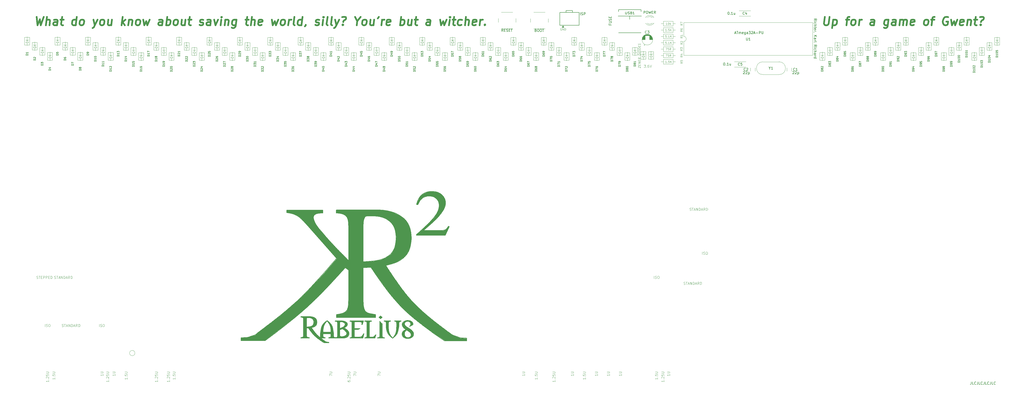
<source format=gto>
G04 #@! TF.GenerationSoftware,KiCad,Pcbnew,(5.1.5)-3*
G04 #@! TF.CreationDate,2020-04-18T19:12:39+02:00*
G04 #@! TF.ProjectId,Rabelius,52616265-6c69-4757-932e-6b696361645f,1*
G04 #@! TF.SameCoordinates,Original*
G04 #@! TF.FileFunction,Legend,Top*
G04 #@! TF.FilePolarity,Positive*
%FSLAX46Y46*%
G04 Gerber Fmt 4.6, Leading zero omitted, Abs format (unit mm)*
G04 Created by KiCad (PCBNEW (5.1.5)-3) date 2020-04-18 19:12:39*
%MOMM*%
%LPD*%
G04 APERTURE LIST*
%ADD10C,0.150000*%
%ADD11C,0.700000*%
%ADD12C,0.120000*%
%ADD13C,0.100000*%
%ADD14C,0.200000*%
%ADD15C,0.203200*%
G04 APERTURE END LIST*
D10*
X401680952Y-168852380D02*
X401680952Y-169566666D01*
X401633333Y-169709523D01*
X401538095Y-169804761D01*
X401395238Y-169852380D01*
X401300000Y-169852380D01*
X402633333Y-169852380D02*
X402157142Y-169852380D01*
X402157142Y-168852380D01*
X403538095Y-169757142D02*
X403490476Y-169804761D01*
X403347619Y-169852380D01*
X403252380Y-169852380D01*
X403109523Y-169804761D01*
X403014285Y-169709523D01*
X402966666Y-169614285D01*
X402919047Y-169423809D01*
X402919047Y-169280952D01*
X402966666Y-169090476D01*
X403014285Y-168995238D01*
X403109523Y-168900000D01*
X403252380Y-168852380D01*
X403347619Y-168852380D01*
X403490476Y-168900000D01*
X403538095Y-168947619D01*
X404252380Y-168852380D02*
X404252380Y-169566666D01*
X404204761Y-169709523D01*
X404109523Y-169804761D01*
X403966666Y-169852380D01*
X403871428Y-169852380D01*
X405204761Y-169852380D02*
X404728571Y-169852380D01*
X404728571Y-168852380D01*
X406109523Y-169757142D02*
X406061904Y-169804761D01*
X405919047Y-169852380D01*
X405823809Y-169852380D01*
X405680952Y-169804761D01*
X405585714Y-169709523D01*
X405538095Y-169614285D01*
X405490476Y-169423809D01*
X405490476Y-169280952D01*
X405538095Y-169090476D01*
X405585714Y-168995238D01*
X405680952Y-168900000D01*
X405823809Y-168852380D01*
X405919047Y-168852380D01*
X406061904Y-168900000D01*
X406109523Y-168947619D01*
X406823809Y-168852380D02*
X406823809Y-169566666D01*
X406776190Y-169709523D01*
X406680952Y-169804761D01*
X406538095Y-169852380D01*
X406442857Y-169852380D01*
X407776190Y-169852380D02*
X407300000Y-169852380D01*
X407300000Y-168852380D01*
X408680952Y-169757142D02*
X408633333Y-169804761D01*
X408490476Y-169852380D01*
X408395238Y-169852380D01*
X408252380Y-169804761D01*
X408157142Y-169709523D01*
X408109523Y-169614285D01*
X408061904Y-169423809D01*
X408061904Y-169280952D01*
X408109523Y-169090476D01*
X408157142Y-168995238D01*
X408252380Y-168900000D01*
X408395238Y-168852380D01*
X408490476Y-168852380D01*
X408633333Y-168900000D01*
X408680952Y-168947619D01*
X409395238Y-168852380D02*
X409395238Y-169566666D01*
X409347619Y-169709523D01*
X409252380Y-169804761D01*
X409109523Y-169852380D01*
X409014285Y-169852380D01*
X410347619Y-169852380D02*
X409871428Y-169852380D01*
X409871428Y-168852380D01*
X411252380Y-169757142D02*
X411204761Y-169804761D01*
X411061904Y-169852380D01*
X410966666Y-169852380D01*
X410823809Y-169804761D01*
X410728571Y-169709523D01*
X410680952Y-169614285D01*
X410633333Y-169423809D01*
X410633333Y-169280952D01*
X410680952Y-169090476D01*
X410728571Y-168995238D01*
X410823809Y-168900000D01*
X410966666Y-168852380D01*
X411061904Y-168852380D01*
X411204761Y-168900000D01*
X411252380Y-168947619D01*
X339647619Y-25909523D02*
X340123809Y-25576190D01*
X339647619Y-25338095D02*
X340647619Y-25338095D01*
X340647619Y-25719047D01*
X340600000Y-25814285D01*
X340552380Y-25861904D01*
X340457142Y-25909523D01*
X340314285Y-25909523D01*
X340219047Y-25861904D01*
X340171428Y-25814285D01*
X340123809Y-25719047D01*
X340123809Y-25338095D01*
X339647619Y-26338095D02*
X340314285Y-26338095D01*
X340647619Y-26338095D02*
X340600000Y-26290476D01*
X340552380Y-26338095D01*
X340600000Y-26385714D01*
X340647619Y-26338095D01*
X340552380Y-26338095D01*
X339695238Y-27242857D02*
X339647619Y-27147619D01*
X339647619Y-26957142D01*
X339695238Y-26861904D01*
X339742857Y-26814285D01*
X339838095Y-26766666D01*
X340123809Y-26766666D01*
X340219047Y-26814285D01*
X340266666Y-26861904D01*
X340314285Y-26957142D01*
X340314285Y-27147619D01*
X340266666Y-27242857D01*
X339647619Y-27671428D02*
X340647619Y-27671428D01*
X339647619Y-28100000D02*
X340171428Y-28100000D01*
X340266666Y-28052380D01*
X340314285Y-27957142D01*
X340314285Y-27814285D01*
X340266666Y-27719047D01*
X340219047Y-27671428D01*
X340314285Y-28433333D02*
X340314285Y-28814285D01*
X340647619Y-28576190D02*
X339790476Y-28576190D01*
X339695238Y-28623809D01*
X339647619Y-28719047D01*
X339647619Y-28814285D01*
X339695238Y-29528571D02*
X339647619Y-29433333D01*
X339647619Y-29242857D01*
X339695238Y-29147619D01*
X339790476Y-29100000D01*
X340171428Y-29100000D01*
X340266666Y-29147619D01*
X340314285Y-29242857D01*
X340314285Y-29433333D01*
X340266666Y-29528571D01*
X340171428Y-29576190D01*
X340076190Y-29576190D01*
X339980952Y-29100000D01*
X339647619Y-30004761D02*
X340314285Y-30004761D01*
X340123809Y-30004761D02*
X340219047Y-30052380D01*
X340266666Y-30100000D01*
X340314285Y-30195238D01*
X340314285Y-30290476D01*
X339695238Y-30671428D02*
X339647619Y-30671428D01*
X339552380Y-30623809D01*
X339504761Y-30576190D01*
X339647619Y-31861904D02*
X340647619Y-31861904D01*
X339647619Y-32433333D02*
X340219047Y-32004761D01*
X340647619Y-32433333D02*
X340076190Y-31861904D01*
X339647619Y-33290476D02*
X340171428Y-33290476D01*
X340266666Y-33242857D01*
X340314285Y-33147619D01*
X340314285Y-32957142D01*
X340266666Y-32861904D01*
X339695238Y-33290476D02*
X339647619Y-33195238D01*
X339647619Y-32957142D01*
X339695238Y-32861904D01*
X339790476Y-32814285D01*
X339885714Y-32814285D01*
X339980952Y-32861904D01*
X340028571Y-32957142D01*
X340028571Y-33195238D01*
X340076190Y-33290476D01*
X339647619Y-33766666D02*
X340314285Y-33766666D01*
X340123809Y-33766666D02*
X340219047Y-33814285D01*
X340266666Y-33861904D01*
X340314285Y-33957142D01*
X340314285Y-34052380D01*
X339647619Y-34528571D02*
X339695238Y-34433333D01*
X339790476Y-34385714D01*
X340647619Y-34385714D01*
X339647619Y-36242857D02*
X340123809Y-35909523D01*
X339647619Y-35671428D02*
X340647619Y-35671428D01*
X340647619Y-36052380D01*
X340600000Y-36147619D01*
X340552380Y-36195238D01*
X340457142Y-36242857D01*
X340314285Y-36242857D01*
X340219047Y-36195238D01*
X340171428Y-36147619D01*
X340123809Y-36052380D01*
X340123809Y-35671428D01*
X339647619Y-36671428D02*
X340314285Y-36671428D01*
X340647619Y-36671428D02*
X340600000Y-36623809D01*
X340552380Y-36671428D01*
X340600000Y-36719047D01*
X340647619Y-36671428D01*
X340552380Y-36671428D01*
X339695238Y-37576190D02*
X339647619Y-37480952D01*
X339647619Y-37290476D01*
X339695238Y-37195238D01*
X339742857Y-37147619D01*
X339838095Y-37100000D01*
X340123809Y-37100000D01*
X340219047Y-37147619D01*
X340266666Y-37195238D01*
X340314285Y-37290476D01*
X340314285Y-37480952D01*
X340266666Y-37576190D01*
X339647619Y-38004761D02*
X340647619Y-38004761D01*
X339647619Y-38433333D02*
X340171428Y-38433333D01*
X340266666Y-38385714D01*
X340314285Y-38290476D01*
X340314285Y-38147619D01*
X340266666Y-38052380D01*
X340219047Y-38004761D01*
X339647619Y-39338095D02*
X340171428Y-39338095D01*
X340266666Y-39290476D01*
X340314285Y-39195238D01*
X340314285Y-39004761D01*
X340266666Y-38909523D01*
X339695238Y-39338095D02*
X339647619Y-39242857D01*
X339647619Y-39004761D01*
X339695238Y-38909523D01*
X339790476Y-38861904D01*
X339885714Y-38861904D01*
X339980952Y-38909523D01*
X340028571Y-39004761D01*
X340028571Y-39242857D01*
X340076190Y-39338095D01*
X339647619Y-39814285D02*
X340314285Y-39814285D01*
X340123809Y-39814285D02*
X340219047Y-39861904D01*
X340266666Y-39909523D01*
X340314285Y-40004761D01*
X340314285Y-40100000D01*
X339647619Y-40861904D02*
X340647619Y-40861904D01*
X339695238Y-40861904D02*
X339647619Y-40766666D01*
X339647619Y-40576190D01*
X339695238Y-40480952D01*
X339742857Y-40433333D01*
X339838095Y-40385714D01*
X340123809Y-40385714D01*
X340219047Y-40433333D01*
X340266666Y-40480952D01*
X340314285Y-40576190D01*
X340314285Y-40766666D01*
X340266666Y-40861904D01*
D11*
X343874641Y-24505249D02*
X343540713Y-27176677D01*
X343658570Y-27490963D01*
X343796070Y-27648106D01*
X344090713Y-27805249D01*
X344719284Y-27805249D01*
X345053213Y-27648106D01*
X345229999Y-27490963D01*
X345426427Y-27176677D01*
X345760356Y-24505249D01*
X347194284Y-25605249D02*
X346781784Y-28905249D01*
X347174641Y-25762392D02*
X347508570Y-25605249D01*
X348137141Y-25605249D01*
X348431784Y-25762392D01*
X348569284Y-25919534D01*
X348687141Y-26233820D01*
X348569284Y-27176677D01*
X348372856Y-27490963D01*
X348196070Y-27648106D01*
X347862141Y-27805249D01*
X347233570Y-27805249D01*
X346938927Y-27648106D01*
X352222856Y-25605249D02*
X353479999Y-25605249D01*
X352419284Y-27805249D02*
X352772856Y-24976677D01*
X352969284Y-24662392D01*
X353303213Y-24505249D01*
X353617499Y-24505249D01*
X354776427Y-27805249D02*
X354481784Y-27648106D01*
X354344284Y-27490963D01*
X354226427Y-27176677D01*
X354344284Y-26233820D01*
X354540713Y-25919534D01*
X354717499Y-25762392D01*
X355051427Y-25605249D01*
X355522856Y-25605249D01*
X355817499Y-25762392D01*
X355954999Y-25919534D01*
X356072856Y-26233820D01*
X355954999Y-27176677D01*
X355758570Y-27490963D01*
X355581784Y-27648106D01*
X355247856Y-27805249D01*
X354776427Y-27805249D01*
X357290713Y-27805249D02*
X357565713Y-25605249D01*
X357487141Y-26233820D02*
X357683570Y-25919534D01*
X357860356Y-25762392D01*
X358194284Y-25605249D01*
X358508570Y-25605249D01*
X363262141Y-27805249D02*
X363478213Y-26076677D01*
X363360356Y-25762392D01*
X363065713Y-25605249D01*
X362437141Y-25605249D01*
X362103213Y-25762392D01*
X363281784Y-27648106D02*
X362947856Y-27805249D01*
X362162141Y-27805249D01*
X361867499Y-27648106D01*
X361749641Y-27333820D01*
X361788927Y-27019534D01*
X361985356Y-26705249D01*
X362319284Y-26548106D01*
X363104999Y-26548106D01*
X363438927Y-26390963D01*
X369037141Y-25605249D02*
X368703213Y-28276677D01*
X368506784Y-28590963D01*
X368329999Y-28748106D01*
X367996070Y-28905249D01*
X367524641Y-28905249D01*
X367229999Y-28748106D01*
X368781784Y-27648106D02*
X368447856Y-27805249D01*
X367819284Y-27805249D01*
X367524641Y-27648106D01*
X367387141Y-27490963D01*
X367269284Y-27176677D01*
X367387141Y-26233820D01*
X367583570Y-25919534D01*
X367760356Y-25762392D01*
X368094284Y-25605249D01*
X368722856Y-25605249D01*
X369017499Y-25762392D01*
X371747856Y-27805249D02*
X371963927Y-26076677D01*
X371846070Y-25762392D01*
X371551427Y-25605249D01*
X370922856Y-25605249D01*
X370588927Y-25762392D01*
X371767499Y-27648106D02*
X371433570Y-27805249D01*
X370647856Y-27805249D01*
X370353213Y-27648106D01*
X370235356Y-27333820D01*
X370274641Y-27019534D01*
X370471070Y-26705249D01*
X370804999Y-26548106D01*
X371590713Y-26548106D01*
X371924641Y-26390963D01*
X373319284Y-27805249D02*
X373594284Y-25605249D01*
X373554999Y-25919534D02*
X373731784Y-25762392D01*
X374065713Y-25605249D01*
X374537141Y-25605249D01*
X374831784Y-25762392D01*
X374949641Y-26076677D01*
X374733570Y-27805249D01*
X374949641Y-26076677D02*
X375146070Y-25762392D01*
X375479999Y-25605249D01*
X375951427Y-25605249D01*
X376246070Y-25762392D01*
X376363927Y-26076677D01*
X376147856Y-27805249D01*
X378996070Y-27648106D02*
X378662141Y-27805249D01*
X378033570Y-27805249D01*
X377738927Y-27648106D01*
X377621070Y-27333820D01*
X377778213Y-26076677D01*
X377974641Y-25762392D01*
X378308570Y-25605249D01*
X378937141Y-25605249D01*
X379231784Y-25762392D01*
X379349641Y-26076677D01*
X379310356Y-26390963D01*
X377699641Y-26705249D01*
X383533570Y-27805249D02*
X383238927Y-27648106D01*
X383101427Y-27490963D01*
X382983570Y-27176677D01*
X383101427Y-26233820D01*
X383297856Y-25919534D01*
X383474641Y-25762392D01*
X383808570Y-25605249D01*
X384279999Y-25605249D01*
X384574641Y-25762392D01*
X384712141Y-25919534D01*
X384829999Y-26233820D01*
X384712141Y-27176677D01*
X384515713Y-27490963D01*
X384338927Y-27648106D01*
X384004999Y-27805249D01*
X383533570Y-27805249D01*
X385851427Y-25605249D02*
X387108570Y-25605249D01*
X386047856Y-27805249D02*
X386401427Y-24976677D01*
X386597856Y-24662392D01*
X386931784Y-24505249D01*
X387246070Y-24505249D01*
X392569284Y-24662392D02*
X392274641Y-24505249D01*
X391803213Y-24505249D01*
X391312141Y-24662392D01*
X390958570Y-24976677D01*
X390762141Y-25290963D01*
X390526427Y-25919534D01*
X390467499Y-26390963D01*
X390546070Y-27019534D01*
X390663927Y-27333820D01*
X390938927Y-27648106D01*
X391390713Y-27805249D01*
X391704999Y-27805249D01*
X392196070Y-27648106D01*
X392372856Y-27490963D01*
X392510356Y-26390963D01*
X391881784Y-26390963D01*
X393708570Y-25605249D02*
X394062141Y-27805249D01*
X394887141Y-26233820D01*
X395319284Y-27805249D01*
X396222856Y-25605249D01*
X398481784Y-27648106D02*
X398147856Y-27805249D01*
X397519284Y-27805249D01*
X397224641Y-27648106D01*
X397106784Y-27333820D01*
X397263927Y-26076677D01*
X397460356Y-25762392D01*
X397794284Y-25605249D01*
X398422856Y-25605249D01*
X398717499Y-25762392D01*
X398835356Y-26076677D01*
X398796070Y-26390963D01*
X397185356Y-26705249D01*
X400308570Y-25605249D02*
X400033570Y-27805249D01*
X400269284Y-25919534D02*
X400446070Y-25762392D01*
X400779999Y-25605249D01*
X401251427Y-25605249D01*
X401546070Y-25762392D01*
X401663927Y-26076677D01*
X401447856Y-27805249D01*
X402822856Y-25605249D02*
X404079999Y-25605249D01*
X403431784Y-24505249D02*
X403078213Y-27333820D01*
X403196070Y-27648106D01*
X403490713Y-27805249D01*
X403804999Y-27805249D01*
X405415713Y-27490963D02*
X405553213Y-27648106D01*
X405376427Y-27805249D01*
X405238927Y-27648106D01*
X405415713Y-27490963D01*
X405376427Y-27805249D01*
X405140713Y-24662392D02*
X405474641Y-24505249D01*
X406260356Y-24505249D01*
X406554999Y-24662392D01*
X406672856Y-24976677D01*
X406633570Y-25290963D01*
X406437141Y-25605249D01*
X406260356Y-25762392D01*
X405926427Y-25919534D01*
X405749641Y-26076677D01*
X405553213Y-26390963D01*
X405533570Y-26548106D01*
X32610356Y-24505249D02*
X32983570Y-27805249D01*
X33906784Y-25448106D01*
X34240713Y-27805249D01*
X35438927Y-24505249D01*
X36283570Y-27805249D02*
X36696070Y-24505249D01*
X37697856Y-27805249D02*
X37913927Y-26076677D01*
X37796070Y-25762392D01*
X37501427Y-25605249D01*
X37029999Y-25605249D01*
X36696070Y-25762392D01*
X36519284Y-25919534D01*
X40683570Y-27805249D02*
X40899641Y-26076677D01*
X40781784Y-25762392D01*
X40487141Y-25605249D01*
X39858570Y-25605249D01*
X39524641Y-25762392D01*
X40703213Y-27648106D02*
X40369284Y-27805249D01*
X39583570Y-27805249D01*
X39288927Y-27648106D01*
X39171070Y-27333820D01*
X39210356Y-27019534D01*
X39406784Y-26705249D01*
X39740713Y-26548106D01*
X40526427Y-26548106D01*
X40860356Y-26390963D01*
X42058570Y-25605249D02*
X43315713Y-25605249D01*
X42667499Y-24505249D02*
X42313927Y-27333820D01*
X42431784Y-27648106D01*
X42726427Y-27805249D01*
X43040713Y-27805249D01*
X48069284Y-27805249D02*
X48481784Y-24505249D01*
X48088927Y-27648106D02*
X47754999Y-27805249D01*
X47126427Y-27805249D01*
X46831784Y-27648106D01*
X46694284Y-27490963D01*
X46576427Y-27176677D01*
X46694284Y-26233820D01*
X46890713Y-25919534D01*
X47067499Y-25762392D01*
X47401427Y-25605249D01*
X48029999Y-25605249D01*
X48324641Y-25762392D01*
X50112141Y-27805249D02*
X49817499Y-27648106D01*
X49679999Y-27490963D01*
X49562141Y-27176677D01*
X49679999Y-26233820D01*
X49876427Y-25919534D01*
X50053213Y-25762392D01*
X50387141Y-25605249D01*
X50858570Y-25605249D01*
X51153213Y-25762392D01*
X51290713Y-25919534D01*
X51408570Y-26233820D01*
X51290713Y-27176677D01*
X51094284Y-27490963D01*
X50917499Y-27648106D01*
X50583570Y-27805249D01*
X50112141Y-27805249D01*
X55101427Y-25605249D02*
X55612141Y-27805249D01*
X56672856Y-25605249D02*
X55612141Y-27805249D01*
X55199641Y-28590963D01*
X55022856Y-28748106D01*
X54688927Y-28905249D01*
X58126427Y-27805249D02*
X57831784Y-27648106D01*
X57694284Y-27490963D01*
X57576427Y-27176677D01*
X57694284Y-26233820D01*
X57890713Y-25919534D01*
X58067499Y-25762392D01*
X58401427Y-25605249D01*
X58872856Y-25605249D01*
X59167499Y-25762392D01*
X59304999Y-25919534D01*
X59422856Y-26233820D01*
X59304999Y-27176677D01*
X59108570Y-27490963D01*
X58931784Y-27648106D01*
X58597856Y-27805249D01*
X58126427Y-27805249D01*
X62329999Y-25605249D02*
X62054999Y-27805249D01*
X60915713Y-25605249D02*
X60699641Y-27333820D01*
X60817499Y-27648106D01*
X61112141Y-27805249D01*
X61583570Y-27805249D01*
X61917499Y-27648106D01*
X62094284Y-27490963D01*
X66140713Y-27805249D02*
X66553213Y-24505249D01*
X66612141Y-26548106D02*
X67397856Y-27805249D01*
X67672856Y-25605249D02*
X66258570Y-26862392D01*
X69087141Y-25605249D02*
X68812141Y-27805249D01*
X69047856Y-25919534D02*
X69224641Y-25762392D01*
X69558570Y-25605249D01*
X70029999Y-25605249D01*
X70324641Y-25762392D01*
X70442499Y-26076677D01*
X70226427Y-27805249D01*
X72269284Y-27805249D02*
X71974641Y-27648106D01*
X71837141Y-27490963D01*
X71719284Y-27176677D01*
X71837141Y-26233820D01*
X72033570Y-25919534D01*
X72210356Y-25762392D01*
X72544284Y-25605249D01*
X73015713Y-25605249D01*
X73310356Y-25762392D01*
X73447856Y-25919534D01*
X73565713Y-26233820D01*
X73447856Y-27176677D01*
X73251427Y-27490963D01*
X73074641Y-27648106D01*
X72740713Y-27805249D01*
X72269284Y-27805249D01*
X74744284Y-25605249D02*
X75097856Y-27805249D01*
X75922856Y-26233820D01*
X76354999Y-27805249D01*
X77258570Y-25605249D01*
X82169284Y-27805249D02*
X82385356Y-26076677D01*
X82267499Y-25762392D01*
X81972856Y-25605249D01*
X81344284Y-25605249D01*
X81010356Y-25762392D01*
X82188927Y-27648106D02*
X81854999Y-27805249D01*
X81069284Y-27805249D01*
X80774641Y-27648106D01*
X80656784Y-27333820D01*
X80696070Y-27019534D01*
X80892499Y-26705249D01*
X81226427Y-26548106D01*
X82012141Y-26548106D01*
X82346070Y-26390963D01*
X83740713Y-27805249D02*
X84153213Y-24505249D01*
X83996070Y-25762392D02*
X84329999Y-25605249D01*
X84958570Y-25605249D01*
X85253213Y-25762392D01*
X85390713Y-25919534D01*
X85508570Y-26233820D01*
X85390713Y-27176677D01*
X85194284Y-27490963D01*
X85017499Y-27648106D01*
X84683570Y-27805249D01*
X84054999Y-27805249D01*
X83760356Y-27648106D01*
X87197856Y-27805249D02*
X86903213Y-27648106D01*
X86765713Y-27490963D01*
X86647856Y-27176677D01*
X86765713Y-26233820D01*
X86962141Y-25919534D01*
X87138927Y-25762392D01*
X87472856Y-25605249D01*
X87944284Y-25605249D01*
X88238927Y-25762392D01*
X88376427Y-25919534D01*
X88494284Y-26233820D01*
X88376427Y-27176677D01*
X88179999Y-27490963D01*
X88003213Y-27648106D01*
X87669284Y-27805249D01*
X87197856Y-27805249D01*
X91401427Y-25605249D02*
X91126427Y-27805249D01*
X89987141Y-25605249D02*
X89771070Y-27333820D01*
X89888927Y-27648106D01*
X90183570Y-27805249D01*
X90654999Y-27805249D01*
X90988927Y-27648106D01*
X91165713Y-27490963D01*
X92501427Y-25605249D02*
X93758570Y-25605249D01*
X93110356Y-24505249D02*
X92756784Y-27333820D01*
X92874641Y-27648106D01*
X93169284Y-27805249D01*
X93483570Y-27805249D01*
X96960356Y-27648106D02*
X97254999Y-27805249D01*
X97883570Y-27805249D01*
X98217499Y-27648106D01*
X98413927Y-27333820D01*
X98433570Y-27176677D01*
X98315713Y-26862392D01*
X98021070Y-26705249D01*
X97549641Y-26705249D01*
X97254999Y-26548106D01*
X97137141Y-26233820D01*
X97156784Y-26076677D01*
X97353213Y-25762392D01*
X97687141Y-25605249D01*
X98158570Y-25605249D01*
X98453213Y-25762392D01*
X101183570Y-27805249D02*
X101399641Y-26076677D01*
X101281784Y-25762392D01*
X100987141Y-25605249D01*
X100358570Y-25605249D01*
X100024641Y-25762392D01*
X101203213Y-27648106D02*
X100869284Y-27805249D01*
X100083570Y-27805249D01*
X99788927Y-27648106D01*
X99671070Y-27333820D01*
X99710356Y-27019534D01*
X99906784Y-26705249D01*
X100240713Y-26548106D01*
X101026427Y-26548106D01*
X101360356Y-26390963D01*
X102715713Y-25605249D02*
X103226427Y-27805249D01*
X104287141Y-25605249D01*
X105269284Y-27805249D02*
X105544284Y-25605249D01*
X105681784Y-24505249D02*
X105504999Y-24662392D01*
X105642499Y-24819534D01*
X105819284Y-24662392D01*
X105681784Y-24505249D01*
X105642499Y-24819534D01*
X107115713Y-25605249D02*
X106840713Y-27805249D01*
X107076427Y-25919534D02*
X107253213Y-25762392D01*
X107587141Y-25605249D01*
X108058570Y-25605249D01*
X108353213Y-25762392D01*
X108471070Y-26076677D01*
X108254999Y-27805249D01*
X111515713Y-25605249D02*
X111181784Y-28276677D01*
X110985356Y-28590963D01*
X110808570Y-28748106D01*
X110474641Y-28905249D01*
X110003213Y-28905249D01*
X109708570Y-28748106D01*
X111260356Y-27648106D02*
X110926427Y-27805249D01*
X110297856Y-27805249D01*
X110003213Y-27648106D01*
X109865713Y-27490963D01*
X109747856Y-27176677D01*
X109865713Y-26233820D01*
X110062141Y-25919534D01*
X110238927Y-25762392D01*
X110572856Y-25605249D01*
X111201427Y-25605249D01*
X111496070Y-25762392D01*
X115129999Y-25605249D02*
X116387141Y-25605249D01*
X115738927Y-24505249D02*
X115385356Y-27333820D01*
X115503213Y-27648106D01*
X115797856Y-27805249D01*
X116112141Y-27805249D01*
X117212141Y-27805249D02*
X117624641Y-24505249D01*
X118626427Y-27805249D02*
X118842499Y-26076677D01*
X118724641Y-25762392D01*
X118429999Y-25605249D01*
X117958570Y-25605249D01*
X117624641Y-25762392D01*
X117447856Y-25919534D01*
X121474641Y-27648106D02*
X121140713Y-27805249D01*
X120512141Y-27805249D01*
X120217499Y-27648106D01*
X120099641Y-27333820D01*
X120256784Y-26076677D01*
X120453213Y-25762392D01*
X120787141Y-25605249D01*
X121415713Y-25605249D01*
X121710356Y-25762392D01*
X121828213Y-26076677D01*
X121788927Y-26390963D01*
X120178213Y-26705249D01*
X125501427Y-25605249D02*
X125854999Y-27805249D01*
X126679999Y-26233820D01*
X127112141Y-27805249D01*
X128015713Y-25605249D01*
X129469284Y-27805249D02*
X129174641Y-27648106D01*
X129037141Y-27490963D01*
X128919284Y-27176677D01*
X129037141Y-26233820D01*
X129233570Y-25919534D01*
X129410356Y-25762392D01*
X129744284Y-25605249D01*
X130215713Y-25605249D01*
X130510356Y-25762392D01*
X130647856Y-25919534D01*
X130765713Y-26233820D01*
X130647856Y-27176677D01*
X130451427Y-27490963D01*
X130274641Y-27648106D01*
X129940713Y-27805249D01*
X129469284Y-27805249D01*
X131983570Y-27805249D02*
X132258570Y-25605249D01*
X132179999Y-26233820D02*
X132376427Y-25919534D01*
X132553213Y-25762392D01*
X132887141Y-25605249D01*
X133201427Y-25605249D01*
X134497856Y-27805249D02*
X134203213Y-27648106D01*
X134085356Y-27333820D01*
X134438927Y-24505249D01*
X137169284Y-27805249D02*
X137581784Y-24505249D01*
X137188927Y-27648106D02*
X136854999Y-27805249D01*
X136226427Y-27805249D01*
X135931784Y-27648106D01*
X135794284Y-27490963D01*
X135676427Y-27176677D01*
X135794284Y-26233820D01*
X135990713Y-25919534D01*
X136167499Y-25762392D01*
X136501427Y-25605249D01*
X137129999Y-25605249D01*
X137424641Y-25762392D01*
X138917499Y-27648106D02*
X138897856Y-27805249D01*
X138701427Y-28119534D01*
X138524641Y-28276677D01*
X142688927Y-27648106D02*
X142983570Y-27805249D01*
X143612141Y-27805249D01*
X143946070Y-27648106D01*
X144142499Y-27333820D01*
X144162141Y-27176677D01*
X144044284Y-26862392D01*
X143749641Y-26705249D01*
X143278213Y-26705249D01*
X142983570Y-26548106D01*
X142865713Y-26233820D01*
X142885356Y-26076677D01*
X143081784Y-25762392D01*
X143415713Y-25605249D01*
X143887141Y-25605249D01*
X144181784Y-25762392D01*
X145497856Y-27805249D02*
X145772856Y-25605249D01*
X145910356Y-24505249D02*
X145733570Y-24662392D01*
X145871070Y-24819534D01*
X146047856Y-24662392D01*
X145910356Y-24505249D01*
X145871070Y-24819534D01*
X147540713Y-27805249D02*
X147246070Y-27648106D01*
X147128213Y-27333820D01*
X147481784Y-24505249D01*
X149269284Y-27805249D02*
X148974641Y-27648106D01*
X148856784Y-27333820D01*
X149210356Y-24505249D01*
X150487141Y-25605249D02*
X150997856Y-27805249D01*
X152058570Y-25605249D02*
X150997856Y-27805249D01*
X150585356Y-28590963D01*
X150408570Y-28748106D01*
X150074641Y-28905249D01*
X153551427Y-27490963D02*
X153688927Y-27648106D01*
X153512141Y-27805249D01*
X153374641Y-27648106D01*
X153551427Y-27490963D01*
X153512141Y-27805249D01*
X153276427Y-24662392D02*
X153610356Y-24505249D01*
X154396070Y-24505249D01*
X154690713Y-24662392D01*
X154808570Y-24976677D01*
X154769284Y-25290963D01*
X154572856Y-25605249D01*
X154396070Y-25762392D01*
X154062141Y-25919534D01*
X153885356Y-26076677D01*
X153688927Y-26390963D01*
X153669284Y-26548106D01*
X159208570Y-26233820D02*
X159012141Y-27805249D01*
X158324641Y-24505249D02*
X159208570Y-26233820D01*
X160524641Y-24505249D01*
X161683570Y-27805249D02*
X161388927Y-27648106D01*
X161251427Y-27490963D01*
X161133570Y-27176677D01*
X161251427Y-26233820D01*
X161447856Y-25919534D01*
X161624641Y-25762392D01*
X161958570Y-25605249D01*
X162429999Y-25605249D01*
X162724641Y-25762392D01*
X162862141Y-25919534D01*
X162979999Y-26233820D01*
X162862141Y-27176677D01*
X162665713Y-27490963D01*
X162488927Y-27648106D01*
X162154999Y-27805249D01*
X161683570Y-27805249D01*
X165887141Y-25605249D02*
X165612141Y-27805249D01*
X164472856Y-25605249D02*
X164256784Y-27333820D01*
X164374641Y-27648106D01*
X164669284Y-27805249D01*
X165140713Y-27805249D01*
X165474641Y-27648106D01*
X165651427Y-27490963D01*
X167753213Y-24505249D02*
X167360356Y-25133820D01*
X168754999Y-27805249D02*
X169029999Y-25605249D01*
X168951427Y-26233820D02*
X169147856Y-25919534D01*
X169324641Y-25762392D01*
X169658570Y-25605249D01*
X169972856Y-25605249D01*
X172074641Y-27648106D02*
X171740713Y-27805249D01*
X171112141Y-27805249D01*
X170817499Y-27648106D01*
X170699641Y-27333820D01*
X170856784Y-26076677D01*
X171053213Y-25762392D01*
X171387141Y-25605249D01*
X172015713Y-25605249D01*
X172310356Y-25762392D01*
X172428213Y-26076677D01*
X172388927Y-26390963D01*
X170778213Y-26705249D01*
X176140713Y-27805249D02*
X176553213Y-24505249D01*
X176396070Y-25762392D02*
X176729999Y-25605249D01*
X177358570Y-25605249D01*
X177653213Y-25762392D01*
X177790713Y-25919534D01*
X177908570Y-26233820D01*
X177790713Y-27176677D01*
X177594284Y-27490963D01*
X177417499Y-27648106D01*
X177083570Y-27805249D01*
X176454999Y-27805249D01*
X176160356Y-27648106D01*
X180815713Y-25605249D02*
X180540713Y-27805249D01*
X179401427Y-25605249D02*
X179185356Y-27333820D01*
X179303213Y-27648106D01*
X179597856Y-27805249D01*
X180069284Y-27805249D01*
X180403213Y-27648106D01*
X180579999Y-27490963D01*
X181915713Y-25605249D02*
X183172856Y-25605249D01*
X182524641Y-24505249D02*
X182171070Y-27333820D01*
X182288927Y-27648106D01*
X182583570Y-27805249D01*
X182897856Y-27805249D01*
X187926427Y-27805249D02*
X188142499Y-26076677D01*
X188024641Y-25762392D01*
X187729999Y-25605249D01*
X187101427Y-25605249D01*
X186767499Y-25762392D01*
X187946070Y-27648106D02*
X187612141Y-27805249D01*
X186826427Y-27805249D01*
X186531784Y-27648106D01*
X186413927Y-27333820D01*
X186453213Y-27019534D01*
X186649641Y-26705249D01*
X186983570Y-26548106D01*
X187769284Y-26548106D01*
X188103213Y-26390963D01*
X191972856Y-25605249D02*
X192326427Y-27805249D01*
X193151427Y-26233820D01*
X193583570Y-27805249D01*
X194487141Y-25605249D01*
X195469284Y-27805249D02*
X195744284Y-25605249D01*
X195881784Y-24505249D02*
X195704999Y-24662392D01*
X195842499Y-24819534D01*
X196019284Y-24662392D01*
X195881784Y-24505249D01*
X195842499Y-24819534D01*
X196844284Y-25605249D02*
X198101427Y-25605249D01*
X197453213Y-24505249D02*
X197099641Y-27333820D01*
X197217499Y-27648106D01*
X197512141Y-27805249D01*
X197826427Y-27805249D01*
X200360356Y-27648106D02*
X200026427Y-27805249D01*
X199397856Y-27805249D01*
X199103213Y-27648106D01*
X198965713Y-27490963D01*
X198847856Y-27176677D01*
X198965713Y-26233820D01*
X199162141Y-25919534D01*
X199338927Y-25762392D01*
X199672856Y-25605249D01*
X200301427Y-25605249D01*
X200596070Y-25762392D01*
X201754999Y-27805249D02*
X202167499Y-24505249D01*
X203169284Y-27805249D02*
X203385356Y-26076677D01*
X203267499Y-25762392D01*
X202972856Y-25605249D01*
X202501427Y-25605249D01*
X202167499Y-25762392D01*
X201990713Y-25919534D01*
X206017499Y-27648106D02*
X205683570Y-27805249D01*
X205054999Y-27805249D01*
X204760356Y-27648106D01*
X204642499Y-27333820D01*
X204799641Y-26076677D01*
X204996070Y-25762392D01*
X205329999Y-25605249D01*
X205958570Y-25605249D01*
X206253213Y-25762392D01*
X206371070Y-26076677D01*
X206331784Y-26390963D01*
X204721070Y-26705249D01*
X207569284Y-27805249D02*
X207844284Y-25605249D01*
X207765713Y-26233820D02*
X207962141Y-25919534D01*
X208138927Y-25762392D01*
X208472856Y-25605249D01*
X208787141Y-25605249D01*
X209651427Y-27490963D02*
X209788927Y-27648106D01*
X209612141Y-27805249D01*
X209474641Y-27648106D01*
X209651427Y-27490963D01*
X209612141Y-27805249D01*
D12*
X275760849Y-39255542D02*
X275989449Y-38976142D01*
X274450849Y-39535542D02*
X274679449Y-39256142D01*
X272710849Y-39255542D02*
X272939449Y-38976142D01*
X271400849Y-39535542D02*
X271629449Y-39256142D01*
D13*
G36*
X240852798Y-28683592D02*
G01*
X240039998Y-28683592D01*
X240446398Y-27896192D01*
X240852798Y-28683592D01*
G37*
X240852798Y-28683592D02*
X240039998Y-28683592D01*
X240446398Y-27896192D01*
X240852798Y-28683592D01*
D10*
X247318807Y-23801972D02*
X247318807Y-22801972D01*
X247747378Y-23754353D02*
X247890236Y-23801972D01*
X248128331Y-23801972D01*
X248223569Y-23754353D01*
X248271188Y-23706734D01*
X248318807Y-23611496D01*
X248318807Y-23516258D01*
X248271188Y-23421020D01*
X248223569Y-23373401D01*
X248128331Y-23325782D01*
X247937855Y-23278163D01*
X247842617Y-23230544D01*
X247794998Y-23182925D01*
X247747378Y-23087687D01*
X247747378Y-22992449D01*
X247794998Y-22897211D01*
X247842617Y-22849592D01*
X247937855Y-22801972D01*
X248175950Y-22801972D01*
X248318807Y-22849592D01*
X248747378Y-23801972D02*
X248747378Y-22801972D01*
X249128331Y-22801972D01*
X249223569Y-22849592D01*
X249271188Y-22897211D01*
X249318807Y-22992449D01*
X249318807Y-23135306D01*
X249271188Y-23230544D01*
X249223569Y-23278163D01*
X249128331Y-23325782D01*
X248747378Y-23325782D01*
D13*
X239887674Y-29045592D02*
X239811483Y-29007496D01*
X239697198Y-29007496D01*
X239582912Y-29045592D01*
X239506721Y-29121782D01*
X239468626Y-29197972D01*
X239430531Y-29350353D01*
X239430531Y-29464639D01*
X239468626Y-29617020D01*
X239506721Y-29693211D01*
X239582912Y-29769401D01*
X239697198Y-29807496D01*
X239773388Y-29807496D01*
X239887674Y-29769401D01*
X239925769Y-29731306D01*
X239925769Y-29464639D01*
X239773388Y-29464639D01*
X240268626Y-29807496D02*
X240268626Y-29007496D01*
X240725769Y-29807496D01*
X240725769Y-29007496D01*
X241106721Y-29807496D02*
X241106721Y-29007496D01*
X241297198Y-29007496D01*
X241411483Y-29045592D01*
X241487674Y-29121782D01*
X241525769Y-29197972D01*
X241563864Y-29350353D01*
X241563864Y-29464639D01*
X241525769Y-29617020D01*
X241487674Y-29693211D01*
X241411483Y-29769401D01*
X241297198Y-29807496D01*
X241106721Y-29807496D01*
X270165891Y-44587034D02*
X270165891Y-43987034D01*
X271065891Y-44699534D01*
X271065891Y-44099534D01*
X270594463Y-43697749D02*
X270594463Y-43397749D01*
X271065891Y-43328106D02*
X271065891Y-43756677D01*
X270165891Y-43644177D01*
X270165891Y-43215606D01*
X271065891Y-42942392D02*
X270165891Y-42829892D01*
X271065891Y-42428106D01*
X270165891Y-42315606D01*
X270594463Y-41940606D02*
X270594463Y-41640606D01*
X271065891Y-41570963D02*
X271065891Y-41999534D01*
X270165891Y-41887034D01*
X270165891Y-41458463D01*
X271065891Y-40670963D02*
X270637320Y-40917392D01*
X271065891Y-41185249D02*
X270165891Y-41072749D01*
X270165891Y-40729892D01*
X270208749Y-40649534D01*
X270251606Y-40612034D01*
X270337320Y-40579892D01*
X270465891Y-40595963D01*
X270551606Y-40649534D01*
X270594463Y-40697749D01*
X270637320Y-40788820D01*
X270637320Y-41131677D01*
X271065891Y-39599534D02*
X270165891Y-39487034D01*
X270165891Y-39272749D01*
X270208749Y-39149534D01*
X270294463Y-39074534D01*
X270380177Y-39042392D01*
X270551606Y-39020963D01*
X270680177Y-39037034D01*
X270851606Y-39101320D01*
X270937320Y-39154892D01*
X271023034Y-39251320D01*
X271065891Y-39385249D01*
X271065891Y-39599534D01*
X271065891Y-38699534D02*
X270165891Y-38587034D01*
X270165891Y-37987034D02*
X270165891Y-37815606D01*
X270208749Y-37735249D01*
X270294463Y-37660249D01*
X270465891Y-37638820D01*
X270765891Y-37676320D01*
X270937320Y-37740606D01*
X271023034Y-37837034D01*
X271065891Y-37928106D01*
X271065891Y-38099534D01*
X271023034Y-38179892D01*
X270937320Y-38254892D01*
X270765891Y-38276320D01*
X270465891Y-38238820D01*
X270294463Y-38174534D01*
X270208749Y-38078106D01*
X270165891Y-37987034D01*
X271065891Y-37328106D02*
X270165891Y-37215606D01*
X270165891Y-37001320D01*
X270208749Y-36878106D01*
X270294463Y-36803106D01*
X270380177Y-36770963D01*
X270551606Y-36749534D01*
X270680177Y-36765606D01*
X270851606Y-36829892D01*
X270937320Y-36883463D01*
X271023034Y-36979892D01*
X271065891Y-37113820D01*
X271065891Y-37328106D01*
X270594463Y-36369177D02*
X270594463Y-36069177D01*
X271065891Y-35999534D02*
X271065891Y-36428106D01*
X270165891Y-36315606D01*
X270165891Y-35887034D01*
X271023034Y-35651320D02*
X271065891Y-35528106D01*
X271065891Y-35313820D01*
X271023034Y-35222749D01*
X270980177Y-35174534D01*
X270894463Y-35120963D01*
X270808749Y-35110249D01*
X270723034Y-35142392D01*
X270680177Y-35179892D01*
X270637320Y-35260249D01*
X270594463Y-35426320D01*
X270551606Y-35506677D01*
X270508749Y-35544177D01*
X270423034Y-35576320D01*
X270337320Y-35565606D01*
X270251606Y-35512034D01*
X270208749Y-35463820D01*
X270165891Y-35372749D01*
X270165891Y-35158463D01*
X270208749Y-35035249D01*
X295464999Y-118439772D02*
X295464999Y-117439772D01*
X295893570Y-118392153D02*
X296036427Y-118439772D01*
X296274522Y-118439772D01*
X296369760Y-118392153D01*
X296417379Y-118344534D01*
X296464999Y-118249296D01*
X296464999Y-118154058D01*
X296417379Y-118058820D01*
X296369760Y-118011201D01*
X296274522Y-117963582D01*
X296084046Y-117915963D01*
X295988808Y-117868344D01*
X295941189Y-117820725D01*
X295893570Y-117725487D01*
X295893570Y-117630249D01*
X295941189Y-117535011D01*
X295988808Y-117487392D01*
X296084046Y-117439772D01*
X296322141Y-117439772D01*
X296464999Y-117487392D01*
X297084046Y-117439772D02*
X297274522Y-117439772D01*
X297369760Y-117487392D01*
X297464999Y-117582630D01*
X297512618Y-117773106D01*
X297512618Y-118106439D01*
X297464999Y-118296915D01*
X297369760Y-118392153D01*
X297274522Y-118439772D01*
X297084046Y-118439772D01*
X296988808Y-118392153D01*
X296893570Y-118296915D01*
X296845951Y-118106439D01*
X296845951Y-117773106D01*
X296893570Y-117582630D01*
X296988808Y-117487392D01*
X297084046Y-117439772D01*
X276414999Y-127964772D02*
X276414999Y-126964772D01*
X276843570Y-127917153D02*
X276986427Y-127964772D01*
X277224522Y-127964772D01*
X277319760Y-127917153D01*
X277367379Y-127869534D01*
X277414999Y-127774296D01*
X277414999Y-127679058D01*
X277367379Y-127583820D01*
X277319760Y-127536201D01*
X277224522Y-127488582D01*
X277034046Y-127440963D01*
X276938808Y-127393344D01*
X276891189Y-127345725D01*
X276843570Y-127250487D01*
X276843570Y-127155249D01*
X276891189Y-127060011D01*
X276938808Y-127012392D01*
X277034046Y-126964772D01*
X277272141Y-126964772D01*
X277414999Y-127012392D01*
X278034046Y-126964772D02*
X278224522Y-126964772D01*
X278319760Y-127012392D01*
X278414999Y-127107630D01*
X278462618Y-127298106D01*
X278462618Y-127631439D01*
X278414999Y-127821915D01*
X278319760Y-127917153D01*
X278224522Y-127964772D01*
X278034046Y-127964772D01*
X277938808Y-127917153D01*
X277843570Y-127821915D01*
X277795951Y-127631439D01*
X277795951Y-127298106D01*
X277843570Y-127107630D01*
X277938808Y-127012392D01*
X278034046Y-126964772D01*
X290504879Y-101029653D02*
X290647737Y-101077272D01*
X290885832Y-101077272D01*
X290981070Y-101029653D01*
X291028689Y-100982034D01*
X291076308Y-100886796D01*
X291076308Y-100791558D01*
X291028689Y-100696320D01*
X290981070Y-100648701D01*
X290885832Y-100601082D01*
X290695356Y-100553463D01*
X290600118Y-100505844D01*
X290552499Y-100458225D01*
X290504879Y-100362987D01*
X290504879Y-100267749D01*
X290552499Y-100172511D01*
X290600118Y-100124892D01*
X290695356Y-100077272D01*
X290933451Y-100077272D01*
X291076308Y-100124892D01*
X291362022Y-100077272D02*
X291933451Y-100077272D01*
X291647737Y-101077272D02*
X291647737Y-100077272D01*
X292219165Y-100791558D02*
X292695356Y-100791558D01*
X292123927Y-101077272D02*
X292457260Y-100077272D01*
X292790594Y-101077272D01*
X293123927Y-101077272D02*
X293123927Y-100077272D01*
X293695356Y-101077272D01*
X293695356Y-100077272D01*
X294171546Y-101077272D02*
X294171546Y-100077272D01*
X294409641Y-100077272D01*
X294552499Y-100124892D01*
X294647737Y-100220130D01*
X294695356Y-100315368D01*
X294742975Y-100505844D01*
X294742975Y-100648701D01*
X294695356Y-100839177D01*
X294647737Y-100934415D01*
X294552499Y-101029653D01*
X294409641Y-101077272D01*
X294171546Y-101077272D01*
X295123927Y-100791558D02*
X295600118Y-100791558D01*
X295028689Y-101077272D02*
X295362022Y-100077272D01*
X295695356Y-101077272D01*
X296600118Y-101077272D02*
X296266784Y-100601082D01*
X296028689Y-101077272D02*
X296028689Y-100077272D01*
X296409641Y-100077272D01*
X296504879Y-100124892D01*
X296552499Y-100172511D01*
X296600118Y-100267749D01*
X296600118Y-100410606D01*
X296552499Y-100505844D01*
X296504879Y-100553463D01*
X296409641Y-100601082D01*
X296028689Y-100601082D01*
X297028689Y-101077272D02*
X297028689Y-100077272D01*
X297266784Y-100077272D01*
X297409641Y-100124892D01*
X297504879Y-100220130D01*
X297552499Y-100315368D01*
X297600118Y-100505844D01*
X297600118Y-100648701D01*
X297552499Y-100839177D01*
X297504879Y-100934415D01*
X297409641Y-101029653D01*
X297266784Y-101077272D01*
X297028689Y-101077272D01*
X288123629Y-130298403D02*
X288266487Y-130346022D01*
X288504582Y-130346022D01*
X288599820Y-130298403D01*
X288647439Y-130250784D01*
X288695058Y-130155546D01*
X288695058Y-130060308D01*
X288647439Y-129965070D01*
X288599820Y-129917451D01*
X288504582Y-129869832D01*
X288314106Y-129822213D01*
X288218868Y-129774594D01*
X288171249Y-129726975D01*
X288123629Y-129631737D01*
X288123629Y-129536499D01*
X288171249Y-129441261D01*
X288218868Y-129393642D01*
X288314106Y-129346022D01*
X288552201Y-129346022D01*
X288695058Y-129393642D01*
X288980772Y-129346022D02*
X289552201Y-129346022D01*
X289266487Y-130346022D02*
X289266487Y-129346022D01*
X289837915Y-130060308D02*
X290314106Y-130060308D01*
X289742677Y-130346022D02*
X290076010Y-129346022D01*
X290409344Y-130346022D01*
X290742677Y-130346022D02*
X290742677Y-129346022D01*
X291314106Y-130346022D01*
X291314106Y-129346022D01*
X291790296Y-130346022D02*
X291790296Y-129346022D01*
X292028391Y-129346022D01*
X292171249Y-129393642D01*
X292266487Y-129488880D01*
X292314106Y-129584118D01*
X292361725Y-129774594D01*
X292361725Y-129917451D01*
X292314106Y-130107927D01*
X292266487Y-130203165D01*
X292171249Y-130298403D01*
X292028391Y-130346022D01*
X291790296Y-130346022D01*
X292742677Y-130060308D02*
X293218868Y-130060308D01*
X292647439Y-130346022D02*
X292980772Y-129346022D01*
X293314106Y-130346022D01*
X294218868Y-130346022D02*
X293885534Y-129869832D01*
X293647439Y-130346022D02*
X293647439Y-129346022D01*
X294028391Y-129346022D01*
X294123629Y-129393642D01*
X294171249Y-129441261D01*
X294218868Y-129536499D01*
X294218868Y-129679356D01*
X294171249Y-129774594D01*
X294123629Y-129822213D01*
X294028391Y-129869832D01*
X293647439Y-129869832D01*
X294647439Y-130346022D02*
X294647439Y-129346022D01*
X294885534Y-129346022D01*
X295028391Y-129393642D01*
X295123629Y-129488880D01*
X295171249Y-129584118D01*
X295218868Y-129774594D01*
X295218868Y-129917451D01*
X295171249Y-130107927D01*
X295123629Y-130203165D01*
X295028391Y-130298403D01*
X294885534Y-130346022D01*
X294647439Y-130346022D01*
X68436129Y-167264772D02*
X68436129Y-167836201D01*
X68436129Y-167550487D02*
X67436129Y-167550487D01*
X67578987Y-167645725D01*
X67674225Y-167740963D01*
X67721844Y-167836201D01*
X68340891Y-166836201D02*
X68388510Y-166788582D01*
X68436129Y-166836201D01*
X68388510Y-166883820D01*
X68340891Y-166836201D01*
X68436129Y-166836201D01*
X67436129Y-165883820D02*
X67436129Y-166360011D01*
X67912320Y-166407630D01*
X67864701Y-166360011D01*
X67817082Y-166264772D01*
X67817082Y-166026677D01*
X67864701Y-165931439D01*
X67912320Y-165883820D01*
X68007558Y-165836201D01*
X68245653Y-165836201D01*
X68340891Y-165883820D01*
X68388510Y-165931439D01*
X68436129Y-166026677D01*
X68436129Y-166264772D01*
X68388510Y-166360011D01*
X68340891Y-166407630D01*
X67436129Y-165407630D02*
X68245653Y-165407630D01*
X68340891Y-165360011D01*
X68388510Y-165312392D01*
X68436129Y-165217153D01*
X68436129Y-165026677D01*
X68388510Y-164931439D01*
X68340891Y-164883820D01*
X68245653Y-164836201D01*
X67436129Y-164836201D01*
X230361129Y-167264772D02*
X230361129Y-167836201D01*
X230361129Y-167550487D02*
X229361129Y-167550487D01*
X229503987Y-167645725D01*
X229599225Y-167740963D01*
X229646844Y-167836201D01*
X230265891Y-166836201D02*
X230313510Y-166788582D01*
X230361129Y-166836201D01*
X230313510Y-166883820D01*
X230265891Y-166836201D01*
X230361129Y-166836201D01*
X229361129Y-165883820D02*
X229361129Y-166360011D01*
X229837320Y-166407630D01*
X229789701Y-166360011D01*
X229742082Y-166264772D01*
X229742082Y-166026677D01*
X229789701Y-165931439D01*
X229837320Y-165883820D01*
X229932558Y-165836201D01*
X230170653Y-165836201D01*
X230265891Y-165883820D01*
X230313510Y-165931439D01*
X230361129Y-166026677D01*
X230361129Y-166264772D01*
X230313510Y-166360011D01*
X230265891Y-166407630D01*
X229361129Y-165407630D02*
X230170653Y-165407630D01*
X230265891Y-165360011D01*
X230313510Y-165312392D01*
X230361129Y-165217153D01*
X230361129Y-165026677D01*
X230313510Y-164931439D01*
X230265891Y-164883820D01*
X230170653Y-164836201D01*
X229361129Y-164836201D01*
X244611129Y-165800487D02*
X244611129Y-166371915D01*
X244611129Y-166086201D02*
X243611129Y-166086201D01*
X243753987Y-166181439D01*
X243849225Y-166276677D01*
X243896844Y-166371915D01*
X243611129Y-165371915D02*
X244420653Y-165371915D01*
X244515891Y-165324296D01*
X244563510Y-165276677D01*
X244611129Y-165181439D01*
X244611129Y-164990963D01*
X244563510Y-164895725D01*
X244515891Y-164848106D01*
X244420653Y-164800487D01*
X243611129Y-164800487D01*
X225361129Y-165800487D02*
X225361129Y-166371915D01*
X225361129Y-166086201D02*
X224361129Y-166086201D01*
X224503987Y-166181439D01*
X224599225Y-166276677D01*
X224646844Y-166371915D01*
X224361129Y-165371915D02*
X225170653Y-165371915D01*
X225265891Y-165324296D01*
X225313510Y-165276677D01*
X225361129Y-165181439D01*
X225361129Y-164990963D01*
X225313510Y-164895725D01*
X225265891Y-164848106D01*
X225170653Y-164800487D01*
X224361129Y-164800487D01*
X254111129Y-165800487D02*
X254111129Y-166371915D01*
X254111129Y-166086201D02*
X253111129Y-166086201D01*
X253253987Y-166181439D01*
X253349225Y-166276677D01*
X253396844Y-166371915D01*
X253111129Y-165371915D02*
X253920653Y-165371915D01*
X254015891Y-165324296D01*
X254063510Y-165276677D01*
X254111129Y-165181439D01*
X254111129Y-164990963D01*
X254063510Y-164895725D01*
X254015891Y-164848106D01*
X253920653Y-164800487D01*
X253111129Y-164800487D01*
X258861129Y-165800487D02*
X258861129Y-166371915D01*
X258861129Y-166086201D02*
X257861129Y-166086201D01*
X258003987Y-166181439D01*
X258099225Y-166276677D01*
X258146844Y-166371915D01*
X257861129Y-165371915D02*
X258670653Y-165371915D01*
X258765891Y-165324296D01*
X258813510Y-165276677D01*
X258861129Y-165181439D01*
X258861129Y-164990963D01*
X258813510Y-164895725D01*
X258765891Y-164848106D01*
X258670653Y-164800487D01*
X257861129Y-164800487D01*
X263611129Y-165800487D02*
X263611129Y-166371915D01*
X263611129Y-166086201D02*
X262611129Y-166086201D01*
X262753987Y-166181439D01*
X262849225Y-166276677D01*
X262896844Y-166371915D01*
X262611129Y-165371915D02*
X263420653Y-165371915D01*
X263515891Y-165324296D01*
X263563510Y-165276677D01*
X263611129Y-165181439D01*
X263611129Y-164990963D01*
X263563510Y-164895725D01*
X263515891Y-164848106D01*
X263420653Y-164800487D01*
X262611129Y-164800487D01*
X80361129Y-168240963D02*
X80361129Y-168812392D01*
X80361129Y-168526677D02*
X79361129Y-168526677D01*
X79503987Y-168621915D01*
X79599225Y-168717153D01*
X79646844Y-168812392D01*
X80265891Y-167812392D02*
X80313510Y-167764772D01*
X80361129Y-167812392D01*
X80313510Y-167860011D01*
X80265891Y-167812392D01*
X80361129Y-167812392D01*
X79456368Y-167383820D02*
X79408749Y-167336201D01*
X79361129Y-167240963D01*
X79361129Y-167002868D01*
X79408749Y-166907630D01*
X79456368Y-166860011D01*
X79551606Y-166812392D01*
X79646844Y-166812392D01*
X79789701Y-166860011D01*
X80361129Y-167431439D01*
X80361129Y-166812392D01*
X79361129Y-165907630D02*
X79361129Y-166383820D01*
X79837320Y-166431439D01*
X79789701Y-166383820D01*
X79742082Y-166288582D01*
X79742082Y-166050487D01*
X79789701Y-165955249D01*
X79837320Y-165907630D01*
X79932558Y-165860011D01*
X80170653Y-165860011D01*
X80265891Y-165907630D01*
X80313510Y-165955249D01*
X80361129Y-166050487D01*
X80361129Y-166288582D01*
X80313510Y-166383820D01*
X80265891Y-166431439D01*
X79361129Y-165431439D02*
X80170653Y-165431439D01*
X80265891Y-165383820D01*
X80313510Y-165336201D01*
X80361129Y-165240963D01*
X80361129Y-165050487D01*
X80313510Y-164955249D01*
X80265891Y-164907630D01*
X80170653Y-164860011D01*
X79361129Y-164860011D01*
X58861129Y-165800487D02*
X58861129Y-166371915D01*
X58861129Y-166086201D02*
X57861129Y-166086201D01*
X58003987Y-166181439D01*
X58099225Y-166276677D01*
X58146844Y-166371915D01*
X57861129Y-165371915D02*
X58670653Y-165371915D01*
X58765891Y-165324296D01*
X58813510Y-165276677D01*
X58861129Y-165181439D01*
X58861129Y-164990963D01*
X58813510Y-164895725D01*
X58765891Y-164848106D01*
X58670653Y-164800487D01*
X57861129Y-164800487D01*
X57339999Y-147014772D02*
X57339999Y-146014772D01*
X57768570Y-146967153D02*
X57911427Y-147014772D01*
X58149522Y-147014772D01*
X58244760Y-146967153D01*
X58292379Y-146919534D01*
X58339999Y-146824296D01*
X58339999Y-146729058D01*
X58292379Y-146633820D01*
X58244760Y-146586201D01*
X58149522Y-146538582D01*
X57959046Y-146490963D01*
X57863808Y-146443344D01*
X57816189Y-146395725D01*
X57768570Y-146300487D01*
X57768570Y-146205249D01*
X57816189Y-146110011D01*
X57863808Y-146062392D01*
X57959046Y-146014772D01*
X58197141Y-146014772D01*
X58339999Y-146062392D01*
X58959046Y-146014772D02*
X59149522Y-146014772D01*
X59244760Y-146062392D01*
X59339999Y-146157630D01*
X59387618Y-146348106D01*
X59387618Y-146681439D01*
X59339999Y-146871915D01*
X59244760Y-146967153D01*
X59149522Y-147014772D01*
X58959046Y-147014772D01*
X58863808Y-146967153D01*
X58768570Y-146871915D01*
X58720951Y-146681439D01*
X58720951Y-146348106D01*
X58768570Y-146157630D01*
X58863808Y-146062392D01*
X58959046Y-146014772D01*
X35908749Y-147014772D02*
X35908749Y-146014772D01*
X36337320Y-146967153D02*
X36480177Y-147014772D01*
X36718272Y-147014772D01*
X36813510Y-146967153D01*
X36861129Y-146919534D01*
X36908749Y-146824296D01*
X36908749Y-146729058D01*
X36861129Y-146633820D01*
X36813510Y-146586201D01*
X36718272Y-146538582D01*
X36527796Y-146490963D01*
X36432558Y-146443344D01*
X36384939Y-146395725D01*
X36337320Y-146300487D01*
X36337320Y-146205249D01*
X36384939Y-146110011D01*
X36432558Y-146062392D01*
X36527796Y-146014772D01*
X36765891Y-146014772D01*
X36908749Y-146062392D01*
X37527796Y-146014772D02*
X37718272Y-146014772D01*
X37813510Y-146062392D01*
X37908749Y-146157630D01*
X37956368Y-146348106D01*
X37956368Y-146681439D01*
X37908749Y-146871915D01*
X37813510Y-146967153D01*
X37718272Y-147014772D01*
X37527796Y-147014772D01*
X37432558Y-146967153D01*
X37337320Y-146871915D01*
X37289701Y-146681439D01*
X37289701Y-146348106D01*
X37337320Y-146157630D01*
X37432558Y-146062392D01*
X37527796Y-146014772D01*
X42611129Y-146967153D02*
X42753987Y-147014772D01*
X42992082Y-147014772D01*
X43087320Y-146967153D01*
X43134939Y-146919534D01*
X43182558Y-146824296D01*
X43182558Y-146729058D01*
X43134939Y-146633820D01*
X43087320Y-146586201D01*
X42992082Y-146538582D01*
X42801606Y-146490963D01*
X42706368Y-146443344D01*
X42658749Y-146395725D01*
X42611129Y-146300487D01*
X42611129Y-146205249D01*
X42658749Y-146110011D01*
X42706368Y-146062392D01*
X42801606Y-146014772D01*
X43039701Y-146014772D01*
X43182558Y-146062392D01*
X43468272Y-146014772D02*
X44039701Y-146014772D01*
X43753987Y-147014772D02*
X43753987Y-146014772D01*
X44325415Y-146729058D02*
X44801606Y-146729058D01*
X44230177Y-147014772D02*
X44563510Y-146014772D01*
X44896844Y-147014772D01*
X45230177Y-147014772D02*
X45230177Y-146014772D01*
X45801606Y-147014772D01*
X45801606Y-146014772D01*
X46277796Y-147014772D02*
X46277796Y-146014772D01*
X46515891Y-146014772D01*
X46658749Y-146062392D01*
X46753987Y-146157630D01*
X46801606Y-146252868D01*
X46849225Y-146443344D01*
X46849225Y-146586201D01*
X46801606Y-146776677D01*
X46753987Y-146871915D01*
X46658749Y-146967153D01*
X46515891Y-147014772D01*
X46277796Y-147014772D01*
X47230177Y-146729058D02*
X47706368Y-146729058D01*
X47134939Y-147014772D02*
X47468272Y-146014772D01*
X47801606Y-147014772D01*
X48706368Y-147014772D02*
X48373034Y-146538582D01*
X48134939Y-147014772D02*
X48134939Y-146014772D01*
X48515891Y-146014772D01*
X48611129Y-146062392D01*
X48658749Y-146110011D01*
X48706368Y-146205249D01*
X48706368Y-146348106D01*
X48658749Y-146443344D01*
X48611129Y-146490963D01*
X48515891Y-146538582D01*
X48134939Y-146538582D01*
X49134939Y-147014772D02*
X49134939Y-146014772D01*
X49373034Y-146014772D01*
X49515891Y-146062392D01*
X49611129Y-146157630D01*
X49658749Y-146252868D01*
X49706368Y-146443344D01*
X49706368Y-146586201D01*
X49658749Y-146776677D01*
X49611129Y-146871915D01*
X49515891Y-146967153D01*
X49373034Y-147014772D01*
X49134939Y-147014772D01*
X280361129Y-168240963D02*
X280361129Y-168812392D01*
X280361129Y-168526677D02*
X279361129Y-168526677D01*
X279503987Y-168621915D01*
X279599225Y-168717153D01*
X279646844Y-168812392D01*
X280265891Y-167812392D02*
X280313510Y-167764772D01*
X280361129Y-167812392D01*
X280313510Y-167860011D01*
X280265891Y-167812392D01*
X280361129Y-167812392D01*
X279456368Y-167383820D02*
X279408749Y-167336201D01*
X279361129Y-167240963D01*
X279361129Y-167002868D01*
X279408749Y-166907630D01*
X279456368Y-166860011D01*
X279551606Y-166812392D01*
X279646844Y-166812392D01*
X279789701Y-166860011D01*
X280361129Y-167431439D01*
X280361129Y-166812392D01*
X279361129Y-165907630D02*
X279361129Y-166383820D01*
X279837320Y-166431439D01*
X279789701Y-166383820D01*
X279742082Y-166288582D01*
X279742082Y-166050487D01*
X279789701Y-165955249D01*
X279837320Y-165907630D01*
X279932558Y-165860011D01*
X280170653Y-165860011D01*
X280265891Y-165907630D01*
X280313510Y-165955249D01*
X280361129Y-166050487D01*
X280361129Y-166288582D01*
X280313510Y-166383820D01*
X280265891Y-166431439D01*
X279361129Y-165431439D02*
X280170653Y-165431439D01*
X280265891Y-165383820D01*
X280313510Y-165336201D01*
X280361129Y-165240963D01*
X280361129Y-165050487D01*
X280313510Y-164955249D01*
X280265891Y-164907630D01*
X280170653Y-164860011D01*
X279361129Y-164860011D01*
X237361129Y-168240963D02*
X237361129Y-168812392D01*
X237361129Y-168526677D02*
X236361129Y-168526677D01*
X236503987Y-168621915D01*
X236599225Y-168717153D01*
X236646844Y-168812392D01*
X237265891Y-167812392D02*
X237313510Y-167764772D01*
X237361129Y-167812392D01*
X237313510Y-167860011D01*
X237265891Y-167812392D01*
X237361129Y-167812392D01*
X236456368Y-167383820D02*
X236408749Y-167336201D01*
X236361129Y-167240963D01*
X236361129Y-167002868D01*
X236408749Y-166907630D01*
X236456368Y-166860011D01*
X236551606Y-166812392D01*
X236646844Y-166812392D01*
X236789701Y-166860011D01*
X237361129Y-167431439D01*
X237361129Y-166812392D01*
X236361129Y-165907630D02*
X236361129Y-166383820D01*
X236837320Y-166431439D01*
X236789701Y-166383820D01*
X236742082Y-166288582D01*
X236742082Y-166050487D01*
X236789701Y-165955249D01*
X236837320Y-165907630D01*
X236932558Y-165860011D01*
X237170653Y-165860011D01*
X237265891Y-165907630D01*
X237313510Y-165955249D01*
X237361129Y-166050487D01*
X237361129Y-166288582D01*
X237313510Y-166383820D01*
X237265891Y-166431439D01*
X236361129Y-165431439D02*
X237170653Y-165431439D01*
X237265891Y-165383820D01*
X237313510Y-165336201D01*
X237361129Y-165240963D01*
X237361129Y-165050487D01*
X237313510Y-164955249D01*
X237265891Y-164907630D01*
X237170653Y-164860011D01*
X236361129Y-164860011D01*
X85111129Y-168240963D02*
X85111129Y-168812392D01*
X85111129Y-168526677D02*
X84111129Y-168526677D01*
X84253987Y-168621915D01*
X84349225Y-168717153D01*
X84396844Y-168812392D01*
X85015891Y-167812392D02*
X85063510Y-167764772D01*
X85111129Y-167812392D01*
X85063510Y-167860011D01*
X85015891Y-167812392D01*
X85111129Y-167812392D01*
X84206368Y-167383820D02*
X84158749Y-167336201D01*
X84111129Y-167240963D01*
X84111129Y-167002868D01*
X84158749Y-166907630D01*
X84206368Y-166860011D01*
X84301606Y-166812392D01*
X84396844Y-166812392D01*
X84539701Y-166860011D01*
X85111129Y-167431439D01*
X85111129Y-166812392D01*
X84111129Y-165907630D02*
X84111129Y-166383820D01*
X84587320Y-166431439D01*
X84539701Y-166383820D01*
X84492082Y-166288582D01*
X84492082Y-166050487D01*
X84539701Y-165955249D01*
X84587320Y-165907630D01*
X84682558Y-165860011D01*
X84920653Y-165860011D01*
X85015891Y-165907630D01*
X85063510Y-165955249D01*
X85111129Y-166050487D01*
X85111129Y-166288582D01*
X85063510Y-166383820D01*
X85015891Y-166431439D01*
X84111129Y-165431439D02*
X84920653Y-165431439D01*
X85015891Y-165383820D01*
X85063510Y-165336201D01*
X85111129Y-165240963D01*
X85111129Y-165050487D01*
X85063510Y-164955249D01*
X85015891Y-164907630D01*
X84920653Y-164860011D01*
X84111129Y-164860011D01*
X61111129Y-168240963D02*
X61111129Y-168812392D01*
X61111129Y-168526677D02*
X60111129Y-168526677D01*
X60253987Y-168621915D01*
X60349225Y-168717153D01*
X60396844Y-168812392D01*
X61015891Y-167812392D02*
X61063510Y-167764772D01*
X61111129Y-167812392D01*
X61063510Y-167860011D01*
X61015891Y-167812392D01*
X61111129Y-167812392D01*
X60206368Y-167383820D02*
X60158749Y-167336201D01*
X60111129Y-167240963D01*
X60111129Y-167002868D01*
X60158749Y-166907630D01*
X60206368Y-166860011D01*
X60301606Y-166812392D01*
X60396844Y-166812392D01*
X60539701Y-166860011D01*
X61111129Y-167431439D01*
X61111129Y-166812392D01*
X60111129Y-165907630D02*
X60111129Y-166383820D01*
X60587320Y-166431439D01*
X60539701Y-166383820D01*
X60492082Y-166288582D01*
X60492082Y-166050487D01*
X60539701Y-165955249D01*
X60587320Y-165907630D01*
X60682558Y-165860011D01*
X60920653Y-165860011D01*
X61015891Y-165907630D01*
X61063510Y-165955249D01*
X61111129Y-166050487D01*
X61111129Y-166288582D01*
X61063510Y-166383820D01*
X61015891Y-166431439D01*
X60111129Y-165431439D02*
X60920653Y-165431439D01*
X61015891Y-165383820D01*
X61063510Y-165336201D01*
X61111129Y-165240963D01*
X61111129Y-165050487D01*
X61063510Y-164955249D01*
X61015891Y-164907630D01*
X60920653Y-164860011D01*
X60111129Y-164860011D01*
X37361129Y-168240963D02*
X37361129Y-168812392D01*
X37361129Y-168526677D02*
X36361129Y-168526677D01*
X36503987Y-168621915D01*
X36599225Y-168717153D01*
X36646844Y-168812392D01*
X37265891Y-167812392D02*
X37313510Y-167764772D01*
X37361129Y-167812392D01*
X37313510Y-167860011D01*
X37265891Y-167812392D01*
X37361129Y-167812392D01*
X36456368Y-167383820D02*
X36408749Y-167336201D01*
X36361129Y-167240963D01*
X36361129Y-167002868D01*
X36408749Y-166907630D01*
X36456368Y-166860011D01*
X36551606Y-166812392D01*
X36646844Y-166812392D01*
X36789701Y-166860011D01*
X37361129Y-167431439D01*
X37361129Y-166812392D01*
X36361129Y-165907630D02*
X36361129Y-166383820D01*
X36837320Y-166431439D01*
X36789701Y-166383820D01*
X36742082Y-166288582D01*
X36742082Y-166050487D01*
X36789701Y-165955249D01*
X36837320Y-165907630D01*
X36932558Y-165860011D01*
X37170653Y-165860011D01*
X37265891Y-165907630D01*
X37313510Y-165955249D01*
X37361129Y-166050487D01*
X37361129Y-166288582D01*
X37313510Y-166383820D01*
X37265891Y-166431439D01*
X36361129Y-165431439D02*
X37170653Y-165431439D01*
X37265891Y-165383820D01*
X37313510Y-165336201D01*
X37361129Y-165240963D01*
X37361129Y-165050487D01*
X37313510Y-164955249D01*
X37265891Y-164907630D01*
X37170653Y-164860011D01*
X36361129Y-164860011D01*
X282611129Y-165800487D02*
X282611129Y-166371915D01*
X282611129Y-166086201D02*
X281611129Y-166086201D01*
X281753987Y-166181439D01*
X281849225Y-166276677D01*
X281896844Y-166371915D01*
X281611129Y-165371915D02*
X282420653Y-165371915D01*
X282515891Y-165324296D01*
X282563510Y-165276677D01*
X282611129Y-165181439D01*
X282611129Y-164990963D01*
X282563510Y-164895725D01*
X282515891Y-164848106D01*
X282420653Y-164800487D01*
X281611129Y-164800487D01*
X277861129Y-167264772D02*
X277861129Y-167836201D01*
X277861129Y-167550487D02*
X276861129Y-167550487D01*
X277003987Y-167645725D01*
X277099225Y-167740963D01*
X277146844Y-167836201D01*
X277765891Y-166836201D02*
X277813510Y-166788582D01*
X277861129Y-166836201D01*
X277813510Y-166883820D01*
X277765891Y-166836201D01*
X277861129Y-166836201D01*
X276861129Y-165883820D02*
X276861129Y-166360011D01*
X277337320Y-166407630D01*
X277289701Y-166360011D01*
X277242082Y-166264772D01*
X277242082Y-166026677D01*
X277289701Y-165931439D01*
X277337320Y-165883820D01*
X277432558Y-165836201D01*
X277670653Y-165836201D01*
X277765891Y-165883820D01*
X277813510Y-165931439D01*
X277861129Y-166026677D01*
X277861129Y-166264772D01*
X277813510Y-166360011D01*
X277765891Y-166407630D01*
X276861129Y-165407630D02*
X277670653Y-165407630D01*
X277765891Y-165360011D01*
X277813510Y-165312392D01*
X277861129Y-165217153D01*
X277861129Y-165026677D01*
X277813510Y-164931439D01*
X277765891Y-164883820D01*
X277670653Y-164836201D01*
X276861129Y-164836201D01*
X249361129Y-167264772D02*
X249361129Y-167836201D01*
X249361129Y-167550487D02*
X248361129Y-167550487D01*
X248503987Y-167645725D01*
X248599225Y-167740963D01*
X248646844Y-167836201D01*
X249265891Y-166836201D02*
X249313510Y-166788582D01*
X249361129Y-166836201D01*
X249313510Y-166883820D01*
X249265891Y-166836201D01*
X249361129Y-166836201D01*
X248361129Y-165883820D02*
X248361129Y-166360011D01*
X248837320Y-166407630D01*
X248789701Y-166360011D01*
X248742082Y-166264772D01*
X248742082Y-166026677D01*
X248789701Y-165931439D01*
X248837320Y-165883820D01*
X248932558Y-165836201D01*
X249170653Y-165836201D01*
X249265891Y-165883820D01*
X249313510Y-165931439D01*
X249361129Y-166026677D01*
X249361129Y-166264772D01*
X249313510Y-166360011D01*
X249265891Y-166407630D01*
X248361129Y-165407630D02*
X249170653Y-165407630D01*
X249265891Y-165360011D01*
X249313510Y-165312392D01*
X249361129Y-165217153D01*
X249361129Y-165026677D01*
X249313510Y-164931439D01*
X249265891Y-164883820D01*
X249170653Y-164836201D01*
X248361129Y-164836201D01*
X87361129Y-167264772D02*
X87361129Y-167836201D01*
X87361129Y-167550487D02*
X86361129Y-167550487D01*
X86503987Y-167645725D01*
X86599225Y-167740963D01*
X86646844Y-167836201D01*
X87265891Y-166836201D02*
X87313510Y-166788582D01*
X87361129Y-166836201D01*
X87313510Y-166883820D01*
X87265891Y-166836201D01*
X87361129Y-166836201D01*
X86361129Y-165883820D02*
X86361129Y-166360011D01*
X86837320Y-166407630D01*
X86789701Y-166360011D01*
X86742082Y-166264772D01*
X86742082Y-166026677D01*
X86789701Y-165931439D01*
X86837320Y-165883820D01*
X86932558Y-165836201D01*
X87170653Y-165836201D01*
X87265891Y-165883820D01*
X87313510Y-165931439D01*
X87361129Y-166026677D01*
X87361129Y-166264772D01*
X87313510Y-166360011D01*
X87265891Y-166407630D01*
X86361129Y-165407630D02*
X87170653Y-165407630D01*
X87265891Y-165360011D01*
X87313510Y-165312392D01*
X87361129Y-165217153D01*
X87361129Y-165026677D01*
X87313510Y-164931439D01*
X87265891Y-164883820D01*
X87170653Y-164836201D01*
X86361129Y-164836201D01*
X63611129Y-165800487D02*
X63611129Y-166371915D01*
X63611129Y-166086201D02*
X62611129Y-166086201D01*
X62753987Y-166181439D01*
X62849225Y-166276677D01*
X62896844Y-166371915D01*
X62611129Y-165371915D02*
X63420653Y-165371915D01*
X63515891Y-165324296D01*
X63563510Y-165276677D01*
X63611129Y-165181439D01*
X63611129Y-164990963D01*
X63563510Y-164895725D01*
X63515891Y-164848106D01*
X63420653Y-164800487D01*
X62611129Y-164800487D01*
X39861129Y-167264772D02*
X39861129Y-167836201D01*
X39861129Y-167550487D02*
X38861129Y-167550487D01*
X39003987Y-167645725D01*
X39099225Y-167740963D01*
X39146844Y-167836201D01*
X39765891Y-166836201D02*
X39813510Y-166788582D01*
X39861129Y-166836201D01*
X39813510Y-166883820D01*
X39765891Y-166836201D01*
X39861129Y-166836201D01*
X38861129Y-165883820D02*
X38861129Y-166360011D01*
X39337320Y-166407630D01*
X39289701Y-166360011D01*
X39242082Y-166264772D01*
X39242082Y-166026677D01*
X39289701Y-165931439D01*
X39337320Y-165883820D01*
X39432558Y-165836201D01*
X39670653Y-165836201D01*
X39765891Y-165883820D01*
X39813510Y-165931439D01*
X39861129Y-166026677D01*
X39861129Y-166264772D01*
X39813510Y-166360011D01*
X39765891Y-166407630D01*
X38861129Y-165407630D02*
X39670653Y-165407630D01*
X39765891Y-165360011D01*
X39813510Y-165312392D01*
X39861129Y-165217153D01*
X39861129Y-165026677D01*
X39813510Y-164931439D01*
X39765891Y-164883820D01*
X39670653Y-164836201D01*
X38861129Y-164836201D01*
X39611129Y-127967153D02*
X39753987Y-128014772D01*
X39992082Y-128014772D01*
X40087320Y-127967153D01*
X40134939Y-127919534D01*
X40182558Y-127824296D01*
X40182558Y-127729058D01*
X40134939Y-127633820D01*
X40087320Y-127586201D01*
X39992082Y-127538582D01*
X39801606Y-127490963D01*
X39706368Y-127443344D01*
X39658749Y-127395725D01*
X39611129Y-127300487D01*
X39611129Y-127205249D01*
X39658749Y-127110011D01*
X39706368Y-127062392D01*
X39801606Y-127014772D01*
X40039701Y-127014772D01*
X40182558Y-127062392D01*
X40468272Y-127014772D02*
X41039701Y-127014772D01*
X40753987Y-128014772D02*
X40753987Y-127014772D01*
X41325415Y-127729058D02*
X41801606Y-127729058D01*
X41230177Y-128014772D02*
X41563510Y-127014772D01*
X41896844Y-128014772D01*
X42230177Y-128014772D02*
X42230177Y-127014772D01*
X42801606Y-128014772D01*
X42801606Y-127014772D01*
X43277796Y-128014772D02*
X43277796Y-127014772D01*
X43515891Y-127014772D01*
X43658749Y-127062392D01*
X43753987Y-127157630D01*
X43801606Y-127252868D01*
X43849225Y-127443344D01*
X43849225Y-127586201D01*
X43801606Y-127776677D01*
X43753987Y-127871915D01*
X43658749Y-127967153D01*
X43515891Y-128014772D01*
X43277796Y-128014772D01*
X44230177Y-127729058D02*
X44706368Y-127729058D01*
X44134939Y-128014772D02*
X44468272Y-127014772D01*
X44801606Y-128014772D01*
X45706368Y-128014772D02*
X45373034Y-127538582D01*
X45134939Y-128014772D02*
X45134939Y-127014772D01*
X45515891Y-127014772D01*
X45611129Y-127062392D01*
X45658749Y-127110011D01*
X45706368Y-127205249D01*
X45706368Y-127348106D01*
X45658749Y-127443344D01*
X45611129Y-127490963D01*
X45515891Y-127538582D01*
X45134939Y-127538582D01*
X46134939Y-128014772D02*
X46134939Y-127014772D01*
X46373034Y-127014772D01*
X46515891Y-127062392D01*
X46611129Y-127157630D01*
X46658749Y-127252868D01*
X46706368Y-127443344D01*
X46706368Y-127586201D01*
X46658749Y-127776677D01*
X46611129Y-127871915D01*
X46515891Y-127967153D01*
X46373034Y-128014772D01*
X46134939Y-128014772D01*
X32587320Y-127967153D02*
X32730177Y-128014772D01*
X32968272Y-128014772D01*
X33063510Y-127967153D01*
X33111129Y-127919534D01*
X33158749Y-127824296D01*
X33158749Y-127729058D01*
X33111129Y-127633820D01*
X33063510Y-127586201D01*
X32968272Y-127538582D01*
X32777796Y-127490963D01*
X32682558Y-127443344D01*
X32634939Y-127395725D01*
X32587320Y-127300487D01*
X32587320Y-127205249D01*
X32634939Y-127110011D01*
X32682558Y-127062392D01*
X32777796Y-127014772D01*
X33015891Y-127014772D01*
X33158749Y-127062392D01*
X33444463Y-127014772D02*
X34015891Y-127014772D01*
X33730177Y-128014772D02*
X33730177Y-127014772D01*
X34349225Y-127490963D02*
X34682558Y-127490963D01*
X34825415Y-128014772D02*
X34349225Y-128014772D01*
X34349225Y-127014772D01*
X34825415Y-127014772D01*
X35253987Y-128014772D02*
X35253987Y-127014772D01*
X35634939Y-127014772D01*
X35730177Y-127062392D01*
X35777796Y-127110011D01*
X35825415Y-127205249D01*
X35825415Y-127348106D01*
X35777796Y-127443344D01*
X35730177Y-127490963D01*
X35634939Y-127538582D01*
X35253987Y-127538582D01*
X36253987Y-128014772D02*
X36253987Y-127014772D01*
X36634939Y-127014772D01*
X36730177Y-127062392D01*
X36777796Y-127110011D01*
X36825415Y-127205249D01*
X36825415Y-127348106D01*
X36777796Y-127443344D01*
X36730177Y-127490963D01*
X36634939Y-127538582D01*
X36253987Y-127538582D01*
X37253987Y-127490963D02*
X37587320Y-127490963D01*
X37730177Y-128014772D02*
X37253987Y-128014772D01*
X37253987Y-127014772D01*
X37730177Y-127014772D01*
X38158749Y-128014772D02*
X38158749Y-127014772D01*
X38396844Y-127014772D01*
X38539701Y-127062392D01*
X38634939Y-127157630D01*
X38682558Y-127252868D01*
X38730177Y-127443344D01*
X38730177Y-127586201D01*
X38682558Y-127776677D01*
X38634939Y-127871915D01*
X38539701Y-127967153D01*
X38396844Y-128014772D01*
X38158749Y-128014772D01*
D12*
X40309649Y-33652392D02*
X41389649Y-33652392D01*
X40309649Y-34702392D02*
X41389649Y-34702392D01*
X40839649Y-33762392D02*
X40309649Y-34672392D01*
X40849649Y-33752392D02*
X41389649Y-34702392D01*
X39839649Y-32622392D02*
X41839649Y-32622392D01*
X40849649Y-32362392D02*
X40849649Y-33642392D01*
X40849649Y-35822392D02*
X40849649Y-34702392D01*
X39839649Y-35612392D02*
X41829649Y-35612392D01*
X41839649Y-32622392D02*
X41829649Y-35612392D01*
X39839649Y-32632392D02*
X39839649Y-35602392D01*
D13*
G36*
X164008749Y-145012392D02*
G01*
X164008749Y-150862392D01*
X164158749Y-151112392D01*
X163958749Y-151412392D01*
X163158749Y-151262392D01*
X163108749Y-144962392D01*
X164008749Y-145012392D01*
G37*
X164008749Y-145012392D02*
X164008749Y-150862392D01*
X164158749Y-151112392D01*
X163958749Y-151412392D01*
X163158749Y-151262392D01*
X163108749Y-144962392D01*
X164008749Y-145012392D01*
G36*
X140937891Y-143032478D02*
G01*
X142108749Y-143362392D01*
X142858749Y-143862392D01*
X143208749Y-144662392D01*
X143308749Y-145612392D01*
X143008749Y-146412392D01*
X142108749Y-147062392D01*
X141108749Y-147362392D01*
X140858749Y-146962392D01*
X141558749Y-146612392D01*
X142008749Y-145862392D01*
X142158749Y-144912392D01*
X141908749Y-144412392D01*
X141608749Y-143862392D01*
X140708749Y-143462392D01*
X139358749Y-143462392D01*
X139158749Y-143812392D01*
X139158749Y-147262392D01*
X139708749Y-147162392D01*
X140458749Y-147012392D01*
X140858749Y-147012392D01*
X141208749Y-147512392D01*
X141558749Y-148062392D01*
X142808749Y-149662392D01*
X144158749Y-151012392D01*
X145658749Y-152162392D01*
X146808749Y-152962392D01*
X147608749Y-153262392D01*
X147958749Y-153212392D01*
X147908749Y-153362392D01*
X146108749Y-153362392D01*
X144808749Y-152462392D01*
X143558749Y-151562392D01*
X142258749Y-150462392D01*
X141058749Y-149112392D01*
X139958749Y-147512392D01*
X139158749Y-147512392D01*
X139158749Y-150562392D01*
X139358749Y-151162392D01*
X139758749Y-151312392D01*
X140108749Y-151362392D01*
X140058749Y-151462392D01*
X136958749Y-151462392D01*
X136958749Y-151312392D01*
X137458749Y-151312392D01*
X137908749Y-151062392D01*
X138008749Y-150612392D01*
X138008749Y-143912392D01*
X137808749Y-143412392D01*
X137458749Y-143312392D01*
X136960449Y-143242513D01*
X137008749Y-143012392D01*
X138458749Y-143012392D01*
X140937891Y-143032478D01*
G37*
X140937891Y-143032478D02*
X142108749Y-143362392D01*
X142858749Y-143862392D01*
X143208749Y-144662392D01*
X143308749Y-145612392D01*
X143008749Y-146412392D01*
X142108749Y-147062392D01*
X141108749Y-147362392D01*
X140858749Y-146962392D01*
X141558749Y-146612392D01*
X142008749Y-145862392D01*
X142158749Y-144912392D01*
X141908749Y-144412392D01*
X141608749Y-143862392D01*
X140708749Y-143462392D01*
X139358749Y-143462392D01*
X139158749Y-143812392D01*
X139158749Y-147262392D01*
X139708749Y-147162392D01*
X140458749Y-147012392D01*
X140858749Y-147012392D01*
X141208749Y-147512392D01*
X141558749Y-148062392D01*
X142808749Y-149662392D01*
X144158749Y-151012392D01*
X145658749Y-152162392D01*
X146808749Y-152962392D01*
X147608749Y-153262392D01*
X147958749Y-153212392D01*
X147908749Y-153362392D01*
X146108749Y-153362392D01*
X144808749Y-152462392D01*
X143558749Y-151562392D01*
X142258749Y-150462392D01*
X141058749Y-149112392D01*
X139958749Y-147512392D01*
X139158749Y-147512392D01*
X139158749Y-150562392D01*
X139358749Y-151162392D01*
X139758749Y-151312392D01*
X140108749Y-151362392D01*
X140058749Y-151462392D01*
X136958749Y-151462392D01*
X136958749Y-151312392D01*
X137458749Y-151312392D01*
X137908749Y-151062392D01*
X138008749Y-150612392D01*
X138008749Y-143912392D01*
X137808749Y-143412392D01*
X137458749Y-143312392D01*
X136960449Y-143242513D01*
X137008749Y-143012392D01*
X138458749Y-143012392D01*
X140937891Y-143032478D01*
G36*
X189208749Y-93612392D02*
G01*
X190508749Y-93812392D01*
X191808749Y-94312392D01*
X192708749Y-95012392D01*
X193558749Y-95962392D01*
X194108749Y-97662392D01*
X193958749Y-99162392D01*
X193308749Y-100662392D01*
X192408749Y-102112392D01*
X190758749Y-104062392D01*
X188208749Y-106512392D01*
X185358749Y-108962392D01*
X193158749Y-109012392D01*
X193958749Y-108762392D01*
X194708749Y-108162392D01*
X195258749Y-107362392D01*
X195508749Y-107462392D01*
X193958749Y-110862392D01*
X182608749Y-110862392D01*
X182608749Y-110662392D01*
X184458749Y-109062392D01*
X187658749Y-105962392D01*
X189558749Y-103862392D01*
X190708749Y-102162392D01*
X191358749Y-100812392D01*
X191658749Y-98962392D01*
X191408749Y-97562392D01*
X190558749Y-96412392D01*
X189708749Y-95762392D01*
X188608749Y-95362392D01*
X187158749Y-95362392D01*
X185708749Y-95662392D01*
X184708749Y-96362392D01*
X183958749Y-97162392D01*
X183308749Y-98412392D01*
X183108749Y-98762392D01*
X182608749Y-98512392D01*
X183408749Y-96762392D01*
X183858749Y-95812392D01*
X184658749Y-94912392D01*
X185558749Y-94362392D01*
X186658749Y-93862392D01*
X188008749Y-93512392D01*
X189208749Y-93612392D01*
G37*
X189208749Y-93612392D02*
X190508749Y-93812392D01*
X191808749Y-94312392D01*
X192708749Y-95012392D01*
X193558749Y-95962392D01*
X194108749Y-97662392D01*
X193958749Y-99162392D01*
X193308749Y-100662392D01*
X192408749Y-102112392D01*
X190758749Y-104062392D01*
X188208749Y-106512392D01*
X185358749Y-108962392D01*
X193158749Y-109012392D01*
X193958749Y-108762392D01*
X194708749Y-108162392D01*
X195258749Y-107362392D01*
X195508749Y-107462392D01*
X193958749Y-110862392D01*
X182608749Y-110862392D01*
X182608749Y-110662392D01*
X184458749Y-109062392D01*
X187658749Y-105962392D01*
X189558749Y-103862392D01*
X190708749Y-102162392D01*
X191358749Y-100812392D01*
X191658749Y-98962392D01*
X191408749Y-97562392D01*
X190558749Y-96412392D01*
X189708749Y-95762392D01*
X188608749Y-95362392D01*
X187158749Y-95362392D01*
X185708749Y-95662392D01*
X184708749Y-96362392D01*
X183958749Y-97162392D01*
X183308749Y-98412392D01*
X183108749Y-98762392D01*
X182608749Y-98512392D01*
X183408749Y-96762392D01*
X183858749Y-95812392D01*
X184658749Y-94912392D01*
X185558749Y-94362392D01*
X186658749Y-93862392D01*
X188008749Y-93512392D01*
X189208749Y-93612392D01*
G36*
X188758749Y-144262392D02*
G01*
X187808749Y-144262392D01*
X188108749Y-143662392D01*
X188758749Y-144262392D01*
G37*
X188758749Y-144262392D02*
X187808749Y-144262392D01*
X188108749Y-143662392D01*
X188758749Y-144262392D01*
G36*
X180258749Y-140462392D02*
G01*
X180308749Y-142612392D01*
X177358749Y-139812392D01*
X180258749Y-140462392D01*
G37*
X180258749Y-140462392D02*
X180308749Y-142612392D01*
X177358749Y-139812392D01*
X180258749Y-140462392D01*
G36*
X170958749Y-119862392D02*
G01*
X170558749Y-119662392D01*
X172508749Y-118412392D01*
X170958749Y-119862392D01*
G37*
X170958749Y-119862392D02*
X170558749Y-119662392D01*
X172508749Y-118412392D01*
X170958749Y-119862392D01*
G36*
X180458749Y-113912392D02*
G01*
X179708749Y-113962392D01*
X180558749Y-112112392D01*
X180458749Y-113912392D01*
G37*
X180458749Y-113912392D02*
X179708749Y-113962392D01*
X180558749Y-112112392D01*
X180458749Y-113912392D01*
G36*
X169491251Y-100948578D02*
G01*
X171908749Y-101362392D01*
X173558749Y-101912392D01*
X175058749Y-102562392D01*
X176658749Y-103462392D01*
X177608749Y-104212392D01*
X178558749Y-105212392D01*
X179808749Y-107262392D01*
X180308749Y-109362392D01*
X180508749Y-112062392D01*
X180158749Y-114962392D01*
X179608749Y-116912392D01*
X178658749Y-118512392D01*
X177108749Y-120062392D01*
X175008749Y-121362392D01*
X172358749Y-122312392D01*
X170508749Y-122762392D01*
X173608749Y-127662392D01*
X176908749Y-132112392D01*
X179708749Y-135812392D01*
X183908749Y-140112392D01*
X188458749Y-144112392D01*
X194308749Y-148512392D01*
X196958749Y-150412392D01*
X198008749Y-150762392D01*
X199108749Y-151212392D01*
X199958749Y-151512392D01*
X202358749Y-151612392D01*
X202358749Y-152612392D01*
X193708749Y-152512392D01*
X189108749Y-149362392D01*
X182058749Y-144062392D01*
X176258749Y-138712392D01*
X173108749Y-135212392D01*
X170108749Y-131312392D01*
X164508749Y-123462392D01*
X161458749Y-123612392D01*
X161508749Y-121362392D01*
X165658749Y-121112392D01*
X168408749Y-120612392D01*
X171108749Y-119512392D01*
X170808749Y-119462392D01*
X172208749Y-118662392D01*
X173158749Y-117512392D01*
X174108749Y-115712392D01*
X174458749Y-113662392D01*
X174658749Y-111262392D01*
X174508749Y-111362392D01*
X174458749Y-110612392D01*
X174258749Y-108962392D01*
X173808749Y-107612392D01*
X172908749Y-106112392D01*
X171908749Y-105212392D01*
X170358749Y-104162392D01*
X169458749Y-103862392D01*
X167858749Y-103412392D01*
X166108749Y-103262392D01*
X164008749Y-103162392D01*
X163258749Y-103262392D01*
X166558749Y-100812392D01*
X169491251Y-100948578D01*
G37*
X169491251Y-100948578D02*
X171908749Y-101362392D01*
X173558749Y-101912392D01*
X175058749Y-102562392D01*
X176658749Y-103462392D01*
X177608749Y-104212392D01*
X178558749Y-105212392D01*
X179808749Y-107262392D01*
X180308749Y-109362392D01*
X180508749Y-112062392D01*
X180158749Y-114962392D01*
X179608749Y-116912392D01*
X178658749Y-118512392D01*
X177108749Y-120062392D01*
X175008749Y-121362392D01*
X172358749Y-122312392D01*
X170508749Y-122762392D01*
X173608749Y-127662392D01*
X176908749Y-132112392D01*
X179708749Y-135812392D01*
X183908749Y-140112392D01*
X188458749Y-144112392D01*
X194308749Y-148512392D01*
X196958749Y-150412392D01*
X198008749Y-150762392D01*
X199108749Y-151212392D01*
X199958749Y-151512392D01*
X202358749Y-151612392D01*
X202358749Y-152612392D01*
X193708749Y-152512392D01*
X189108749Y-149362392D01*
X182058749Y-144062392D01*
X176258749Y-138712392D01*
X173108749Y-135212392D01*
X170108749Y-131312392D01*
X164508749Y-123462392D01*
X161458749Y-123612392D01*
X161508749Y-121362392D01*
X165658749Y-121112392D01*
X168408749Y-120612392D01*
X171108749Y-119512392D01*
X170808749Y-119462392D01*
X172208749Y-118662392D01*
X173158749Y-117512392D01*
X174108749Y-115712392D01*
X174458749Y-113662392D01*
X174658749Y-111262392D01*
X174508749Y-111362392D01*
X174458749Y-110612392D01*
X174258749Y-108962392D01*
X173808749Y-107612392D01*
X172908749Y-106112392D01*
X171908749Y-105212392D01*
X170358749Y-104162392D01*
X169458749Y-103862392D01*
X167858749Y-103412392D01*
X166108749Y-103262392D01*
X164008749Y-103162392D01*
X163258749Y-103262392D01*
X166558749Y-100812392D01*
X169491251Y-100948578D01*
G36*
X142308749Y-102862392D02*
G01*
X141958749Y-103162392D01*
X141858749Y-102762392D01*
X142308749Y-102862392D01*
G37*
X142308749Y-102862392D02*
X141958749Y-103162392D01*
X141858749Y-102762392D01*
X142308749Y-102862392D01*
G36*
X155208749Y-120312392D02*
G01*
X155958749Y-121212392D01*
X155008749Y-121162392D01*
X155208749Y-120262392D01*
X155208749Y-120312392D01*
G37*
X155208749Y-120312392D02*
X155958749Y-121212392D01*
X155008749Y-121162392D01*
X155208749Y-120262392D01*
X155208749Y-120312392D01*
G36*
X145608749Y-102012392D02*
G01*
X144858749Y-101962392D01*
X143108749Y-102312392D01*
X142108749Y-102862392D01*
X141808749Y-103912392D01*
X142208749Y-105312392D01*
X142958749Y-106862392D01*
X144458749Y-108712392D01*
X149958749Y-115012392D01*
X155408749Y-120512392D01*
X154758749Y-120462392D01*
X155858749Y-120762392D01*
X155758749Y-124562392D01*
X154508749Y-123612392D01*
X147758749Y-130962392D01*
X139658749Y-139062392D01*
X134258749Y-143712392D01*
X122908749Y-152462392D01*
X113408749Y-152462392D01*
X113408749Y-151362392D01*
X115758749Y-151262392D01*
X116408749Y-151112392D01*
X117208749Y-150862392D01*
X118608749Y-150412392D01*
X118908749Y-150362392D01*
X119908749Y-149462392D01*
X123958749Y-146362392D01*
X128758749Y-142712392D01*
X133058749Y-139112392D01*
X137658749Y-134862392D01*
X139958749Y-132462392D01*
X145958749Y-126012392D01*
X151158749Y-120012392D01*
X144158749Y-112112392D01*
X137208749Y-104312392D01*
X135808749Y-103212392D01*
X133958749Y-102362392D01*
X132458749Y-102112392D01*
X131408749Y-101862392D01*
X131408749Y-100912392D01*
X145608749Y-100912392D01*
X145608749Y-102012392D01*
G37*
X145608749Y-102012392D02*
X144858749Y-101962392D01*
X143108749Y-102312392D01*
X142108749Y-102862392D01*
X141808749Y-103912392D01*
X142208749Y-105312392D01*
X142958749Y-106862392D01*
X144458749Y-108712392D01*
X149958749Y-115012392D01*
X155408749Y-120512392D01*
X154758749Y-120462392D01*
X155858749Y-120762392D01*
X155758749Y-124562392D01*
X154508749Y-123612392D01*
X147758749Y-130962392D01*
X139658749Y-139062392D01*
X134258749Y-143712392D01*
X122908749Y-152462392D01*
X113408749Y-152462392D01*
X113408749Y-151362392D01*
X115758749Y-151262392D01*
X116408749Y-151112392D01*
X117208749Y-150862392D01*
X118608749Y-150412392D01*
X118908749Y-150362392D01*
X119908749Y-149462392D01*
X123958749Y-146362392D01*
X128758749Y-142712392D01*
X133058749Y-139112392D01*
X137658749Y-134862392D01*
X139958749Y-132462392D01*
X145958749Y-126012392D01*
X151158749Y-120012392D01*
X144158749Y-112112392D01*
X137208749Y-104312392D01*
X135808749Y-103212392D01*
X133958749Y-102362392D01*
X132458749Y-102112392D01*
X131408749Y-101862392D01*
X131408749Y-100912392D01*
X145608749Y-100912392D01*
X145608749Y-102012392D01*
G36*
X161958749Y-103812392D02*
G01*
X161708749Y-103312392D01*
X162508749Y-103312392D01*
X161958749Y-103812392D01*
G37*
X161958749Y-103812392D02*
X161708749Y-103312392D01*
X162508749Y-103312392D01*
X161958749Y-103812392D01*
G36*
X153108749Y-102112392D02*
G01*
X153058749Y-102362392D01*
X152508749Y-102212392D01*
X152358749Y-101912392D01*
X153108749Y-102112392D01*
G37*
X153108749Y-102112392D02*
X153058749Y-102362392D01*
X152508749Y-102212392D01*
X152358749Y-101912392D01*
X153108749Y-102112392D01*
G36*
X155658749Y-103662392D02*
G01*
X155308749Y-104012392D01*
X154458749Y-102812392D01*
X155658749Y-103662392D01*
G37*
X155658749Y-103662392D02*
X155308749Y-104012392D01*
X154458749Y-102812392D01*
X155658749Y-103662392D01*
G36*
X156158749Y-104912392D02*
G01*
X156208749Y-106162392D01*
X155808749Y-105812392D01*
X155708749Y-104812392D01*
X156158749Y-104912392D01*
G37*
X156158749Y-104912392D02*
X156208749Y-106162392D01*
X155808749Y-105812392D01*
X155708749Y-104812392D01*
X156158749Y-104912392D01*
G36*
X156358749Y-121412392D02*
G01*
X156008749Y-124962392D01*
X155808749Y-124812392D01*
X155808749Y-120862392D01*
X156358749Y-121412392D01*
G37*
X156358749Y-121412392D02*
X156008749Y-124962392D01*
X155808749Y-124812392D01*
X155808749Y-120862392D01*
X156358749Y-121412392D01*
G36*
X166458749Y-101712392D02*
G01*
X166358749Y-103262392D01*
X163558749Y-103112392D01*
X162108749Y-103412392D01*
X162158749Y-103762392D01*
X161608749Y-105262392D01*
X161508749Y-107062392D01*
X161408749Y-133862392D01*
X156042186Y-133812702D01*
X156058749Y-133862392D01*
X155958749Y-133812392D01*
X155958834Y-133762477D01*
X155958749Y-133762392D01*
X155958749Y-133862392D01*
X155908749Y-133762392D01*
X155958877Y-133737328D01*
X156008749Y-104412392D01*
X155808749Y-105762392D01*
X155258749Y-103662392D01*
X154199774Y-102761036D01*
X152758749Y-102112392D01*
X151608749Y-102012392D01*
X151058749Y-101962392D01*
X151058749Y-100862392D01*
X152858749Y-100912392D01*
X157808749Y-100862392D01*
X166608749Y-100862392D01*
X166458749Y-101712392D01*
G37*
X166458749Y-101712392D02*
X166358749Y-103262392D01*
X163558749Y-103112392D01*
X162108749Y-103412392D01*
X162158749Y-103762392D01*
X161608749Y-105262392D01*
X161508749Y-107062392D01*
X161408749Y-133862392D01*
X156042186Y-133812702D01*
X156058749Y-133862392D01*
X155958749Y-133812392D01*
X155958834Y-133762477D01*
X155958749Y-133762392D01*
X155958749Y-133862392D01*
X155908749Y-133762392D01*
X155958877Y-133737328D01*
X156008749Y-104412392D01*
X155808749Y-105762392D01*
X155258749Y-103662392D01*
X154199774Y-102761036D01*
X152758749Y-102112392D01*
X151608749Y-102012392D01*
X151058749Y-101962392D01*
X151058749Y-100862392D01*
X152858749Y-100912392D01*
X157808749Y-100862392D01*
X166608749Y-100862392D01*
X166458749Y-101712392D01*
G36*
X161608749Y-138412392D02*
G01*
X161908749Y-140012392D01*
X162458749Y-141062392D01*
X163708749Y-141712392D01*
X165308749Y-142112392D01*
X166508749Y-142262392D01*
X166508749Y-143312392D01*
X151058749Y-143312392D01*
X151008749Y-142312392D01*
X153058749Y-141812392D01*
X152958749Y-142112392D01*
X154808749Y-141012392D01*
X155308749Y-140362392D01*
X155658749Y-139112392D01*
X155758749Y-140212392D01*
X156008749Y-133812392D01*
X161458749Y-133762392D01*
X161608749Y-138412392D01*
G37*
X161608749Y-138412392D02*
X161908749Y-140012392D01*
X162458749Y-141062392D01*
X163708749Y-141712392D01*
X165308749Y-142112392D01*
X166508749Y-142262392D01*
X166508749Y-143312392D01*
X151058749Y-143312392D01*
X151008749Y-142312392D01*
X153058749Y-141812392D01*
X152958749Y-142112392D01*
X154808749Y-141012392D01*
X155308749Y-140362392D01*
X155658749Y-139112392D01*
X155758749Y-140212392D01*
X156008749Y-133812392D01*
X161458749Y-133762392D01*
X161608749Y-138412392D01*
G36*
X155308749Y-150962392D02*
G01*
X155308749Y-150662392D01*
X155758749Y-150612392D01*
X155308749Y-150962392D01*
G37*
X155308749Y-150962392D02*
X155308749Y-150662392D01*
X155758749Y-150612392D01*
X155308749Y-150962392D01*
G36*
X153658749Y-144762392D02*
G01*
X154508749Y-145012392D01*
X155108749Y-145512392D01*
X155308749Y-146112392D01*
X155108749Y-146712392D01*
X154458749Y-147212392D01*
X154058749Y-147512392D01*
X154658749Y-147862392D01*
X155508749Y-148662392D01*
X155808749Y-149262392D01*
X155908749Y-149912392D01*
X155758749Y-150462392D01*
X155158749Y-151112392D01*
X154458749Y-151412392D01*
X153508749Y-151512392D01*
X152208749Y-151512392D01*
X152358749Y-150812392D01*
X153058749Y-150962392D01*
X153758749Y-150912392D01*
X154508749Y-150612392D01*
X154958749Y-150212392D01*
X155108749Y-149662392D01*
X154858749Y-149012392D01*
X154358749Y-148512392D01*
X153908749Y-148112392D01*
X153408749Y-147762392D01*
X152308749Y-148162392D01*
X152258749Y-147712392D01*
X152558749Y-147712392D01*
X154108749Y-146912392D01*
X154408749Y-146312392D01*
X154458749Y-145712392D01*
X154058749Y-145412392D01*
X153158749Y-145062392D01*
X152208749Y-145062392D01*
X152258749Y-144712392D01*
X153658749Y-144762392D01*
G37*
X153658749Y-144762392D02*
X154508749Y-145012392D01*
X155108749Y-145512392D01*
X155308749Y-146112392D01*
X155108749Y-146712392D01*
X154458749Y-147212392D01*
X154058749Y-147512392D01*
X154658749Y-147862392D01*
X155508749Y-148662392D01*
X155808749Y-149262392D01*
X155908749Y-149912392D01*
X155758749Y-150462392D01*
X155158749Y-151112392D01*
X154458749Y-151412392D01*
X153508749Y-151512392D01*
X152208749Y-151512392D01*
X152358749Y-150812392D01*
X153058749Y-150962392D01*
X153758749Y-150912392D01*
X154508749Y-150612392D01*
X154958749Y-150212392D01*
X155108749Y-149662392D01*
X154858749Y-149012392D01*
X154358749Y-148512392D01*
X153908749Y-148112392D01*
X153408749Y-147762392D01*
X152308749Y-148162392D01*
X152258749Y-147712392D01*
X152558749Y-147712392D01*
X154108749Y-146912392D01*
X154408749Y-146312392D01*
X154458749Y-145712392D01*
X154058749Y-145412392D01*
X153158749Y-145062392D01*
X152208749Y-145062392D01*
X152258749Y-144712392D01*
X153658749Y-144762392D01*
G36*
X177358749Y-147162392D02*
G01*
X177058749Y-146812392D01*
X177508749Y-146812392D01*
X177358749Y-147162392D01*
G37*
X177358749Y-147162392D02*
X177058749Y-146812392D01*
X177508749Y-146812392D01*
X177358749Y-147162392D01*
G36*
X180658749Y-150562392D02*
G01*
X180508749Y-150562392D01*
X180658749Y-150312392D01*
X180658749Y-150562392D01*
G37*
X180658749Y-150562392D02*
X180508749Y-150562392D01*
X180658749Y-150312392D01*
X180658749Y-150562392D01*
G36*
X181358749Y-150662392D02*
G01*
X180958749Y-150612392D01*
X181458749Y-150112392D01*
X181358749Y-150662392D01*
G37*
X181358749Y-150662392D02*
X180958749Y-150612392D01*
X181458749Y-150112392D01*
X181358749Y-150662392D01*
G36*
X179858749Y-144662392D02*
G01*
X180608749Y-144962392D01*
X181058749Y-145362392D01*
X181258749Y-145962392D01*
X181108749Y-146262392D01*
X180008749Y-146812392D01*
X180358749Y-146162392D01*
X180208749Y-145462392D01*
X179808749Y-145012392D01*
X179108749Y-144862392D01*
X178308749Y-145062392D01*
X177858749Y-145662392D01*
X177958749Y-146362392D01*
X178458749Y-146962392D01*
X179458749Y-147612392D01*
X180408749Y-148212392D01*
X181158749Y-149012392D01*
X181458749Y-149862392D01*
X181108749Y-150762392D01*
X180758749Y-151162392D01*
X179908749Y-151612392D01*
X178908749Y-151662392D01*
X178008749Y-151462392D01*
X177208749Y-150812392D01*
X176908749Y-150012392D01*
X177108749Y-149212392D01*
X177658749Y-148562392D01*
X178208749Y-148212392D01*
X178408749Y-148562392D01*
X178008749Y-149112392D01*
X177808749Y-150012392D01*
X178208749Y-150962392D01*
X179158749Y-151412392D01*
X180158749Y-151162392D01*
X180608749Y-150462392D01*
X180358749Y-149612392D01*
X179858749Y-149012392D01*
X179258749Y-148662392D01*
X178758749Y-148312392D01*
X178458749Y-148512392D01*
X178258749Y-148062392D01*
X177508749Y-147312392D01*
X177008749Y-146412392D01*
X177158749Y-145512392D01*
X177608749Y-145062392D01*
X178208749Y-144712392D01*
X179008749Y-144562392D01*
X179858749Y-144662392D01*
G37*
X179858749Y-144662392D02*
X180608749Y-144962392D01*
X181058749Y-145362392D01*
X181258749Y-145962392D01*
X181108749Y-146262392D01*
X180008749Y-146812392D01*
X180358749Y-146162392D01*
X180208749Y-145462392D01*
X179808749Y-145012392D01*
X179108749Y-144862392D01*
X178308749Y-145062392D01*
X177858749Y-145662392D01*
X177958749Y-146362392D01*
X178458749Y-146962392D01*
X179458749Y-147612392D01*
X180408749Y-148212392D01*
X181158749Y-149012392D01*
X181458749Y-149862392D01*
X181108749Y-150762392D01*
X180758749Y-151162392D01*
X179908749Y-151612392D01*
X178908749Y-151662392D01*
X178008749Y-151462392D01*
X177208749Y-150812392D01*
X176908749Y-150012392D01*
X177108749Y-149212392D01*
X177658749Y-148562392D01*
X178208749Y-148212392D01*
X178408749Y-148562392D01*
X178008749Y-149112392D01*
X177808749Y-150012392D01*
X178208749Y-150962392D01*
X179158749Y-151412392D01*
X180158749Y-151162392D01*
X180608749Y-150462392D01*
X180358749Y-149612392D01*
X179858749Y-149012392D01*
X179258749Y-148662392D01*
X178758749Y-148312392D01*
X178458749Y-148512392D01*
X178258749Y-148062392D01*
X177508749Y-147312392D01*
X177008749Y-146412392D01*
X177158749Y-145512392D01*
X177608749Y-145062392D01*
X178208749Y-144712392D01*
X179008749Y-144562392D01*
X179858749Y-144662392D01*
G36*
X176558749Y-144712392D02*
G01*
X176458749Y-144862392D01*
X175858749Y-145062392D01*
X175608749Y-145712392D01*
X175608749Y-147062392D01*
X175358749Y-148462392D01*
X174908749Y-149812392D01*
X174058749Y-150862392D01*
X173308749Y-151462392D01*
X174208749Y-150262392D01*
X174658749Y-148912392D01*
X174808749Y-146512392D01*
X174808749Y-145312392D01*
X174458749Y-144912392D01*
X173858749Y-144862392D01*
X173958749Y-144662392D01*
X176558749Y-144712392D01*
G37*
X176558749Y-144712392D02*
X176458749Y-144862392D01*
X175858749Y-145062392D01*
X175608749Y-145712392D01*
X175608749Y-147062392D01*
X175358749Y-148462392D01*
X174908749Y-149812392D01*
X174058749Y-150862392D01*
X173308749Y-151462392D01*
X174208749Y-150262392D01*
X174658749Y-148912392D01*
X174808749Y-146512392D01*
X174808749Y-145312392D01*
X174458749Y-144912392D01*
X173858749Y-144862392D01*
X173958749Y-144662392D01*
X176558749Y-144712392D01*
G36*
X171808749Y-149412392D02*
G01*
X171508749Y-149362392D01*
X171658749Y-148762392D01*
X171808749Y-149412392D01*
G37*
X171808749Y-149412392D02*
X171508749Y-149362392D01*
X171658749Y-148762392D01*
X171808749Y-149412392D01*
G36*
X172358749Y-144712392D02*
G01*
X172008749Y-144912392D01*
X171558749Y-145162392D01*
X171508749Y-145612392D01*
X171608749Y-149462392D01*
X171708749Y-149062392D01*
X172008749Y-149962392D01*
X172458749Y-150712392D01*
X172779925Y-151171216D01*
X172958749Y-151312392D01*
X172808749Y-151212392D01*
X172779925Y-151171216D01*
X172008749Y-150562392D01*
X171208749Y-149312392D01*
X170758749Y-147912392D01*
X170658749Y-145912392D01*
X170608749Y-145162392D01*
X170408749Y-144962392D01*
X169808749Y-144862392D01*
X169766208Y-144686509D01*
X172358749Y-144712392D01*
G37*
X172358749Y-144712392D02*
X172008749Y-144912392D01*
X171558749Y-145162392D01*
X171508749Y-145612392D01*
X171608749Y-149462392D01*
X171708749Y-149062392D01*
X172008749Y-149962392D01*
X172458749Y-150712392D01*
X172779925Y-151171216D01*
X172958749Y-151312392D01*
X172808749Y-151212392D01*
X172779925Y-151171216D01*
X172008749Y-150562392D01*
X171208749Y-149312392D01*
X170758749Y-147912392D01*
X170658749Y-145912392D01*
X170608749Y-145162392D01*
X170408749Y-144962392D01*
X169808749Y-144862392D01*
X169766208Y-144686509D01*
X172358749Y-144712392D01*
G36*
X169108749Y-143312392D02*
G01*
X168458749Y-143862392D01*
X167808749Y-143312392D01*
X168458749Y-142712392D01*
X169108749Y-143312392D01*
G37*
X169108749Y-143312392D02*
X168458749Y-143862392D01*
X167808749Y-143312392D01*
X168458749Y-142712392D01*
X169108749Y-143312392D01*
G36*
X168558749Y-145512392D02*
G01*
X169108749Y-145862392D01*
X169058749Y-150662392D01*
X169158749Y-151212392D01*
X169558749Y-151262392D01*
X170008749Y-151412392D01*
X169958749Y-151512392D01*
X167208749Y-151512392D01*
X167208749Y-151362392D01*
X167858749Y-151262392D01*
X168108749Y-151062392D01*
X168158749Y-150712392D01*
X168208749Y-144912392D01*
X168208749Y-144862392D01*
X168558749Y-145512392D01*
G37*
X168558749Y-145512392D02*
X169108749Y-145862392D01*
X169058749Y-150662392D01*
X169158749Y-151212392D01*
X169558749Y-151262392D01*
X170008749Y-151412392D01*
X169958749Y-151512392D01*
X167208749Y-151512392D01*
X167208749Y-151362392D01*
X167858749Y-151262392D01*
X168108749Y-151062392D01*
X168158749Y-150712392D01*
X168208749Y-144912392D01*
X168208749Y-144862392D01*
X168558749Y-145512392D01*
G36*
X161258749Y-146162392D02*
G01*
X161058749Y-146162392D01*
X161108749Y-145462392D01*
X160858749Y-145212392D01*
X160358749Y-145062392D01*
X158108749Y-145062392D01*
X158108749Y-147812392D01*
X160108749Y-147812392D01*
X159458749Y-148112392D01*
X158108749Y-148112392D01*
X158058749Y-151112392D01*
X160558749Y-151162392D01*
X161258749Y-150662392D01*
X161708749Y-149862392D01*
X161858749Y-149862392D01*
X161408749Y-151512392D01*
X156408749Y-151512392D01*
X156408749Y-151412392D01*
X157008749Y-151212392D01*
X157158749Y-150862392D01*
X157158749Y-145162392D01*
X156858749Y-144962392D01*
X156358749Y-144862392D01*
X156308749Y-144712392D01*
X161658749Y-144712392D01*
X161258749Y-146162392D01*
G37*
X161258749Y-146162392D02*
X161058749Y-146162392D01*
X161108749Y-145462392D01*
X160858749Y-145212392D01*
X160358749Y-145062392D01*
X158108749Y-145062392D01*
X158108749Y-147812392D01*
X160108749Y-147812392D01*
X159458749Y-148112392D01*
X158108749Y-148112392D01*
X158058749Y-151112392D01*
X160558749Y-151162392D01*
X161258749Y-150662392D01*
X161708749Y-149862392D01*
X161858749Y-149862392D01*
X161408749Y-151512392D01*
X156408749Y-151512392D01*
X156408749Y-151412392D01*
X157008749Y-151212392D01*
X157158749Y-150862392D01*
X157158749Y-145162392D01*
X156858749Y-144962392D01*
X156358749Y-144862392D01*
X156308749Y-144712392D01*
X161658749Y-144712392D01*
X161258749Y-146162392D01*
G36*
X164308749Y-151162392D02*
G01*
X163908749Y-151462392D01*
X163858749Y-150812392D01*
X164308749Y-151162392D01*
G37*
X164308749Y-151162392D02*
X163908749Y-151462392D01*
X163858749Y-150812392D01*
X164308749Y-151162392D01*
G36*
X162708749Y-144912392D02*
G01*
X162258749Y-144912392D01*
X162208749Y-144762392D01*
X162608749Y-144762392D01*
X162708749Y-144912392D01*
G37*
X162708749Y-144912392D02*
X162258749Y-144912392D01*
X162208749Y-144762392D01*
X162608749Y-144762392D01*
X162708749Y-144912392D01*
G36*
X163158749Y-145412392D02*
G01*
X162958749Y-145162392D01*
X163258749Y-145112392D01*
X163158749Y-145412392D01*
G37*
X163158749Y-145412392D02*
X162958749Y-145162392D01*
X163258749Y-145112392D01*
X163158749Y-145412392D01*
G36*
X163958749Y-145912392D02*
G01*
X163608749Y-145762392D01*
X164058749Y-145262392D01*
X163958749Y-145912392D01*
G37*
X163958749Y-145912392D02*
X163608749Y-145762392D01*
X164058749Y-145262392D01*
X163958749Y-145912392D01*
G36*
X164808749Y-144762392D02*
G01*
X164158749Y-145012392D01*
X163858749Y-145462392D01*
X163908749Y-151162392D01*
X165558749Y-151212392D01*
X166458749Y-150312392D01*
X166558749Y-150312392D01*
X166208749Y-151462392D01*
X162308749Y-151512392D01*
X162308749Y-151412392D01*
X162958749Y-151162392D01*
X163108749Y-150712392D01*
X163108749Y-145212392D01*
X162308749Y-144712392D01*
X164808749Y-144762392D01*
G37*
X164808749Y-144762392D02*
X164158749Y-145012392D01*
X163858749Y-145462392D01*
X163908749Y-151162392D01*
X165558749Y-151212392D01*
X166458749Y-150312392D01*
X166558749Y-150312392D01*
X166208749Y-151462392D01*
X162308749Y-151512392D01*
X162308749Y-151412392D01*
X162958749Y-151162392D01*
X163108749Y-150712392D01*
X163108749Y-145212392D01*
X162308749Y-144712392D01*
X164808749Y-144762392D01*
G36*
X152358749Y-144762392D02*
G01*
X152358749Y-151512392D01*
X150658749Y-151512392D01*
X151408749Y-151062392D01*
X151508749Y-145962392D01*
X151258749Y-144912392D01*
X150508749Y-144862392D01*
X150508749Y-144712392D01*
X152358749Y-144762392D01*
G37*
X152358749Y-144762392D02*
X152358749Y-151512392D01*
X150658749Y-151512392D01*
X151408749Y-151062392D01*
X151508749Y-145962392D01*
X151258749Y-144912392D01*
X150508749Y-144862392D01*
X150508749Y-144712392D01*
X152358749Y-144762392D01*
G36*
X147808749Y-145012392D02*
G01*
X148308749Y-145462392D01*
X148708749Y-145912392D01*
X149008749Y-146362392D01*
X149358749Y-147062392D01*
X149608749Y-147812392D01*
X149758749Y-148812392D01*
X149858749Y-149562392D01*
X149858749Y-150562392D01*
X149908749Y-151112392D01*
X150158749Y-151262392D01*
X150483774Y-151355132D01*
X150458749Y-151562392D01*
X148058749Y-151512392D01*
X148058749Y-151362392D01*
X148608749Y-151262392D01*
X148908749Y-150862392D01*
X148908749Y-150312392D01*
X148858749Y-149812392D01*
X148808749Y-149212392D01*
X148858749Y-148712392D01*
X148758749Y-147962392D01*
X148758749Y-147212392D01*
X148458749Y-146612392D01*
X148258749Y-146062392D01*
X148008749Y-145512392D01*
X147708749Y-145062392D01*
X147308749Y-144812392D01*
X147008749Y-145112392D01*
X146458749Y-145812392D01*
X146008749Y-146762392D01*
X145708749Y-148212392D01*
X145708749Y-149212392D01*
X148758749Y-149212392D01*
X148808749Y-149762392D01*
X145658749Y-149762392D01*
X145708749Y-150812392D01*
X145858749Y-151262392D01*
X146508749Y-151412392D01*
X146358749Y-151512392D01*
X144558749Y-151562392D01*
X144558749Y-151212392D01*
X144758749Y-150662392D01*
X144758749Y-149112392D01*
X144858749Y-148362392D01*
X145058749Y-147612392D01*
X145358749Y-146762392D01*
X145658749Y-146162392D01*
X146108749Y-145612392D01*
X146558749Y-145162392D01*
X147108749Y-144812392D01*
X147358749Y-144612392D01*
X147808749Y-145012392D01*
G37*
X147808749Y-145012392D02*
X148308749Y-145462392D01*
X148708749Y-145912392D01*
X149008749Y-146362392D01*
X149358749Y-147062392D01*
X149608749Y-147812392D01*
X149758749Y-148812392D01*
X149858749Y-149562392D01*
X149858749Y-150562392D01*
X149908749Y-151112392D01*
X150158749Y-151262392D01*
X150483774Y-151355132D01*
X150458749Y-151562392D01*
X148058749Y-151512392D01*
X148058749Y-151362392D01*
X148608749Y-151262392D01*
X148908749Y-150862392D01*
X148908749Y-150312392D01*
X148858749Y-149812392D01*
X148808749Y-149212392D01*
X148858749Y-148712392D01*
X148758749Y-147962392D01*
X148758749Y-147212392D01*
X148458749Y-146612392D01*
X148258749Y-146062392D01*
X148008749Y-145512392D01*
X147708749Y-145062392D01*
X147308749Y-144812392D01*
X147008749Y-145112392D01*
X146458749Y-145812392D01*
X146008749Y-146762392D01*
X145708749Y-148212392D01*
X145708749Y-149212392D01*
X148758749Y-149212392D01*
X148808749Y-149762392D01*
X145658749Y-149762392D01*
X145708749Y-150812392D01*
X145858749Y-151262392D01*
X146508749Y-151412392D01*
X146358749Y-151512392D01*
X144558749Y-151562392D01*
X144558749Y-151212392D01*
X144758749Y-150662392D01*
X144758749Y-149112392D01*
X144858749Y-148362392D01*
X145058749Y-147612392D01*
X145358749Y-146762392D01*
X145658749Y-146162392D01*
X146108749Y-145612392D01*
X146558749Y-145162392D01*
X147108749Y-144812392D01*
X147358749Y-144612392D01*
X147808749Y-145012392D01*
G36*
X142158749Y-144162392D02*
G01*
X141908749Y-144512392D01*
X141708749Y-143912392D01*
X142158749Y-144162392D01*
G37*
X142158749Y-144162392D02*
X141908749Y-144512392D01*
X141708749Y-143912392D01*
X142158749Y-144162392D01*
G36*
X140258749Y-151362392D02*
G01*
X140158749Y-151462392D01*
X139758749Y-151262392D01*
X140258749Y-151362392D01*
G37*
X140258749Y-151362392D02*
X140158749Y-151462392D01*
X139758749Y-151262392D01*
X140258749Y-151362392D01*
D14*
X138164800Y-105491177D02*
X138263176Y-105596690D01*
X138263176Y-105596690D02*
X138367128Y-105708746D01*
X138367128Y-105708746D02*
X138463504Y-105813120D01*
X138463504Y-105813120D02*
X138559652Y-105917678D01*
X138559652Y-105917678D02*
X138661396Y-106028756D01*
X138661396Y-106028756D02*
X138758942Y-106135633D01*
X138758942Y-106135633D02*
X138870053Y-106257788D01*
X138870053Y-106257788D02*
X138965436Y-106362963D01*
X138965436Y-106362963D02*
X139075109Y-106484204D01*
X139075109Y-106484204D02*
X139170231Y-106589590D01*
X139170231Y-106589590D02*
X139273898Y-106704643D01*
X139273898Y-106704643D02*
X139378913Y-106821361D01*
X139378913Y-106821361D02*
X139521237Y-106979732D01*
X139521237Y-106979732D02*
X139624708Y-107094943D01*
X139624708Y-107094943D02*
X139647700Y-107120547D01*
X134707676Y-102778463D02*
X134845158Y-102844629D01*
X134845158Y-102844629D02*
X134981262Y-102913563D01*
X134981262Y-102913563D02*
X135118795Y-102986399D01*
X135118795Y-102986399D02*
X135251250Y-103059259D01*
X135251250Y-103059259D02*
X135378862Y-103131674D01*
X135378862Y-103131674D02*
X135508360Y-103207067D01*
X135508360Y-103207067D02*
X135635303Y-103282507D01*
X135635303Y-103282507D02*
X135761793Y-103358859D01*
X135761793Y-103358859D02*
X135890227Y-103437233D01*
X135890227Y-103437233D02*
X136025579Y-103520347D01*
X136025579Y-103520347D02*
X136056580Y-103539416D01*
X145677565Y-100873173D02*
X131313086Y-100873173D01*
X142354438Y-102830742D02*
X142464252Y-102730151D01*
X142464252Y-102730151D02*
X142580280Y-102644451D01*
X142580280Y-102644451D02*
X142705738Y-102568401D01*
X142705738Y-102568401D02*
X142841269Y-102500549D01*
X142841269Y-102500549D02*
X142917226Y-102467692D01*
X144629410Y-108837051D02*
X144536167Y-108726267D01*
X144536167Y-108726267D02*
X144438620Y-108609995D01*
X144438620Y-108609995D02*
X144343539Y-108496104D01*
X144343539Y-108496104D02*
X144251003Y-108384557D01*
X144251003Y-108384557D02*
X144158912Y-108272669D01*
X144158912Y-108272669D02*
X144064649Y-108157042D01*
X144064649Y-108157042D02*
X143972148Y-108042291D01*
X143972148Y-108042291D02*
X143882033Y-107929062D01*
X143882033Y-107929062D02*
X143792776Y-107815301D01*
X143792776Y-107815301D02*
X143705522Y-107702320D01*
X143705522Y-107702320D02*
X143617244Y-107585981D01*
X143617244Y-107585981D02*
X143530160Y-107468952D01*
X143530160Y-107468952D02*
X143445377Y-107352569D01*
X143445377Y-107352569D02*
X143361968Y-107235416D01*
X143361968Y-107235416D02*
X143273282Y-107107580D01*
X143273282Y-107107580D02*
X143189286Y-106982985D01*
X143189286Y-106982985D02*
X143108079Y-106858819D01*
X143108079Y-106858819D02*
X143029707Y-106735061D01*
X143029707Y-106735061D02*
X142953331Y-106610238D01*
X142953331Y-106610238D02*
X142877368Y-106481360D01*
X142877368Y-106481360D02*
X142802706Y-106349403D01*
X142802706Y-106349403D02*
X142731756Y-106218386D01*
X142731756Y-106218386D02*
X142662402Y-106084154D01*
X142662402Y-106084154D02*
X142610522Y-105979117D01*
X162373592Y-140840678D02*
X162303228Y-140692321D01*
X162303228Y-140692321D02*
X162239435Y-140556016D01*
X162239435Y-140556016D02*
X162175667Y-140416192D01*
X162175667Y-140416192D02*
X162114091Y-140275699D01*
X162114091Y-140275699D02*
X162053758Y-140130143D01*
X162053758Y-140130143D02*
X161997686Y-139984457D01*
X161997686Y-139984457D02*
X161944446Y-139832051D01*
X161944446Y-139832051D02*
X161926935Y-139777668D01*
X142023911Y-103397101D02*
X142077883Y-103250778D01*
X142077883Y-103250778D02*
X142143721Y-103116483D01*
X142143721Y-103116483D02*
X142221024Y-102992629D01*
X142221024Y-102992629D02*
X142308752Y-102880346D01*
X142308752Y-102880346D02*
X142354438Y-102830742D01*
X162400391Y-103513277D02*
X162507916Y-103418286D01*
X162507916Y-103418286D02*
X162616023Y-103324014D01*
X162616023Y-103324014D02*
X162727353Y-103229475D01*
X162727353Y-103229475D02*
X162840291Y-103137400D01*
X162840291Y-103137400D02*
X162954391Y-103049381D01*
X162954391Y-103049381D02*
X163071847Y-102964972D01*
X163071847Y-102964972D02*
X163195484Y-102883737D01*
X163195484Y-102883737D02*
X163263927Y-102842360D01*
X136967759Y-104297466D02*
X137073000Y-104392621D01*
X137073000Y-104392621D02*
X137180140Y-104491841D01*
X137180140Y-104491841D02*
X137284991Y-104591131D01*
X137284991Y-104591131D02*
X137387665Y-104690354D01*
X137387665Y-104690354D02*
X137496476Y-104797530D01*
X137496476Y-104797530D02*
X137614230Y-104915683D01*
X137614230Y-104915683D02*
X137716023Y-105019476D01*
X137716023Y-105019476D02*
X137826312Y-105133481D01*
X137826312Y-105133481D02*
X137926812Y-105238593D01*
X137926812Y-105238593D02*
X138033901Y-105351698D01*
X138033901Y-105351698D02*
X138130930Y-105454977D01*
X138130930Y-105454977D02*
X138164800Y-105491177D01*
X144537101Y-102142398D02*
X144726009Y-102126128D01*
X144726009Y-102126128D02*
X144912924Y-102112814D01*
X144912924Y-102112814D02*
X145111162Y-102101108D01*
X145111162Y-102101108D02*
X145307318Y-102091335D01*
X145307318Y-102091335D02*
X145530339Y-102081619D01*
X145530339Y-102081619D02*
X145677565Y-102075596D01*
X155968535Y-107826317D02*
X155968535Y-121000698D01*
X155968535Y-121000698D02*
X155846532Y-120878954D01*
X155846532Y-120878954D02*
X155736733Y-120769384D01*
X155736733Y-120769384D02*
X155614740Y-120647632D01*
X155614740Y-120647632D02*
X155504955Y-120538050D01*
X155504955Y-120538050D02*
X155358590Y-120391926D01*
X155358590Y-120391926D02*
X155224440Y-120257959D01*
X155224440Y-120257959D02*
X155120794Y-120154423D01*
X155120794Y-120154423D02*
X154980592Y-120014321D01*
X154980592Y-120014321D02*
X154876984Y-119910745D01*
X154876984Y-119910745D02*
X154761212Y-119794963D01*
X154761212Y-119794963D02*
X154660694Y-119694391D01*
X154660694Y-119694391D02*
X154548020Y-119581604D01*
X154548020Y-119581604D02*
X154444510Y-119477934D01*
X154444510Y-119477934D02*
X154341025Y-119374235D01*
X154341025Y-119374235D02*
X154236809Y-119269745D01*
X154236809Y-119269745D02*
X154128065Y-119160646D01*
X154128065Y-119160646D02*
X154027718Y-119059905D01*
X154027718Y-119059905D02*
X153915246Y-118946913D01*
X153915246Y-118946913D02*
X153805857Y-118836933D01*
X153805857Y-118836933D02*
X153687401Y-118717739D01*
X153687401Y-118717739D02*
X153526511Y-118555670D01*
X153526511Y-118555670D02*
X153423355Y-118451644D01*
X153423355Y-118451644D02*
X153320244Y-118347571D01*
X153320244Y-118347571D02*
X153216424Y-118242685D01*
X153216424Y-118242685D02*
X153108113Y-118133153D01*
X153108113Y-118133153D02*
X153005155Y-118028927D01*
X153005155Y-118028927D02*
X152896202Y-117918511D01*
X152896202Y-117918511D02*
X152853849Y-117875558D01*
X161569610Y-107826317D02*
X161575188Y-107621886D01*
X161575188Y-107621886D02*
X161580823Y-107424998D01*
X161580823Y-107424998D02*
X161586968Y-107228049D01*
X161586968Y-107228049D02*
X161594877Y-107004473D01*
X161594877Y-107004473D02*
X161603285Y-106799703D01*
X161603285Y-106799703D02*
X161612709Y-106602355D01*
X161612709Y-106602355D02*
X161623234Y-106412421D01*
X161623234Y-106412421D02*
X161635421Y-106222287D01*
X161635421Y-106222287D02*
X161649490Y-106031926D01*
X161649490Y-106031926D02*
X161661919Y-105883271D01*
X136056580Y-103539416D02*
X136173983Y-103633717D01*
X136173983Y-103633717D02*
X136291220Y-103728212D01*
X136291220Y-103728212D02*
X136406320Y-103821621D01*
X136406320Y-103821621D02*
X136516466Y-103911900D01*
X136516466Y-103911900D02*
X136626010Y-104002846D01*
X136626010Y-104002846D02*
X136739658Y-104098745D01*
X136739658Y-104098745D02*
X136847971Y-104191939D01*
X136847971Y-104191939D02*
X136955237Y-104286300D01*
X136955237Y-104286300D02*
X136967759Y-104297466D01*
X152788339Y-102299236D02*
X152956947Y-102331852D01*
X152956947Y-102331852D02*
X153123575Y-102367811D01*
X153123575Y-102367811D02*
X153286233Y-102407304D01*
X153286233Y-102407304D02*
X153444449Y-102450725D01*
X153444449Y-102450725D02*
X153600561Y-102499330D01*
X153600561Y-102499330D02*
X153751332Y-102552686D01*
X153751332Y-102552686D02*
X153895419Y-102610613D01*
X153895419Y-102610613D02*
X154032933Y-102673326D01*
X154032933Y-102673326D02*
X154165887Y-102742071D01*
X154165887Y-102742071D02*
X154199774Y-102761036D01*
X166527499Y-100873173D02*
X150876649Y-100873173D01*
X141925649Y-104166767D02*
X141934751Y-103969674D01*
X141934751Y-103969674D02*
X141949425Y-103781423D01*
X141949425Y-103781423D02*
X141974016Y-103604433D01*
X141974016Y-103604433D02*
X142011250Y-103440026D01*
X142011250Y-103440026D02*
X142023911Y-103397101D01*
X155587388Y-104422356D02*
X155639446Y-104573512D01*
X155639446Y-104573512D02*
X155685353Y-104728395D01*
X155685353Y-104728395D02*
X155726522Y-104890978D01*
X155726522Y-104890978D02*
X155762434Y-105058273D01*
X155762434Y-105058273D02*
X155793500Y-105230004D01*
X155793500Y-105230004D02*
X155820608Y-105408749D01*
X155820608Y-105408749D02*
X155843619Y-105589834D01*
X155843619Y-105589834D02*
X155863350Y-105773568D01*
X155863350Y-105773568D02*
X155873248Y-105877463D01*
X131313086Y-100873173D02*
X131313086Y-101918758D01*
X133126512Y-102238244D02*
X133289185Y-102278552D01*
X133289185Y-102278552D02*
X133448087Y-102320799D01*
X133448087Y-102320799D02*
X133605482Y-102365600D01*
X133605482Y-102365600D02*
X133758914Y-102412267D01*
X133758914Y-102412267D02*
X133911419Y-102461756D01*
X133911419Y-102461756D02*
X134064416Y-102514700D01*
X134064416Y-102514700D02*
X134212406Y-102569243D01*
X134212406Y-102569243D02*
X134357642Y-102626160D01*
X134357642Y-102626160D02*
X134500801Y-102685754D01*
X134500801Y-102685754D02*
X134639569Y-102747044D01*
X134639569Y-102747044D02*
X134707676Y-102778463D01*
X163263927Y-102842360D02*
X163393748Y-102770860D01*
X163393748Y-102770860D02*
X163528663Y-102705083D01*
X163528663Y-102705083D02*
X163668518Y-102644653D01*
X163668518Y-102644653D02*
X163818179Y-102587366D01*
X163818179Y-102587366D02*
X163971903Y-102535212D01*
X163971903Y-102535212D02*
X164126466Y-102488494D01*
X164126466Y-102488494D02*
X164293165Y-102443441D01*
X164293165Y-102443441D02*
X164455531Y-102403897D01*
X164455531Y-102403897D02*
X164619939Y-102367317D01*
X164619939Y-102367317D02*
X164639630Y-102363133D01*
X154199774Y-102761036D02*
X154324712Y-102836387D01*
X154324712Y-102836387D02*
X154448321Y-102919042D01*
X154448321Y-102919042D02*
X154565030Y-103003900D01*
X154565030Y-103003900D02*
X154678104Y-103091711D01*
X154678104Y-103091711D02*
X154790669Y-103183725D01*
X154790669Y-103183725D02*
X154900145Y-103276641D01*
X154900145Y-103276641D02*
X155017269Y-103378552D01*
X155017269Y-103378552D02*
X155110954Y-103460998D01*
X131313086Y-101918758D02*
X131491121Y-101944671D01*
X131491121Y-101944671D02*
X131665545Y-101970362D01*
X131665545Y-101970362D02*
X131843420Y-101997177D01*
X131843420Y-101997177D02*
X132019357Y-102024621D01*
X132019357Y-102024621D02*
X132191536Y-102052660D01*
X132191536Y-102052660D02*
X132368771Y-102083053D01*
X132368771Y-102083053D02*
X132538614Y-102113934D01*
X132538614Y-102113934D02*
X132708110Y-102146758D01*
X132708110Y-102146758D02*
X132884246Y-102183303D01*
X132884246Y-102183303D02*
X133052882Y-102220927D01*
X133052882Y-102220927D02*
X133126512Y-102238244D01*
X147982313Y-112740570D02*
X147851168Y-112589364D01*
X147851168Y-112589364D02*
X147746253Y-112468392D01*
X147746253Y-112468392D02*
X147633141Y-112337953D01*
X147633141Y-112337953D02*
X147503644Y-112188583D01*
X147503644Y-112188583D02*
X147372513Y-112037282D01*
X147372513Y-112037282D02*
X147277446Y-111927552D01*
X147277446Y-111927552D02*
X147182387Y-111817792D01*
X147182387Y-111817792D02*
X147087330Y-111707991D01*
X147087330Y-111707991D02*
X146972616Y-111575420D01*
X146972616Y-111575420D02*
X146867741Y-111454151D01*
X146867741Y-111454151D02*
X146769428Y-111340403D01*
X146769428Y-111340403D02*
X146631805Y-111181052D01*
X146631805Y-111181052D02*
X146510581Y-111040563D01*
X146510581Y-111040563D02*
X146411482Y-110925620D01*
X146411482Y-110925620D02*
X146310760Y-110808697D01*
X146310760Y-110808697D02*
X146205952Y-110686923D01*
X146205952Y-110686923D02*
X146101160Y-110565051D01*
X146101160Y-110565051D02*
X145996379Y-110443069D01*
X145996379Y-110443069D02*
X145894890Y-110324791D01*
X145894890Y-110324791D02*
X145786869Y-110198760D01*
X145786869Y-110198760D02*
X145682138Y-110076421D01*
X145682138Y-110076421D02*
X145577425Y-109953950D01*
X145577425Y-109953950D02*
X145471096Y-109829424D01*
X145471096Y-109829424D02*
X145368057Y-109708589D01*
X145368057Y-109708589D02*
X145263402Y-109585688D01*
X145263402Y-109585688D02*
X145158767Y-109462631D01*
X145158767Y-109462631D02*
X145054156Y-109339412D01*
X145054156Y-109339412D02*
X144961002Y-109229528D01*
X144961002Y-109229528D02*
X144867871Y-109119509D01*
X144867871Y-109119509D02*
X144764955Y-108997742D01*
X144764955Y-108997742D02*
X144665332Y-108879673D01*
X144665332Y-108879673D02*
X144629410Y-108837051D01*
X150191775Y-115122182D02*
X150091688Y-115015974D01*
X150091688Y-115015974D02*
X149989547Y-114907348D01*
X149989547Y-114907348D02*
X149887519Y-114798616D01*
X149887519Y-114798616D02*
X149781264Y-114685149D01*
X149781264Y-114685149D02*
X149679451Y-114576214D01*
X149679451Y-114576214D02*
X149580978Y-114470670D01*
X149580978Y-114470670D02*
X149469623Y-114351112D01*
X149469623Y-114351112D02*
X149368089Y-114241918D01*
X149368089Y-114241918D02*
X149264473Y-114130323D01*
X149264473Y-114130323D02*
X149160934Y-114018657D01*
X149160934Y-114018657D02*
X149057465Y-113906926D01*
X149057465Y-113906926D02*
X148954059Y-113795135D01*
X148954059Y-113795135D02*
X148850710Y-113683288D01*
X148850710Y-113683288D02*
X148734505Y-113557405D01*
X148734505Y-113557405D02*
X148633410Y-113447796D01*
X148633410Y-113447796D02*
X148523755Y-113328820D01*
X148523755Y-113328820D02*
X148411985Y-113207474D01*
X148411985Y-113207474D02*
X148304541Y-113090769D01*
X148304541Y-113090769D02*
X148205714Y-112983385D01*
X148205714Y-112983385D02*
X148016681Y-112777927D01*
X148016681Y-112777927D02*
X147982313Y-112740570D01*
X161938845Y-104445591D02*
X161995652Y-104301834D01*
X161995652Y-104301834D02*
X162057282Y-104162537D01*
X162057282Y-104162537D02*
X162122943Y-104026327D01*
X162122943Y-104026327D02*
X162194408Y-103887405D01*
X162194408Y-103887405D02*
X162266017Y-103754453D01*
X162266017Y-103754453D02*
X162346321Y-103609630D01*
X162346321Y-103609630D02*
X162400391Y-103513277D01*
X166527499Y-102075596D02*
X166527499Y-100873173D01*
X161569610Y-135665028D02*
X161569610Y-107826317D01*
X161926935Y-139777668D02*
X161881322Y-139622230D01*
X161881322Y-139622230D02*
X161839950Y-139459120D01*
X161839950Y-139459120D02*
X161803957Y-139293580D01*
X161803957Y-139293580D02*
X161772118Y-139121390D01*
X161772118Y-139121390D02*
X161745110Y-138948377D01*
X161745110Y-138948377D02*
X161720417Y-138759041D01*
X161720417Y-138759041D02*
X161700623Y-138576516D01*
X161700623Y-138576516D02*
X161683811Y-138391734D01*
X161683811Y-138391734D02*
X161668992Y-138199819D01*
X161668992Y-138199819D02*
X161658941Y-138052451D01*
X143616989Y-102273096D02*
X143793925Y-102240745D01*
X143793925Y-102240745D02*
X143969610Y-102212188D01*
X143969610Y-102212188D02*
X144152954Y-102186002D01*
X144152954Y-102186002D02*
X144331314Y-102163918D01*
X144331314Y-102163918D02*
X144513614Y-102144643D01*
X144513614Y-102144643D02*
X144537101Y-102142398D01*
X150876649Y-102075596D02*
X151078177Y-102092497D01*
X151078177Y-102092497D02*
X151272246Y-102109197D01*
X151272246Y-102109197D02*
X151470061Y-102127066D01*
X151470061Y-102127066D02*
X151664161Y-102145837D01*
X151664161Y-102145837D02*
X151850818Y-102165424D01*
X151850818Y-102165424D02*
X152037501Y-102186879D01*
X152037501Y-102186879D02*
X152216746Y-102209566D01*
X152216746Y-102209566D02*
X152394156Y-102234347D01*
X152394156Y-102234347D02*
X152567869Y-102261149D01*
X152567869Y-102261149D02*
X152741622Y-102290758D01*
X152741622Y-102290758D02*
X152788339Y-102299236D01*
X155873248Y-105877463D02*
X155889288Y-106064670D01*
X155889288Y-106064670D02*
X155903507Y-106255482D01*
X155903507Y-106255482D02*
X155915787Y-106446100D01*
X155915787Y-106446100D02*
X155926363Y-106636546D01*
X155926363Y-106636546D02*
X155935808Y-106834454D01*
X155935808Y-106834454D02*
X155944215Y-107039831D01*
X155944215Y-107039831D02*
X155951363Y-107241293D01*
X155951363Y-107241293D02*
X155957586Y-107438875D01*
X155957586Y-107438875D02*
X155963291Y-107636405D01*
X155963291Y-107636405D02*
X155968535Y-107826317D01*
X145677565Y-102075596D02*
X145677565Y-100873173D01*
X164639630Y-102363133D02*
X164807389Y-102328901D01*
X164807389Y-102328901D02*
X164980683Y-102296083D01*
X164980683Y-102296083D02*
X165152138Y-102265900D01*
X165152138Y-102265900D02*
X165329124Y-102236861D01*
X165329124Y-102236861D02*
X165506110Y-102209699D01*
X165506110Y-102209699D02*
X165690474Y-102183103D01*
X165690474Y-102183103D02*
X165867462Y-102158912D01*
X165867462Y-102158912D02*
X166048143Y-102135284D01*
X166048143Y-102135284D02*
X166239884Y-102111054D01*
X166239884Y-102111054D02*
X166424252Y-102088262D01*
X166424252Y-102088262D02*
X166527499Y-102075596D01*
X139647700Y-107120547D02*
X151010646Y-119981253D01*
X161658941Y-138052451D02*
X161647023Y-137860351D01*
X161647023Y-137860351D02*
X161636050Y-137663807D01*
X161636050Y-137663807D02*
X161626221Y-137467481D01*
X161626221Y-137467481D02*
X161617416Y-137271353D01*
X161617416Y-137271353D02*
X161609526Y-137075402D01*
X161609526Y-137075402D02*
X161602442Y-136879607D01*
X161602442Y-136879607D02*
X161595906Y-136679286D01*
X161595906Y-136679286D02*
X161589846Y-136474428D01*
X161589846Y-136474428D02*
X161584292Y-136269669D01*
X161584292Y-136269669D02*
X161579115Y-136064980D01*
X161579115Y-136064980D02*
X161574192Y-135860341D01*
X161574192Y-135860341D02*
X161569610Y-135665028D01*
X142917226Y-102467692D02*
X143064279Y-102412656D01*
X143064279Y-102412656D02*
X143217228Y-102365286D01*
X143217228Y-102365286D02*
X143376665Y-102324150D01*
X143376665Y-102324150D02*
X143541054Y-102288152D01*
X143541054Y-102288152D02*
X143616989Y-102273096D01*
X152853849Y-117875558D02*
X152735726Y-117755654D01*
X152735726Y-117755654D02*
X152630796Y-117649012D01*
X152630796Y-117649012D02*
X152523314Y-117539637D01*
X152523314Y-117539637D02*
X152402803Y-117416838D01*
X152402803Y-117416838D02*
X152302012Y-117313992D01*
X152302012Y-117313992D02*
X152198678Y-117208408D01*
X152198678Y-117208408D02*
X152098680Y-117106095D01*
X152098680Y-117106095D02*
X151989614Y-116994340D01*
X151989614Y-116994340D02*
X151885202Y-116887190D01*
X151885202Y-116887190D02*
X151767185Y-116765879D01*
X151767185Y-116765879D02*
X151666211Y-116661911D01*
X151666211Y-116661911D02*
X151562066Y-116554503D01*
X151562066Y-116554503D02*
X151458011Y-116447008D01*
X151458011Y-116447008D02*
X151354051Y-116339423D01*
X151354051Y-116339423D02*
X151254080Y-116235784D01*
X151254080Y-116235784D02*
X151146423Y-116123974D01*
X151146423Y-116123974D02*
X151042760Y-116016104D01*
X151042760Y-116016104D02*
X150928853Y-115897334D01*
X150928853Y-115897334D02*
X150829289Y-115793308D01*
X150829289Y-115793308D02*
X150725953Y-115685128D01*
X150725953Y-115685128D02*
X150621442Y-115575486D01*
X150621442Y-115575486D02*
X150515763Y-115464379D01*
X150515763Y-115464379D02*
X150392195Y-115334151D01*
X150392195Y-115334151D02*
X150289355Y-115225502D01*
X150289355Y-115225502D02*
X150191775Y-115122182D01*
X141857161Y-130352875D02*
X141759420Y-130458904D01*
X141759420Y-130458904D02*
X141645295Y-130582518D01*
X141645295Y-130582518D02*
X141524528Y-130713089D01*
X141524528Y-130713089D02*
X141424882Y-130820634D01*
X141424882Y-130820634D02*
X141328419Y-130924577D01*
X141328419Y-130924577D02*
X141223685Y-131037239D01*
X141223685Y-131037239D02*
X141105734Y-131163868D01*
X141105734Y-131163868D02*
X141004060Y-131272810D01*
X141004060Y-131272810D02*
X140885856Y-131399200D01*
X140885856Y-131399200D02*
X140777378Y-131514942D01*
X140777378Y-131514942D02*
X140674537Y-131624437D01*
X140674537Y-131624437D02*
X140562522Y-131743447D01*
X140562522Y-131743447D02*
X140465217Y-131846600D01*
X140465217Y-131846600D02*
X140355421Y-131962745D01*
X140355421Y-131962745D02*
X140249620Y-132074398D01*
X140249620Y-132074398D02*
X140143690Y-132185925D01*
X140143690Y-132185925D02*
X140040941Y-132293842D01*
X140040941Y-132293842D02*
X139918140Y-132422488D01*
X139918140Y-132422488D02*
X139816769Y-132528396D01*
X139816769Y-132528396D02*
X139718602Y-132630712D01*
X139718602Y-132630712D02*
X139611975Y-132741562D01*
X139611975Y-132741562D02*
X139513547Y-132843624D01*
X139513547Y-132843624D02*
X139409977Y-132950740D01*
X139409977Y-132950740D02*
X139304590Y-133059441D01*
X139304590Y-133059441D02*
X139202401Y-133164545D01*
X139202401Y-133164545D02*
X139103427Y-133266070D01*
X139103427Y-133266070D02*
X138994227Y-133377759D01*
X138994227Y-133377759D02*
X138893279Y-133480710D01*
X138893279Y-133480710D02*
X138793867Y-133581800D01*
X138793867Y-133581800D02*
X138689245Y-133687874D01*
X138689245Y-133687874D02*
X138587842Y-133790375D01*
X138587842Y-133790375D02*
X138481204Y-133897833D01*
X138481204Y-133897833D02*
X138462570Y-133916581D01*
X155110954Y-103460998D02*
X155184214Y-103591647D01*
X155184214Y-103591647D02*
X155255620Y-103720764D01*
X155255620Y-103720764D02*
X155326618Y-103852807D01*
X155326618Y-103852807D02*
X155394600Y-103984858D01*
X155394600Y-103984858D02*
X155460338Y-104120515D01*
X155460338Y-104120515D02*
X155524988Y-104265463D01*
X155524988Y-104265463D02*
X155582655Y-104409661D01*
X155582655Y-104409661D02*
X155587388Y-104422356D01*
X142610522Y-105979117D02*
X142545577Y-105841278D01*
X142545577Y-105841278D02*
X142480847Y-105696464D01*
X142480847Y-105696464D02*
X142420549Y-105554663D01*
X142420549Y-105554663D02*
X142362655Y-105412153D01*
X142362655Y-105412153D02*
X142304054Y-105261557D01*
X142304054Y-105261557D02*
X142249001Y-105114422D01*
X142249001Y-105114422D02*
X142194874Y-104964697D01*
X142194874Y-104964697D02*
X142142555Y-104815631D01*
X142142555Y-104815631D02*
X142089786Y-104661515D01*
X142089786Y-104661515D02*
X142039386Y-104511464D01*
X142039386Y-104511464D02*
X141989257Y-104360218D01*
X141989257Y-104360218D02*
X141925649Y-104166767D01*
X182555643Y-110626691D02*
X182693488Y-110500088D01*
X182693488Y-110500088D02*
X182863146Y-110344269D01*
X182863146Y-110344269D02*
X183022199Y-110198187D01*
X183022199Y-110198187D02*
X183191852Y-110042360D01*
X183191852Y-110042360D02*
X183361498Y-109886527D01*
X183361498Y-109886527D02*
X183467523Y-109789127D01*
X183467523Y-109789127D02*
X183615957Y-109652762D01*
X183615957Y-109652762D02*
X183721976Y-109555353D01*
X183721976Y-109555353D02*
X183873047Y-109416536D01*
X183873047Y-109416536D02*
X184018810Y-109282580D01*
X184018810Y-109282580D02*
X184188414Y-109126691D01*
X184188414Y-109126691D02*
X184305009Y-109019507D01*
X184305009Y-109019507D02*
X184485191Y-108853842D01*
X184485191Y-108853842D02*
X184612368Y-108736890D01*
X184612368Y-108736890D02*
X184723638Y-108634545D01*
X184723638Y-108634545D02*
X184866693Y-108502947D01*
X184866693Y-108502947D02*
X184993840Y-108385956D01*
X184993840Y-108385956D02*
X185110384Y-108278702D01*
X185110384Y-108278702D02*
X185248106Y-108151933D01*
X185248106Y-108151933D02*
X185269294Y-108132429D01*
X161661919Y-105883271D02*
X161679605Y-105696635D01*
X161679605Y-105696635D02*
X161700194Y-105512375D01*
X161700194Y-105512375D02*
X161723876Y-105335230D01*
X161723876Y-105335230D02*
X161751794Y-105161290D01*
X161751794Y-105161290D02*
X161784067Y-104993369D01*
X161784067Y-104993369D02*
X161821445Y-104829992D01*
X161821445Y-104829992D02*
X161865242Y-104668350D01*
X161865242Y-104668350D02*
X161913559Y-104516554D01*
X161913559Y-104516554D02*
X161938845Y-104445591D01*
X150876649Y-100873173D02*
X150876649Y-102075596D01*
X138462570Y-133916581D02*
X138354890Y-134024672D01*
X138354890Y-134024672D02*
X138232842Y-134146784D01*
X138232842Y-134146784D02*
X138116276Y-134263022D01*
X138116276Y-134263022D02*
X138010925Y-134367764D01*
X138010925Y-134367764D02*
X137902582Y-134475188D01*
X137902582Y-134475188D02*
X137774096Y-134602221D01*
X137774096Y-134602221D02*
X137602488Y-134771304D01*
X137602488Y-134771304D02*
X137496506Y-134875413D01*
X137496506Y-134875413D02*
X137393284Y-134976606D01*
X137393284Y-134976606D02*
X137284216Y-135083307D01*
X137284216Y-135083307D02*
X137169295Y-135195512D01*
X137169295Y-135195512D02*
X137051389Y-135310411D01*
X137051389Y-135310411D02*
X136944892Y-135414006D01*
X136944892Y-135414006D02*
X136841197Y-135514725D01*
X136841197Y-135514725D02*
X136737430Y-135615372D01*
X136737430Y-135615372D02*
X136627831Y-135721544D01*
X136627831Y-135721544D02*
X136512388Y-135833228D01*
X136512388Y-135833228D02*
X136388218Y-135953218D01*
X136388218Y-135953218D02*
X136272652Y-136064778D01*
X136272652Y-136064778D02*
X136157034Y-136176286D01*
X136157034Y-136176286D02*
X136041373Y-136287752D01*
X136041373Y-136287752D02*
X135925679Y-136399186D01*
X135925679Y-136399186D02*
X135809957Y-136510591D01*
X135809957Y-136510591D02*
X135679749Y-136635900D01*
X135679749Y-136635900D02*
X135543743Y-136766766D01*
X135543743Y-136766766D02*
X135520592Y-136789041D01*
X145704365Y-126097922D02*
X145536163Y-126285680D01*
X145536163Y-126285680D02*
X145401598Y-126435881D01*
X145401598Y-126435881D02*
X145304404Y-126544355D01*
X145304404Y-126544355D02*
X145162338Y-126702881D01*
X145162338Y-126702881D02*
X145061383Y-126815504D01*
X145061383Y-126815504D02*
X144949193Y-126940627D01*
X144949193Y-126940627D02*
X144851947Y-127049053D01*
X144851947Y-127049053D02*
X144739719Y-127174142D01*
X144739719Y-127174142D02*
X144634947Y-127290868D01*
X144634947Y-127290868D02*
X144522666Y-127415908D01*
X144522666Y-127415908D02*
X144402865Y-127549253D01*
X144402865Y-127549253D02*
X144304560Y-127658612D01*
X144304560Y-127658612D02*
X144180937Y-127796054D01*
X144180937Y-127796054D02*
X144080692Y-127907437D01*
X144080692Y-127907437D02*
X143975726Y-128023988D01*
X143975726Y-128023988D02*
X143870720Y-128140504D01*
X143870720Y-128140504D02*
X143765671Y-128256984D01*
X143765671Y-128256984D02*
X143649313Y-128385894D01*
X143649313Y-128385894D02*
X143540410Y-128506442D01*
X143540410Y-128506442D02*
X143435211Y-128622787D01*
X143435211Y-128622787D02*
X143328080Y-128741160D01*
X143328080Y-128741160D02*
X143222771Y-128857408D01*
X143222771Y-128857408D02*
X143119289Y-128971531D01*
X143119289Y-128971531D02*
X143017631Y-129083527D01*
X143017631Y-129083527D02*
X142908381Y-129203764D01*
X142908381Y-129203764D02*
X142802832Y-129319795D01*
X142802832Y-129319795D02*
X142691080Y-129442492D01*
X142691080Y-129442492D02*
X142591528Y-129551674D01*
X142591528Y-129551674D02*
X142485768Y-129667519D01*
X142485768Y-129667519D02*
X142379935Y-129783297D01*
X142379935Y-129783297D02*
X142274025Y-129899006D01*
X142274025Y-129899006D02*
X142173714Y-130008450D01*
X142173714Y-130008450D02*
X142077122Y-130113706D01*
X142077122Y-130113706D02*
X141955808Y-130245702D01*
X141955808Y-130245702D02*
X141857161Y-130352875D01*
X147425482Y-124151974D02*
X147324200Y-124267300D01*
X147324200Y-124267300D02*
X147223683Y-124381612D01*
X147223683Y-124381612D02*
X147123937Y-124494911D01*
X147123937Y-124494911D02*
X147030001Y-124601495D01*
X147030001Y-124601495D02*
X146932654Y-124711837D01*
X146932654Y-124711837D02*
X146838615Y-124818330D01*
X146838615Y-124818330D02*
X146734448Y-124936189D01*
X146734448Y-124936189D02*
X146638638Y-125044503D01*
X146638638Y-125044503D02*
X146531018Y-125166080D01*
X146531018Y-125166080D02*
X146416624Y-125295214D01*
X146416624Y-125295214D02*
X146317339Y-125407228D01*
X146317339Y-125407228D02*
X146223075Y-125513524D01*
X146223075Y-125513524D02*
X146122057Y-125627395D01*
X146122057Y-125627395D02*
X146014284Y-125748834D01*
X146014284Y-125748834D02*
X145906493Y-125870263D01*
X145906493Y-125870263D02*
X145758267Y-126037214D01*
X145758267Y-126037214D02*
X145704365Y-126097922D01*
X149194242Y-122113084D02*
X149077469Y-122249069D01*
X149077469Y-122249069D02*
X148981234Y-122360999D01*
X148981234Y-122360999D02*
X148884936Y-122472874D01*
X148884936Y-122472874D02*
X148761031Y-122616634D01*
X148761031Y-122616634D02*
X148664584Y-122728381D01*
X148664584Y-122728381D02*
X148568073Y-122840073D01*
X148568073Y-122840073D02*
X148461144Y-122963664D01*
X148461144Y-122963664D02*
X148361041Y-123079219D01*
X148361041Y-123079219D02*
X148209021Y-123254425D01*
X148209021Y-123254425D02*
X148112192Y-123365842D01*
X148112192Y-123365842D02*
X148018756Y-123473222D01*
X148018756Y-123473222D02*
X147918330Y-123588495D01*
X147918330Y-123588495D02*
X147821293Y-123699731D01*
X147821293Y-123699731D02*
X147710308Y-123826780D01*
X147710308Y-123826780D02*
X147613120Y-123937882D01*
X147613120Y-123937882D02*
X147515858Y-124048922D01*
X147515858Y-124048922D02*
X147425482Y-124151974D01*
X151010646Y-119981253D02*
X150805296Y-120223104D01*
X150805296Y-120223104D02*
X150713235Y-120331513D01*
X150713235Y-120331513D02*
X150571585Y-120498281D01*
X150571585Y-120498281D02*
X150458240Y-120631674D01*
X150458240Y-120631674D02*
X150355498Y-120752541D01*
X150355498Y-120752541D02*
X150252729Y-120873387D01*
X150252729Y-120873387D02*
X150153479Y-120990043D01*
X150153479Y-120990043D02*
X150054195Y-121106671D01*
X150054195Y-121106671D02*
X149947780Y-121231595D01*
X149947780Y-121231595D02*
X149841320Y-121356482D01*
X149841320Y-121356482D02*
X149741914Y-121473005D01*
X149741914Y-121473005D02*
X149642461Y-121589488D01*
X149642461Y-121589488D02*
X149528737Y-121722558D01*
X149528737Y-121722558D02*
X149429170Y-121838945D01*
X149429170Y-121838945D02*
X149328654Y-121956318D01*
X149328654Y-121956318D02*
X149229858Y-122071565D01*
X149229858Y-122071565D02*
X149194242Y-122113084D01*
X155968535Y-136423081D02*
X155962724Y-136627136D01*
X155962724Y-136627136D02*
X155956930Y-136823070D01*
X155956930Y-136823070D02*
X155950573Y-137023165D01*
X155950573Y-137023165D02*
X155943703Y-137219289D01*
X155943703Y-137219289D02*
X155935644Y-137423747D01*
X155935644Y-137423747D02*
X155926430Y-137628411D01*
X155926430Y-137628411D02*
X155916280Y-137825121D01*
X155916280Y-137825121D02*
X155904640Y-138022095D01*
X155904640Y-138022095D02*
X155891892Y-138211144D01*
X155891892Y-138211144D02*
X155877403Y-138400503D01*
X155877403Y-138400503D02*
X155867293Y-138520060D01*
X148792251Y-129940455D02*
X148899106Y-129825479D01*
X148899106Y-129825479D02*
X149008713Y-129707425D01*
X149008713Y-129707425D02*
X149121069Y-129586289D01*
X149121069Y-129586289D02*
X149230555Y-129468126D01*
X149230555Y-129468126D02*
X149337178Y-129352941D01*
X149337178Y-129352941D02*
X149438136Y-129243774D01*
X149438136Y-129243774D02*
X149544653Y-129128495D01*
X149544653Y-129128495D02*
X149679126Y-128982812D01*
X149679126Y-128982812D02*
X149798120Y-128853760D01*
X149798120Y-128853760D02*
X149925450Y-128715539D01*
X149925450Y-128715539D02*
X150031736Y-128600053D01*
X150031736Y-128600053D02*
X150149155Y-128472363D01*
X150149155Y-128472363D02*
X150319594Y-128286815D01*
X150319594Y-128286815D02*
X150417333Y-128180308D01*
X150417333Y-128180308D02*
X150528992Y-128058544D01*
X150528992Y-128058544D02*
X150685235Y-127888006D01*
X150685235Y-127888006D02*
X150796783Y-127766144D01*
X150796783Y-127766144D02*
X150908289Y-127644245D01*
X150908289Y-127644245D02*
X151019752Y-127522307D01*
X151019752Y-127522307D02*
X151134653Y-127396517D01*
X151134653Y-127396517D02*
X151242556Y-127278320D01*
X151242556Y-127278320D02*
X151353902Y-127156275D01*
X151353902Y-127156275D02*
X151465210Y-127034198D01*
X151465210Y-127034198D02*
X151576482Y-126912089D01*
X151576482Y-126912089D02*
X151687720Y-126789948D01*
X151687720Y-126789948D02*
X151798924Y-126667777D01*
X151798924Y-126667777D02*
X151896200Y-126560853D01*
X151896200Y-126560853D02*
X151996235Y-126450853D01*
X151996235Y-126450853D02*
X152110131Y-126325550D01*
X152110131Y-126325550D02*
X152221223Y-126203278D01*
X152221223Y-126203278D02*
X152332287Y-126080982D01*
X152332287Y-126080982D02*
X152482183Y-125915845D01*
X152482183Y-125915845D02*
X152593190Y-125793496D01*
X152593190Y-125793496D02*
X152693077Y-125683365D01*
X152693077Y-125683365D02*
X152798494Y-125567100D01*
X152798494Y-125567100D02*
X152909441Y-125444698D01*
X152909441Y-125444698D02*
X153020369Y-125322280D01*
X153020369Y-125322280D02*
X153149300Y-125179946D01*
X153149300Y-125179946D02*
X153275439Y-125040659D01*
X153275439Y-125040659D02*
X153409873Y-124892165D01*
X153409873Y-124892165D02*
X153541517Y-124746721D01*
X153541517Y-124746721D02*
X153763201Y-124501727D01*
X153763201Y-124501727D02*
X153896193Y-124354715D01*
X153896193Y-124354715D02*
X154029175Y-124207694D01*
X154029175Y-124207694D02*
X154184311Y-124036162D01*
X154184311Y-124036162D02*
X154494568Y-123693082D01*
X113330688Y-151374955D02*
X113330688Y-152525100D01*
X127019226Y-149434812D02*
X127132867Y-149348153D01*
X127132867Y-149348153D02*
X127250253Y-149258550D01*
X127250253Y-149258550D02*
X127375165Y-149163105D01*
X127375165Y-149163105D02*
X127506181Y-149062899D01*
X127506181Y-149062899D02*
X127632426Y-148966254D01*
X127632426Y-148966254D02*
X127760996Y-148867749D01*
X127760996Y-148867749D02*
X127874409Y-148780792D01*
X127874409Y-148780792D02*
X128002915Y-148682204D01*
X128002915Y-148682204D02*
X128123835Y-148589378D01*
X128123835Y-148589378D02*
X128237178Y-148502330D01*
X128237178Y-148502330D02*
X128388274Y-148386231D01*
X128388274Y-148386231D02*
X128505360Y-148296234D01*
X128505360Y-148296234D02*
X128641315Y-148191701D01*
X128641315Y-148191701D02*
X128777260Y-148087157D01*
X128777260Y-148087157D02*
X128924530Y-147973893D01*
X128924530Y-147973893D02*
X128954739Y-147950660D01*
X114212090Y-151328471D02*
X114013943Y-151335768D01*
X114013943Y-151335768D02*
X113821613Y-151343924D01*
X113821613Y-151343924D02*
X113624516Y-151354484D01*
X113624516Y-151354484D02*
X113622504Y-151354610D01*
X150992110Y-143343476D02*
X150992110Y-142191999D01*
X166527383Y-143343476D02*
X150992110Y-143343476D01*
X126242043Y-144572841D02*
X126107791Y-144677532D01*
X126107791Y-144677532D02*
X125985694Y-144772639D01*
X125985694Y-144772639D02*
X125869658Y-144862929D01*
X125869658Y-144862929D02*
X125750521Y-144955536D01*
X125750521Y-144955536D02*
X125619113Y-145057571D01*
X125619113Y-145057571D02*
X125496827Y-145152425D01*
X125496827Y-145152425D02*
X125383671Y-145240110D01*
X125383671Y-145240110D02*
X125261300Y-145334851D01*
X125261300Y-145334851D02*
X125148064Y-145422432D01*
X125148064Y-145422432D02*
X125007239Y-145531253D01*
X125007239Y-145531253D02*
X124890863Y-145621093D01*
X124890863Y-145621093D02*
X124762195Y-145720335D01*
X124762195Y-145720335D02*
X124645743Y-145810076D01*
X124645743Y-145810076D02*
X124516995Y-145909208D01*
X124516995Y-145909208D02*
X124394339Y-146003569D01*
X124394339Y-146003569D02*
X124271647Y-146097884D01*
X124271647Y-146097884D02*
X124148918Y-146192150D01*
X124148918Y-146192150D02*
X124026158Y-146286373D01*
X124026158Y-146286373D02*
X123903364Y-146380553D01*
X123903364Y-146380553D02*
X123755968Y-146493509D01*
X123755968Y-146493509D02*
X123583950Y-146625219D01*
X123583950Y-146625219D02*
X123470264Y-146712198D01*
X123470264Y-146712198D02*
X123338113Y-146813242D01*
X123338113Y-146813242D02*
X123165961Y-146944774D01*
X123165961Y-146944774D02*
X123018361Y-147057459D01*
X123018361Y-147057459D02*
X122895332Y-147151328D01*
X122895332Y-147151328D02*
X122747667Y-147263927D01*
X122747667Y-147263927D02*
X122621510Y-147360068D01*
X122621510Y-147360068D02*
X122476865Y-147470247D01*
X122476865Y-147470247D02*
X122335269Y-147578043D01*
X122335269Y-147578043D02*
X122181331Y-147695174D01*
X122181331Y-147695174D02*
X122026595Y-147812852D01*
X122026595Y-147812852D02*
X121898014Y-147910601D01*
X121898014Y-147910601D02*
X121762484Y-148013589D01*
X121762484Y-148013589D02*
X121639260Y-148107198D01*
X121639260Y-148107198D02*
X121497536Y-148214821D01*
X121497536Y-148214821D02*
X121368120Y-148313068D01*
X121368120Y-148313068D02*
X121207874Y-148434684D01*
X121207874Y-148434684D02*
X121059940Y-148546924D01*
X121059940Y-148546924D02*
X120911993Y-148659148D01*
X120911993Y-148659148D02*
X120764035Y-148771357D01*
X120764035Y-148771357D02*
X120628396Y-148874203D01*
X120628396Y-148874203D02*
X120505083Y-148967692D01*
X120505083Y-148967692D02*
X120369436Y-149070523D01*
X120369436Y-149070523D02*
X120196787Y-149201392D01*
X120196787Y-149201392D02*
X119999469Y-149350951D01*
X119999469Y-149350951D02*
X119950140Y-149388340D01*
X202485124Y-152659885D02*
X193693636Y-152659885D01*
X164588886Y-123559191D02*
X161476371Y-123716218D01*
X201587165Y-151461904D02*
X201785503Y-151469082D01*
X201785503Y-151469082D02*
X201986140Y-151477440D01*
X201986140Y-151477440D02*
X202185483Y-151487935D01*
X202185483Y-151487935D02*
X202187828Y-151488077D01*
X191488177Y-151153674D02*
X191364243Y-151067851D01*
X191364243Y-151067851D02*
X191236271Y-150979035D01*
X191236271Y-150979035D02*
X191104270Y-150887210D01*
X191104270Y-150887210D02*
X190984733Y-150803869D01*
X190984733Y-150803869D02*
X190840575Y-150703118D01*
X190840575Y-150703118D02*
X190719170Y-150618061D01*
X190719170Y-150618061D02*
X190589635Y-150527098D01*
X190589635Y-150527098D02*
X190458151Y-150434537D01*
X190458151Y-150434537D02*
X190326775Y-150341820D01*
X190326775Y-150341820D02*
X190206784Y-150256934D01*
X190206784Y-150256934D02*
X190082534Y-150168824D01*
X190082534Y-150168824D02*
X189949692Y-150074383D01*
X189949692Y-150074383D02*
X189831023Y-149989808D01*
X189831023Y-149989808D02*
X189708365Y-149902177D01*
X189708365Y-149902177D02*
X189585811Y-149814402D01*
X189585811Y-149814402D02*
X189463361Y-149726481D01*
X189463361Y-149726481D02*
X189385866Y-149670725D01*
X116546616Y-151009004D02*
X116411110Y-151073982D01*
X116411110Y-151073982D02*
X116268855Y-151134809D01*
X116268855Y-151134809D02*
X116207156Y-151157127D01*
X189385866Y-149670725D02*
X189256451Y-149577413D01*
X189256451Y-149577413D02*
X189131067Y-149486785D01*
X189131067Y-149486785D02*
X189005781Y-149396019D01*
X189005781Y-149396019D02*
X188876676Y-149302288D01*
X188876676Y-149302288D02*
X188755476Y-149214123D01*
X188755476Y-149214123D02*
X188626536Y-149120162D01*
X188626536Y-149120162D02*
X188501575Y-149028949D01*
X188501575Y-149028949D02*
X188380580Y-148940506D01*
X188380580Y-148940506D02*
X188251834Y-148846275D01*
X188251834Y-148846275D02*
X188119241Y-148749115D01*
X188119241Y-148749115D02*
X188002285Y-148663331D01*
X188002285Y-148663331D02*
X187869776Y-148566061D01*
X187869776Y-148566061D02*
X187713917Y-148451570D01*
X187713917Y-148451570D02*
X187558090Y-148337041D01*
X187558090Y-148337041D02*
X187433439Y-148245401D01*
X187433439Y-148245401D02*
X187386698Y-148211036D01*
X202187828Y-151488077D02*
X202378302Y-151500723D01*
X202378302Y-151500723D02*
X202485124Y-151508418D01*
X187386698Y-148211036D02*
X187224275Y-148089125D01*
X187224275Y-148089125D02*
X187097956Y-147994303D01*
X187097956Y-147994303D02*
X186962091Y-147892295D01*
X186962091Y-147892295D02*
X186834730Y-147796646D01*
X186834730Y-147796646D02*
X186690408Y-147688215D01*
X186690408Y-147688215D02*
X186554601Y-147586131D01*
X186554601Y-147586131D02*
X186427306Y-147490393D01*
X186427306Y-147490393D02*
X186291559Y-147388231D01*
X186291559Y-147388231D02*
X186155846Y-147286016D01*
X186155846Y-147286016D02*
X186037133Y-147196534D01*
X186037133Y-147196534D02*
X185920572Y-147108601D01*
X185920572Y-147108601D02*
X185806168Y-147022222D01*
X185806168Y-147022222D02*
X185634635Y-146892555D01*
X185634635Y-146892555D02*
X185494939Y-146786809D01*
X185494939Y-146786809D02*
X185376461Y-146697011D01*
X185376461Y-146697011D02*
X185240065Y-146593494D01*
X185240065Y-146593494D02*
X185122761Y-146504344D01*
X185122761Y-146504344D02*
X185008683Y-146417527D01*
X185008683Y-146417527D02*
X184886218Y-146324195D01*
X184886218Y-146324195D02*
X184768043Y-146233992D01*
X184768043Y-146233992D02*
X184649936Y-146143697D01*
X184649936Y-146143697D02*
X184531901Y-146053306D01*
X184531901Y-146053306D02*
X184401307Y-145953115D01*
X184401307Y-145953115D02*
X184285535Y-145864127D01*
X184285535Y-145864127D02*
X184171947Y-145776657D01*
X184171947Y-145776657D02*
X184047929Y-145680967D01*
X184047929Y-145680967D02*
X183909314Y-145573771D01*
X183909314Y-145573771D02*
X183791799Y-145482684D01*
X183791799Y-145482684D02*
X183676472Y-145393100D01*
X183676472Y-145393100D02*
X183561242Y-145303391D01*
X183561242Y-145303391D02*
X183434598Y-145204560D01*
X183434598Y-145204560D02*
X183305988Y-145103934D01*
X183305988Y-145103934D02*
X183193166Y-145015436D01*
X183193166Y-145015436D02*
X183072103Y-144920230D01*
X183072103Y-144920230D02*
X183063759Y-144913659D01*
X176656709Y-139261009D02*
X176557039Y-139152020D01*
X176557039Y-139152020D02*
X176453818Y-139039132D01*
X176453818Y-139039132D02*
X176350613Y-138926230D01*
X176350613Y-138926230D02*
X176254548Y-138821099D01*
X176254548Y-138821099D02*
X176158509Y-138715944D01*
X176158509Y-138715944D02*
X176051841Y-138599071D01*
X176051841Y-138599071D02*
X175952329Y-138489951D01*
X175952329Y-138489951D02*
X175842215Y-138369088D01*
X175842215Y-138369088D02*
X175725078Y-138240362D01*
X175725078Y-138240362D02*
X175597399Y-138099838D01*
X175597399Y-138099838D02*
X175501723Y-137994376D01*
X175501723Y-137994376D02*
X175402587Y-137884939D01*
X175402587Y-137884939D02*
X175303544Y-137775424D01*
X175303544Y-137775424D02*
X175186940Y-137646244D01*
X175186940Y-137646244D02*
X175088120Y-137536539D01*
X175088120Y-137536539D02*
X174989415Y-137426736D01*
X174989415Y-137426736D02*
X174894354Y-137320758D01*
X174894354Y-137320758D02*
X174795893Y-137210745D01*
X174795893Y-137210745D02*
X174697571Y-137100618D01*
X174697571Y-137100618D02*
X174595891Y-136986430D01*
X174595891Y-136986430D02*
X174501368Y-136879995D01*
X174501368Y-136879995D02*
X174398261Y-136763561D01*
X174398261Y-136763561D02*
X174291850Y-136643015D01*
X174291850Y-136643015D02*
X174196085Y-136534177D01*
X174196085Y-136534177D02*
X174097020Y-136421228D01*
X174097020Y-136421228D02*
X173999886Y-136310100D01*
X173999886Y-136310100D02*
X173902945Y-136198803D01*
X173902945Y-136198803D02*
X173806207Y-136087337D01*
X173806207Y-136087337D02*
X173709680Y-135975692D01*
X173709680Y-135975692D02*
X173613370Y-135863865D01*
X173613370Y-135863865D02*
X173517285Y-135751848D01*
X173517285Y-135751848D02*
X173423142Y-135641639D01*
X173423142Y-135641639D02*
X173325817Y-135527216D01*
X173325817Y-135527216D02*
X173230451Y-135414592D01*
X173230451Y-135414592D02*
X173134911Y-135301245D01*
X173134911Y-135301245D02*
X173070946Y-135225059D01*
X117966985Y-150564627D02*
X117804843Y-150613663D01*
X117804843Y-150613663D02*
X117639789Y-150663540D01*
X117639789Y-150663540D02*
X117468913Y-150715089D01*
X117468913Y-150715089D02*
X117312469Y-150762166D01*
X117312469Y-150762166D02*
X117225534Y-150788266D01*
X164613155Y-141889606D02*
X164781650Y-141921818D01*
X164781650Y-141921818D02*
X164953817Y-141953143D01*
X164953817Y-141953143D02*
X165125921Y-141983006D01*
X165125921Y-141983006D02*
X165297967Y-142011562D01*
X165297967Y-142011562D02*
X165477436Y-142040143D01*
X165477436Y-142040143D02*
X165697970Y-142073834D01*
X165697970Y-142073834D02*
X165877342Y-142100290D01*
X165877342Y-142100290D02*
X166056686Y-142126090D01*
X166056686Y-142126090D02*
X166295778Y-142159776D01*
X166295778Y-142159776D02*
X166482555Y-142185782D01*
X166482555Y-142185782D02*
X166527383Y-142192009D01*
X163238916Y-141470891D02*
X163375813Y-141535241D01*
X163375813Y-141535241D02*
X163518266Y-141594471D01*
X163518266Y-141594471D02*
X163667043Y-141649189D01*
X163667043Y-141649189D02*
X163818233Y-141698490D01*
X163818233Y-141698490D02*
X163974490Y-141743857D01*
X163974490Y-141743857D02*
X164138580Y-141786463D01*
X164138580Y-141786463D02*
X164305359Y-141825524D01*
X164305359Y-141825524D02*
X164470539Y-141860946D01*
X164470539Y-141860946D02*
X164613155Y-141889606D01*
X166527499Y-143376229D02*
X166527499Y-142226083D01*
X151010646Y-143376229D02*
X166527499Y-143376229D01*
X151010646Y-142226083D02*
X151010646Y-143376229D01*
X122898074Y-152525100D02*
X123037814Y-152421327D01*
X123037814Y-152421327D02*
X123193991Y-152305342D01*
X123193991Y-152305342D02*
X123309064Y-152219869D01*
X123309064Y-152219869D02*
X123434402Y-152126755D01*
X123434402Y-152126755D02*
X123572056Y-152024465D01*
X123572056Y-152024465D02*
X123703530Y-151926734D01*
X123703530Y-151926734D02*
X123834985Y-151828977D01*
X123834985Y-151828977D02*
X123954098Y-151740361D01*
X123954098Y-151740361D02*
X124073189Y-151651715D01*
X124073189Y-151651715D02*
X124207908Y-151551378D01*
X124207908Y-151551378D02*
X124326948Y-151462665D01*
X124326948Y-151462665D02*
X124450837Y-151370283D01*
X124450837Y-151370283D02*
X124578025Y-151275365D01*
X124578025Y-151275365D02*
X124696974Y-151186528D01*
X124696974Y-151186528D02*
X124830235Y-151086914D01*
X124830235Y-151086914D02*
X124959355Y-150990307D01*
X124959355Y-150990307D02*
X125000338Y-150959626D01*
X115099448Y-151296538D02*
X114822160Y-151306524D01*
X114822160Y-151306524D02*
X114578657Y-151315289D01*
X114578657Y-151315289D02*
X114378480Y-151322491D01*
X114378480Y-151322491D02*
X114212090Y-151328471D01*
X162404666Y-140935865D02*
X162523520Y-141021028D01*
X162523520Y-141021028D02*
X162642018Y-141104744D01*
X162642018Y-141104744D02*
X162766215Y-141189955D01*
X162766215Y-141189955D02*
X162892651Y-141272796D01*
X162892651Y-141272796D02*
X163016875Y-141349246D01*
X163016875Y-141349246D02*
X163145481Y-141422244D01*
X163145481Y-141422244D02*
X163238916Y-141470891D01*
X161476371Y-136382338D02*
X161482733Y-136602962D01*
X161482733Y-136602962D02*
X161488635Y-136799115D01*
X161488635Y-136799115D02*
X161495132Y-136999440D01*
X161495132Y-136999440D02*
X161502176Y-137195796D01*
X161502176Y-137195796D02*
X161510107Y-137392308D01*
X161510107Y-137392308D02*
X161519137Y-137589013D01*
X161519137Y-137589013D02*
X161529484Y-137785950D01*
X161529484Y-137785950D02*
X161540831Y-137974934D01*
X161540831Y-137974934D02*
X161553770Y-138164197D01*
X161553770Y-138164197D02*
X161568492Y-138353775D01*
X161568492Y-138353775D02*
X161579514Y-138481729D01*
X161579514Y-138481729D02*
X161597336Y-138667484D01*
X161597336Y-138667484D02*
X161617798Y-138850018D01*
X161617798Y-138850018D02*
X161641463Y-139027328D01*
X161641463Y-139027328D02*
X161669429Y-139202007D01*
X161669429Y-139202007D02*
X161701885Y-139371029D01*
X161701885Y-139371029D02*
X161739329Y-139534458D01*
X161739329Y-139534458D02*
X161782850Y-139694555D01*
X161782850Y-139694555D02*
X161831694Y-139847073D01*
X161831694Y-139847073D02*
X161886268Y-139992958D01*
X161886268Y-139992958D02*
X161888946Y-139999571D01*
X179487095Y-141930316D02*
X179376975Y-141831210D01*
X179376975Y-141831210D02*
X179269941Y-141734361D01*
X179269941Y-141734361D02*
X179163153Y-141637240D01*
X179163153Y-141637240D02*
X179056603Y-141539858D01*
X179056603Y-141539858D02*
X178950281Y-141442227D01*
X178950281Y-141442227D02*
X178841384Y-141341776D01*
X178841384Y-141341776D02*
X178732706Y-141241083D01*
X178732706Y-141241083D02*
X178627707Y-141143402D01*
X178627707Y-141143402D02*
X178518733Y-141041624D01*
X178518733Y-141041624D02*
X178399564Y-140929883D01*
X178399564Y-140929883D02*
X178288897Y-140825729D01*
X178288897Y-140825729D02*
X178175643Y-140718774D01*
X178175643Y-140718774D02*
X178067379Y-140616209D01*
X178067379Y-140616209D02*
X177955129Y-140509559D01*
X177955129Y-140509559D02*
X177823090Y-140383732D01*
X177823090Y-140383732D02*
X177713195Y-140278730D01*
X177713195Y-140278730D02*
X177592434Y-140163081D01*
X177592434Y-140163081D02*
X177460835Y-140036772D01*
X177460835Y-140036772D02*
X177351264Y-139931412D01*
X177351264Y-139931412D02*
X177236289Y-139820694D01*
X177236289Y-139820694D02*
X177126855Y-139715180D01*
X177126855Y-139715180D02*
X177017471Y-139609612D01*
X177017471Y-139609612D02*
X176886257Y-139482875D01*
X176886257Y-139482875D02*
X176700429Y-139303273D01*
X176700429Y-139303273D02*
X176656709Y-139261009D01*
X115724767Y-151252972D02*
X115541460Y-151270163D01*
X115541460Y-151270163D02*
X115350939Y-151283233D01*
X115350939Y-151283233D02*
X115153158Y-151293860D01*
X115153158Y-151293860D02*
X115099448Y-151296538D01*
X166527499Y-142226083D02*
X166320965Y-142200267D01*
X166320965Y-142200267D02*
X166137358Y-142177042D01*
X166137358Y-142177042D02*
X165957533Y-142153803D01*
X165957533Y-142153803D02*
X165773822Y-142129321D01*
X165773822Y-142129321D02*
X165590026Y-142103843D01*
X165590026Y-142103843D02*
X165413788Y-142078265D01*
X165413788Y-142078265D02*
X165237439Y-142051334D01*
X165237439Y-142051334D02*
X165060959Y-142022838D01*
X165060959Y-142022838D02*
X164884325Y-141992558D01*
X164884325Y-141992558D02*
X164709448Y-141960649D01*
X164709448Y-141960649D02*
X164565187Y-141932739D01*
X154238484Y-141505788D02*
X154098692Y-141572421D01*
X154098692Y-141572421D02*
X153956981Y-141631990D01*
X153956981Y-141631990D02*
X153809914Y-141686632D01*
X153809914Y-141686632D02*
X153658765Y-141736391D01*
X153658765Y-141736391D02*
X153499538Y-141782964D01*
X153499538Y-141782964D02*
X153338231Y-141825133D01*
X153338231Y-141825133D02*
X153175659Y-141863550D01*
X153175659Y-141863550D02*
X153010947Y-141899254D01*
X153010947Y-141899254D02*
X152889581Y-141924023D01*
X118699501Y-150282899D02*
X118560752Y-150344318D01*
X118560752Y-150344318D02*
X118408363Y-150405856D01*
X118408363Y-150405856D02*
X118260844Y-150461161D01*
X118260844Y-150461161D02*
X118103290Y-150517274D01*
X118103290Y-150517274D02*
X117966985Y-150564627D01*
X169048338Y-129991120D02*
X168962472Y-129871565D01*
X168962472Y-129871565D02*
X168874498Y-129748830D01*
X168874498Y-129748830D02*
X168787757Y-129627569D01*
X168787757Y-129627569D02*
X168690030Y-129490670D01*
X168690030Y-129490670D02*
X168599094Y-129363018D01*
X168599094Y-129363018D02*
X168507724Y-129234507D01*
X168507724Y-129234507D02*
X168413161Y-129101241D01*
X168413161Y-129101241D02*
X168315960Y-128963986D01*
X168315960Y-128963986D02*
X168223300Y-128832893D01*
X168223300Y-128832893D02*
X168137360Y-128711093D01*
X168137360Y-128711093D02*
X168051517Y-128589229D01*
X168051517Y-128589229D02*
X167948190Y-128442284D01*
X167948190Y-128442284D02*
X167864746Y-128323411D01*
X167864746Y-128323411D02*
X167779196Y-128201350D01*
X167779196Y-128201350D02*
X167691540Y-128076099D01*
X167691540Y-128076099D02*
X167603975Y-127950789D01*
X167603975Y-127950789D02*
X167518681Y-127828555D01*
X167518681Y-127828555D02*
X167433469Y-127706268D01*
X167433469Y-127706268D02*
X167350517Y-127587067D01*
X167350517Y-127587067D02*
X167263273Y-127461538D01*
X167263273Y-127461538D02*
X167171752Y-127329679D01*
X167171752Y-127329679D02*
X167086840Y-127207189D01*
X167086840Y-127207189D02*
X166997650Y-127078368D01*
X166997650Y-127078368D02*
X166910704Y-126952642D01*
X166910704Y-126952642D02*
X166823826Y-126826872D01*
X166823826Y-126826872D02*
X166741350Y-126707348D01*
X166741350Y-126707348D02*
X166640501Y-126561040D01*
X166640501Y-126561040D02*
X166528903Y-126398937D01*
X166528903Y-126398937D02*
X166442287Y-126272988D01*
X166442287Y-126272988D02*
X166338420Y-126121802D01*
X166338420Y-126121802D02*
X166251920Y-125995779D01*
X166251920Y-125995779D02*
X166165467Y-125869721D01*
X166165467Y-125869721D02*
X166079059Y-125743634D01*
X166079059Y-125743634D02*
X165992696Y-125617517D01*
X165992696Y-125617517D02*
X165906372Y-125491373D01*
X165906372Y-125491373D02*
X165824401Y-125371513D01*
X165824401Y-125371513D02*
X165733837Y-125239011D01*
X165733837Y-125239011D02*
X165647620Y-125112797D01*
X165647620Y-125112797D02*
X165561434Y-124986562D01*
X165561434Y-124986562D02*
X165462353Y-124841366D01*
X165462353Y-124841366D02*
X165361153Y-124692991D01*
X165361153Y-124692991D02*
X165272899Y-124563544D01*
X165272899Y-124563544D02*
X165182513Y-124430923D01*
X165182513Y-124430923D02*
X165053421Y-124241444D01*
X165053421Y-124241444D02*
X164958774Y-124102478D01*
X164958774Y-124102478D02*
X164812525Y-123887698D01*
X164812525Y-123887698D02*
X164687798Y-123704492D01*
X164687798Y-123704492D02*
X164588886Y-123559191D01*
X202485124Y-151508418D02*
X202485124Y-152659885D01*
X143834361Y-135089964D02*
X143935888Y-134989126D01*
X143935888Y-134989126D02*
X144054606Y-134870928D01*
X144054606Y-134870928D02*
X144158360Y-134767380D01*
X144158360Y-134767380D02*
X144261995Y-134663713D01*
X144261995Y-134663713D02*
X144380297Y-134545095D01*
X144380297Y-134545095D02*
X144483690Y-134441182D01*
X144483690Y-134441182D02*
X144586970Y-134337156D01*
X144586970Y-134337156D02*
X144687685Y-134235500D01*
X144687685Y-134235500D02*
X144788295Y-134133739D01*
X144788295Y-134133739D02*
X144913302Y-134007014D01*
X144913302Y-134007014D02*
X145028364Y-133890091D01*
X145028364Y-133890091D02*
X145131077Y-133785497D01*
X145131077Y-133785497D02*
X145233686Y-133680796D01*
X145233686Y-133680796D02*
X145341070Y-133571005D01*
X145341070Y-133571005D02*
X145443472Y-133466101D01*
X145443472Y-133466101D02*
X145557949Y-133348591D01*
X145557949Y-133348591D02*
X145665006Y-133238472D01*
X145665006Y-133238472D02*
X145769529Y-133130755D01*
X145769529Y-133130755D02*
X145876383Y-133020434D01*
X145876383Y-133020434D02*
X145983130Y-132910009D01*
X145983130Y-132910009D02*
X146099470Y-132789436D01*
X146099470Y-132789436D02*
X146201171Y-132683839D01*
X146201171Y-132683839D02*
X146312457Y-132568085D01*
X146312457Y-132568085D02*
X146421221Y-132454748D01*
X146421221Y-132454748D02*
X146522645Y-132348882D01*
X146522645Y-132348882D02*
X146623986Y-132242932D01*
X146623986Y-132242932D02*
X146730064Y-132131851D01*
X146730064Y-132131851D02*
X146836051Y-132020684D01*
X146836051Y-132020684D02*
X146937744Y-131913859D01*
X146937744Y-131913859D02*
X147038152Y-131808223D01*
X147038152Y-131808223D02*
X147143892Y-131696813D01*
X147143892Y-131696813D02*
X147264549Y-131569484D01*
X147264549Y-131569484D02*
X147362915Y-131465514D01*
X147362915Y-131465514D02*
X147460616Y-131362118D01*
X147460616Y-131362118D02*
X147580403Y-131235164D01*
X147580403Y-131235164D02*
X147680944Y-131128447D01*
X147680944Y-131128447D02*
X147786203Y-131016580D01*
X147786203Y-131016580D02*
X147891389Y-130904647D01*
X147891389Y-130904647D02*
X147996502Y-130792646D01*
X147996502Y-130792646D02*
X148099158Y-130683127D01*
X148099158Y-130683127D02*
X148199368Y-130576096D01*
X148199368Y-130576096D02*
X148309047Y-130458806D01*
X148309047Y-130458806D02*
X148416276Y-130344004D01*
X148416276Y-130344004D02*
X148521055Y-130231695D01*
X148521055Y-130231695D02*
X148630533Y-130114220D01*
X148630533Y-130114220D02*
X148744699Y-129991574D01*
X148744699Y-129991574D02*
X148792251Y-129940455D01*
X139620900Y-139141607D02*
X139770150Y-139000301D01*
X139770150Y-139000301D02*
X139902812Y-138874692D01*
X139902812Y-138874692D02*
X140035460Y-138749070D01*
X140035460Y-138749070D02*
X140168092Y-138623429D01*
X140168092Y-138623429D02*
X140275838Y-138521328D01*
X140275838Y-138521328D02*
X140400136Y-138403494D01*
X140400136Y-138403494D02*
X140524402Y-138285630D01*
X140524402Y-138285630D02*
X140640353Y-138175593D01*
X140640353Y-138175593D02*
X140756271Y-138065518D01*
X140756271Y-138065518D02*
X140872148Y-137955407D01*
X140872148Y-137955407D02*
X140987985Y-137845252D01*
X140987985Y-137845252D02*
X141103774Y-137735051D01*
X141103774Y-137735051D02*
X141219516Y-137624800D01*
X141219516Y-137624800D02*
X141335201Y-137514493D01*
X141335201Y-137514493D02*
X141450830Y-137404126D01*
X141450830Y-137404126D02*
X141566395Y-137293698D01*
X141566395Y-137293698D02*
X141681895Y-137183205D01*
X141681895Y-137183205D02*
X141791142Y-137078561D01*
X141791142Y-137078561D02*
X141912681Y-136961996D01*
X141912681Y-136961996D02*
X142021786Y-136857209D01*
X142021786Y-136857209D02*
X142128761Y-136754330D01*
X142128761Y-136754330D02*
X142276761Y-136611757D01*
X142276761Y-136611757D02*
X142399981Y-136492832D01*
X142399981Y-136492832D02*
X142514887Y-136381736D01*
X142514887Y-136381736D02*
X142617399Y-136282458D01*
X142617399Y-136282458D02*
X142734166Y-136169185D01*
X142734166Y-136169185D02*
X142848776Y-136057788D01*
X142848776Y-136057788D02*
X142953058Y-135956242D01*
X142953058Y-135956242D02*
X143063372Y-135848619D01*
X143063372Y-135848619D02*
X143169499Y-135744876D01*
X143169499Y-135744876D02*
X143275520Y-135641030D01*
X143275520Y-135641030D02*
X143387543Y-135531073D01*
X143387543Y-135531073D02*
X143491305Y-135429002D01*
X143491305Y-135429002D02*
X143601055Y-135320806D01*
X143601055Y-135320806D02*
X143712709Y-135210477D01*
X143712709Y-135210477D02*
X143814096Y-135110058D01*
X143814096Y-135110058D02*
X143834361Y-135089964D01*
X136720609Y-141677152D02*
X136840662Y-141574434D01*
X136840662Y-141574434D02*
X136952019Y-141478911D01*
X136952019Y-141478911D02*
X137080368Y-141368527D01*
X137080368Y-141368527D02*
X137194332Y-141270264D01*
X137194332Y-141270264D02*
X137308188Y-141171876D01*
X137308188Y-141171876D02*
X137422649Y-141072748D01*
X137422649Y-141072748D02*
X137535591Y-140974740D01*
X137535591Y-140974740D02*
X137660497Y-140866125D01*
X137660497Y-140866125D02*
X137782463Y-140759857D01*
X137782463Y-140759857D02*
X137898668Y-140658429D01*
X137898668Y-140658429D02*
X138011959Y-140559380D01*
X138011959Y-140559380D02*
X138122347Y-140462727D01*
X138122347Y-140462727D02*
X138229843Y-140368481D01*
X138229843Y-140368481D02*
X138337282Y-140274169D01*
X138337282Y-140274169D02*
X138453145Y-140172342D01*
X138453145Y-140172342D02*
X138574949Y-140065166D01*
X138574949Y-140065166D02*
X138697761Y-139956995D01*
X138697761Y-139956995D02*
X138820173Y-139849079D01*
X138820173Y-139849079D02*
X138949944Y-139734576D01*
X138949944Y-139734576D02*
X139090953Y-139610065D01*
X139090953Y-139610065D02*
X139206553Y-139507930D01*
X139206553Y-139507930D02*
X139316496Y-139410759D01*
X139316496Y-139410759D02*
X139463067Y-139281175D01*
X139463067Y-139281175D02*
X139620900Y-139141607D01*
X131432194Y-140373074D02*
X131317812Y-140470032D01*
X131317812Y-140470032D02*
X131200815Y-140568948D01*
X131200815Y-140568948D02*
X131088674Y-140663512D01*
X131088674Y-140663512D02*
X130978912Y-140755840D01*
X130978912Y-140755840D02*
X130866542Y-140850131D01*
X130866542Y-140850131D02*
X130739049Y-140956834D01*
X130739049Y-140956834D02*
X130622679Y-141053970D01*
X130622679Y-141053970D02*
X130501181Y-141155138D01*
X130501181Y-141155138D02*
X130388339Y-141248871D01*
X130388339Y-141248871D02*
X130247759Y-141365340D01*
X130247759Y-141365340D02*
X130137193Y-141456715D01*
X130137193Y-141456715D02*
X130026525Y-141547970D01*
X130026525Y-141547970D02*
X129914501Y-141640145D01*
X129914501Y-141640145D02*
X129794819Y-141738407D01*
X129794819Y-141738407D02*
X129673765Y-141837571D01*
X129673765Y-141837571D02*
X129554493Y-141935055D01*
X129554493Y-141935055D02*
X129441438Y-142027267D01*
X129441438Y-142027267D02*
X129327658Y-142119882D01*
X129327658Y-142119882D02*
X129208724Y-142216496D01*
X129208724Y-142216496D02*
X129077023Y-142323250D01*
X129077023Y-142323250D02*
X128965493Y-142413471D01*
X128965493Y-142413471D02*
X128846268Y-142509735D01*
X128846268Y-142509735D02*
X128732029Y-142601794D01*
X128732029Y-142601794D02*
X128610084Y-142699881D01*
X128610084Y-142699881D02*
X128495676Y-142791735D01*
X128495676Y-142791735D02*
X128383735Y-142881454D01*
X128383735Y-142881454D02*
X128258987Y-142981265D01*
X128258987Y-142981265D02*
X128136698Y-143078930D01*
X128136698Y-143078930D02*
X128021975Y-143170396D01*
X128021975Y-143170396D02*
X127907181Y-143261776D01*
X127907181Y-143261776D02*
X127789124Y-143355600D01*
X127789124Y-143355600D02*
X127672273Y-143448323D01*
X127672273Y-143448323D02*
X127544490Y-143549562D01*
X127544490Y-143549562D02*
X127426854Y-143642608D01*
X127426854Y-143642608D02*
X127297637Y-143744662D01*
X127297637Y-143744662D02*
X127181147Y-143836530D01*
X127181147Y-143836530D02*
X127050504Y-143939408D01*
X127050504Y-143939408D02*
X126935169Y-144030106D01*
X126935169Y-144030106D02*
X126765910Y-144162998D01*
X126765910Y-144162998D02*
X126650440Y-144253520D01*
X126650440Y-144253520D02*
X126519511Y-144356031D01*
X126519511Y-144356031D02*
X126396225Y-144452436D01*
X126396225Y-144452436D02*
X126257463Y-144560804D01*
X126257463Y-144560804D02*
X126242043Y-144572841D01*
X128954739Y-147950660D02*
X129160906Y-147788447D01*
X129160906Y-147788447D02*
X129325835Y-147658673D01*
X129325835Y-147658673D02*
X129449527Y-147561335D01*
X129449527Y-147561335D02*
X129564965Y-147470477D01*
X129564965Y-147470477D02*
X129729864Y-147340663D01*
X129729864Y-147340663D02*
X129960688Y-147158880D01*
X129960688Y-147158880D02*
X130092564Y-147054976D01*
X130092564Y-147054976D02*
X130257384Y-146925060D01*
X130257384Y-146925060D02*
X130376856Y-146830845D01*
X130376856Y-146830845D02*
X130508668Y-146726855D01*
X130508668Y-146726855D02*
X130677513Y-146593571D01*
X130677513Y-146593571D02*
X130811319Y-146487876D01*
X130811319Y-146487876D02*
X130951268Y-146377261D01*
X130951268Y-146377261D02*
X131072667Y-146281249D01*
X131072667Y-146281249D02*
X131191975Y-146186825D01*
X131191975Y-146186825D02*
X131311254Y-146092363D01*
X131311254Y-146092363D02*
X131434613Y-145994599D01*
X131434613Y-145994599D02*
X131554851Y-145899237D01*
X131554851Y-145899237D02*
X131681220Y-145798936D01*
X131681220Y-145798936D02*
X131800359Y-145704294D01*
X131800359Y-145704294D02*
X131929722Y-145601437D01*
X131929722Y-145601437D02*
X132042622Y-145511593D01*
X132042622Y-145511593D02*
X132157535Y-145420066D01*
X132157535Y-145420066D02*
X132288813Y-145315398D01*
X132288813Y-145315398D02*
X132438997Y-145195515D01*
X132438997Y-145195515D02*
X132567596Y-145092745D01*
X132567596Y-145092745D02*
X132698696Y-144987850D01*
X132698696Y-144987850D02*
X132815403Y-144894360D01*
X132815403Y-144894360D02*
X132927970Y-144804093D01*
X132927970Y-144804093D02*
X133046622Y-144708832D01*
X133046622Y-144708832D02*
X133165222Y-144613503D01*
X117225534Y-150788266D02*
X117071478Y-150834618D01*
X117071478Y-150834618D02*
X116915948Y-150882696D01*
X116915948Y-150882696D02*
X116764917Y-150932029D01*
X116764917Y-150932029D02*
X116752077Y-150936392D01*
X119360553Y-149890803D02*
X119243560Y-149973864D01*
X119243560Y-149973864D02*
X119120838Y-150054107D01*
X119120838Y-150054107D02*
X118995069Y-150129614D01*
X118995069Y-150129614D02*
X118865203Y-150200962D01*
X118865203Y-150200962D02*
X118729062Y-150268996D01*
X118729062Y-150268996D02*
X118699501Y-150282899D01*
X161476371Y-123716218D02*
X161476371Y-136382338D01*
X116207156Y-151157127D02*
X116047474Y-151201696D01*
X116047474Y-151201696D02*
X115877047Y-151233449D01*
X115877047Y-151233449D02*
X115724767Y-151252972D01*
X161888946Y-139999571D02*
X161950958Y-140142110D01*
X161950958Y-140142110D02*
X162016542Y-140276540D01*
X162016542Y-140276540D02*
X162087064Y-140409005D01*
X162087064Y-140409005D02*
X162161551Y-140539890D01*
X162161551Y-140539890D02*
X162236846Y-140665992D01*
X162236846Y-140665992D02*
X162316297Y-140794900D01*
X162316297Y-140794900D02*
X162400179Y-140928731D01*
X162400179Y-140928731D02*
X162404666Y-140935865D01*
X133165222Y-144613503D02*
X133284501Y-144517499D01*
X133284501Y-144517499D02*
X133400215Y-144424248D01*
X133400215Y-144424248D02*
X133516746Y-144330213D01*
X133516746Y-144330213D02*
X133634966Y-144234688D01*
X133634966Y-144234688D02*
X133746993Y-144144037D01*
X133746993Y-144144037D02*
X133872950Y-144041961D01*
X133872950Y-144041961D02*
X133984844Y-143951143D01*
X133984844Y-143951143D02*
X134100162Y-143857400D01*
X134100162Y-143857400D02*
X134264278Y-143723732D01*
X134264278Y-143723732D02*
X134379414Y-143629765D01*
X134379414Y-143629765D02*
X134501444Y-143530002D01*
X134501444Y-143530002D02*
X134626862Y-143427270D01*
X134626862Y-143427270D02*
X134741740Y-143332992D01*
X134741740Y-143332992D02*
X134867833Y-143229308D01*
X134867833Y-143229308D02*
X134982529Y-143134810D01*
X134982529Y-143134810D02*
X135113620Y-143026573D01*
X135113620Y-143026573D02*
X135226380Y-142933271D01*
X135226380Y-142933271D02*
X135345980Y-142834107D01*
X135345980Y-142834107D02*
X135467632Y-142733012D01*
X135467632Y-142733012D02*
X135584848Y-142635386D01*
X135584848Y-142635386D02*
X135695474Y-142543046D01*
X135695474Y-142543046D02*
X135821537Y-142437576D01*
X135821537Y-142437576D02*
X135933670Y-142343531D01*
X135933670Y-142343531D02*
X136072395Y-142226886D01*
X136072395Y-142226886D02*
X136192029Y-142126019D01*
X136192029Y-142126019D02*
X136302079Y-142033002D01*
X136302079Y-142033002D02*
X136412017Y-141939852D01*
X136412017Y-141939852D02*
X136525273Y-141843654D01*
X136525273Y-141843654D02*
X136658964Y-141729778D01*
X136658964Y-141729778D02*
X136720609Y-141677152D01*
X163180551Y-141470937D02*
X163055242Y-141392897D01*
X163055242Y-141392897D02*
X162933447Y-141308279D01*
X162933447Y-141308279D02*
X162818677Y-141221394D01*
X162818677Y-141221394D02*
X162707572Y-141131622D01*
X162707572Y-141131622D02*
X162596263Y-141037249D01*
X162596263Y-141037249D02*
X162485189Y-140939989D01*
X162485189Y-140939989D02*
X162373592Y-140840678D01*
X164565187Y-141932739D02*
X164398154Y-141898332D01*
X164398154Y-141898332D02*
X164230897Y-141860781D01*
X164230897Y-141860781D02*
X164070377Y-141820822D01*
X164070377Y-141820822D02*
X163909464Y-141775837D01*
X163909464Y-141775837D02*
X163753271Y-141726311D01*
X163753271Y-141726311D02*
X163603271Y-141672104D01*
X163603271Y-141672104D02*
X163461283Y-141613530D01*
X163461283Y-141613530D02*
X163324792Y-141549216D01*
X163324792Y-141549216D02*
X163194590Y-141479080D01*
X163194590Y-141479080D02*
X163180551Y-141470937D01*
X152889581Y-141924023D02*
X152716857Y-141957632D01*
X152716857Y-141957632D02*
X152547878Y-141988883D01*
X152547878Y-141988883D02*
X152371617Y-142019932D01*
X152371617Y-142019932D02*
X152195412Y-142049568D01*
X152195412Y-142049568D02*
X152019258Y-142077973D01*
X152019258Y-142077973D02*
X151843148Y-142105332D01*
X151843148Y-142105332D02*
X151663405Y-142132370D01*
X151663405Y-142132370D02*
X151487359Y-142158171D01*
X151487359Y-142158171D02*
X151296662Y-142185566D01*
X151296662Y-142185566D02*
X151083981Y-142215724D01*
X151083981Y-142215724D02*
X151010646Y-142226083D01*
X113330688Y-152525100D02*
X122898074Y-152525100D01*
X183063759Y-144913659D02*
X182942297Y-144817861D01*
X182942297Y-144817861D02*
X182829882Y-144728957D01*
X182829882Y-144728957D02*
X182714019Y-144637073D01*
X182714019Y-144637073D02*
X182600065Y-144546442D01*
X182600065Y-144546442D02*
X182486238Y-144455644D01*
X182486238Y-144455644D02*
X182373434Y-144365389D01*
X182373434Y-144365389D02*
X182255449Y-144270686D01*
X182255449Y-144270686D02*
X182142047Y-144179361D01*
X182142047Y-144179361D02*
X182018183Y-144079261D01*
X182018183Y-144079261D02*
X181901567Y-143984673D01*
X181901567Y-143984673D02*
X181791293Y-143894911D01*
X181791293Y-143894911D02*
X181680295Y-143804241D01*
X181680295Y-143804241D02*
X181570345Y-143714094D01*
X181570345Y-143714094D02*
X181457927Y-143621578D01*
X181457927Y-143621578D02*
X181348318Y-143531024D01*
X181348318Y-143531024D02*
X181233637Y-143435899D01*
X181233637Y-143435899D02*
X181121776Y-143342727D01*
X181121776Y-143342727D02*
X180996167Y-143237637D01*
X180996167Y-143237637D02*
X180877767Y-143138113D01*
X180877767Y-143138113D02*
X180761339Y-143039790D01*
X180761339Y-143039790D02*
X180648609Y-142944147D01*
X180648609Y-142944147D02*
X180537830Y-142849726D01*
X180537830Y-142849726D02*
X180420374Y-142749127D01*
X180420374Y-142749127D02*
X180311783Y-142655664D01*
X180311783Y-142655664D02*
X180199979Y-142558966D01*
X180199979Y-142558966D02*
X180089279Y-142462739D01*
X180089279Y-142462739D02*
X179980536Y-142367735D01*
X179980536Y-142367735D02*
X179871183Y-142271706D01*
X179871183Y-142271706D02*
X179755275Y-142169367D01*
X179755275Y-142169367D02*
X179646450Y-142072749D01*
X179646450Y-142072749D02*
X179537889Y-141975842D01*
X179537889Y-141975842D02*
X179487095Y-141930316D01*
X113622504Y-151354610D02*
X113433255Y-151367422D01*
X113433255Y-151367422D02*
X113330688Y-151374955D01*
X155057356Y-140971379D02*
X154936124Y-141059813D01*
X154936124Y-141059813D02*
X154819089Y-141143916D01*
X154819089Y-141143916D02*
X154699565Y-141227286D01*
X154699565Y-141227286D02*
X154573030Y-141311491D01*
X154573030Y-141311491D02*
X154448515Y-141389139D01*
X154448515Y-141389139D02*
X154321164Y-141462190D01*
X154321164Y-141462190D02*
X154238484Y-141505788D01*
X119950140Y-149388340D02*
X119844864Y-149484301D01*
X119844864Y-149484301D02*
X119736138Y-149582001D01*
X119736138Y-149582001D02*
X119628384Y-149676074D01*
X119628384Y-149676074D02*
X119519309Y-149767286D01*
X119519309Y-149767286D02*
X119405322Y-149857195D01*
X119405322Y-149857195D02*
X119360553Y-149890803D01*
X135520592Y-136789041D02*
X135385775Y-136909131D01*
X135385775Y-136909131D02*
X135250953Y-137029219D01*
X135250953Y-137029219D02*
X135124051Y-137142229D01*
X135124051Y-137142229D02*
X134997133Y-137255220D01*
X134997133Y-137255220D02*
X134861265Y-137376125D01*
X134861265Y-137376125D02*
X134746201Y-137478472D01*
X134746201Y-137478472D02*
X134640043Y-137572853D01*
X134640043Y-137572853D02*
X134528897Y-137671611D01*
X134528897Y-137671611D02*
X134405805Y-137780908D01*
X134405805Y-137780908D02*
X134290618Y-137883108D01*
X134290618Y-137883108D02*
X134163465Y-137995825D01*
X134163465Y-137995825D02*
X134050175Y-138096159D01*
X134050175Y-138096159D02*
X133940815Y-138192922D01*
X133940815Y-138192922D02*
X133813500Y-138305447D01*
X133813500Y-138305447D02*
X133702042Y-138403841D01*
X133702042Y-138403841D02*
X133590530Y-138502168D01*
X133590530Y-138502168D02*
X133478958Y-138600427D01*
X133478958Y-138600427D02*
X133355356Y-138709124D01*
X133355356Y-138709124D02*
X133239654Y-138810723D01*
X133239654Y-138810723D02*
X133095918Y-138936720D01*
X133095918Y-138936720D02*
X132984038Y-139034619D01*
X132984038Y-139034619D02*
X132872079Y-139132422D01*
X132872079Y-139132422D02*
X132760038Y-139230133D01*
X132760038Y-139230133D02*
X132651918Y-139324259D01*
X132651918Y-139324259D02*
X132535699Y-139425249D01*
X132535699Y-139425249D02*
X132423391Y-139522645D01*
X132423391Y-139522645D02*
X132294922Y-139633818D01*
X132294922Y-139633818D02*
X132150238Y-139758706D01*
X132150238Y-139758706D02*
X132037588Y-139855702D01*
X132037588Y-139855702D02*
X131924832Y-139952572D01*
X131924832Y-139952572D02*
X131815997Y-140045857D01*
X131815997Y-140045857D02*
X131702007Y-140143329D01*
X131702007Y-140143329D02*
X131589921Y-140238937D01*
X131589921Y-140238937D02*
X131478726Y-140333550D01*
X131478726Y-140333550D02*
X131432194Y-140373074D01*
X155968535Y-124817085D02*
X155968535Y-136423081D01*
X154494568Y-123693082D02*
X155968535Y-124817085D01*
X155563566Y-140036160D02*
X155503134Y-140177418D01*
X155503134Y-140177418D02*
X155436242Y-140316703D01*
X155436242Y-140316703D02*
X155366886Y-140448935D01*
X155366886Y-140448935D02*
X155291586Y-140583266D01*
X155291586Y-140583266D02*
X155217268Y-140709680D01*
X155217268Y-140709680D02*
X155134258Y-140846529D01*
X155134258Y-140846529D02*
X155057356Y-140971379D01*
X116752077Y-150936392D02*
X116602695Y-150988851D01*
X116602695Y-150988851D02*
X116546616Y-151009004D01*
X193693636Y-152659885D02*
X193520984Y-152542721D01*
X193520984Y-152542721D02*
X193400133Y-152460697D01*
X193400133Y-152460697D02*
X193201620Y-152325906D01*
X193201620Y-152325906D02*
X193063553Y-152232098D01*
X193063553Y-152232098D02*
X192912575Y-152129444D01*
X192912575Y-152129444D02*
X192791825Y-152047278D01*
X192791825Y-152047278D02*
X192649556Y-151950374D01*
X192649556Y-151950374D02*
X192528884Y-151868093D01*
X192528884Y-151868093D02*
X192391025Y-151773980D01*
X192391025Y-151773980D02*
X192270449Y-151691557D01*
X192270449Y-151691557D02*
X192149926Y-151609059D01*
X192149926Y-151609059D02*
X192029459Y-151526479D01*
X192029459Y-151526479D02*
X191904753Y-151440854D01*
X191904753Y-151440854D02*
X191771526Y-151349213D01*
X191771526Y-151349213D02*
X191651264Y-151266330D01*
X191651264Y-151266330D02*
X191531080Y-151183340D01*
X191531080Y-151183340D02*
X191488177Y-151153674D01*
X173070946Y-135225059D02*
X172975857Y-135111347D01*
X172975857Y-135111347D02*
X172876918Y-134992456D01*
X172876918Y-134992456D02*
X172778263Y-134873325D01*
X172778263Y-134873325D02*
X172686028Y-134761424D01*
X172686028Y-134761424D02*
X172581793Y-134634359D01*
X172581793Y-134634359D02*
X172482951Y-134513282D01*
X172482951Y-134513282D02*
X172386415Y-134394478D01*
X172386415Y-134394478D02*
X172294693Y-134281102D01*
X172294693Y-134281102D02*
X172202196Y-134166275D01*
X172202196Y-134166275D02*
X172109429Y-134050627D01*
X172109429Y-134050627D02*
X172017903Y-133936047D01*
X172017903Y-133936047D02*
X171926600Y-133821277D01*
X171926600Y-133821277D02*
X171836519Y-133707590D01*
X171836519Y-133707590D02*
X171734688Y-133578533D01*
X171734688Y-133578533D02*
X171645063Y-133464476D01*
X171645063Y-133464476D02*
X171551675Y-133345168D01*
X171551675Y-133345168D02*
X171456531Y-133223136D01*
X171456531Y-133223136D02*
X171330029Y-133060139D01*
X171330029Y-133060139D02*
X171219666Y-132917254D01*
X171219666Y-132917254D02*
X171125308Y-132794591D01*
X171125308Y-132794591D02*
X171023329Y-132661514D01*
X171023329Y-132661514D02*
X170929415Y-132538497D01*
X170929415Y-132538497D02*
X170841560Y-132423019D01*
X170841560Y-132423019D02*
X170745127Y-132295831D01*
X170745127Y-132295831D02*
X170656674Y-132178774D01*
X170656674Y-132178774D02*
X170555802Y-132044826D01*
X170555802Y-132044826D02*
X170457091Y-131913285D01*
X170457091Y-131913285D02*
X170362450Y-131786748D01*
X170362450Y-131786748D02*
X170269928Y-131662652D01*
X170269928Y-131662652D02*
X170180468Y-131542300D01*
X170180468Y-131542300D02*
X170093095Y-131424417D01*
X170093095Y-131424417D02*
X170001090Y-131299929D01*
X170001090Y-131299929D02*
X169911165Y-131177911D01*
X169911165Y-131177911D02*
X169825218Y-131060976D01*
X169825218Y-131060976D02*
X169739412Y-130943935D01*
X169739412Y-130943935D02*
X169649945Y-130821585D01*
X169649945Y-130821585D02*
X169551131Y-130686093D01*
X169551131Y-130686093D02*
X169461970Y-130563520D01*
X169461970Y-130563520D02*
X169369167Y-130435624D01*
X169369167Y-130435624D02*
X169278404Y-130310238D01*
X169278404Y-130310238D02*
X169189667Y-130187368D01*
X169189667Y-130187368D02*
X169104830Y-130069644D01*
X169104830Y-130069644D02*
X169048338Y-129991120D01*
X155867293Y-138520060D02*
X155849865Y-138705462D01*
X155849865Y-138705462D02*
X155829128Y-138893724D01*
X155829128Y-138893724D02*
X155805828Y-139070694D01*
X155805828Y-139070694D02*
X155778392Y-139244307D01*
X155778392Y-139244307D02*
X155746161Y-139414168D01*
X155746161Y-139414168D02*
X155709083Y-139577720D01*
X155709083Y-139577720D02*
X155666467Y-139736175D01*
X155666467Y-139736175D02*
X155618207Y-139888579D01*
X155618207Y-139888579D02*
X155563981Y-140035114D01*
X155563981Y-140035114D02*
X155563566Y-140036160D01*
X166527383Y-142192009D02*
X166527383Y-143343476D01*
X125000338Y-150959626D02*
X125118977Y-150870738D01*
X125118977Y-150870738D02*
X125245974Y-150775498D01*
X125245974Y-150775498D02*
X125367988Y-150683904D01*
X125367988Y-150683904D02*
X125482552Y-150597818D01*
X125482552Y-150597818D02*
X125626685Y-150489393D01*
X125626685Y-150489393D02*
X125747079Y-150398728D01*
X125747079Y-150398728D02*
X125861510Y-150312466D01*
X125861510Y-150312466D02*
X126003507Y-150205309D01*
X126003507Y-150205309D02*
X126125728Y-150112964D01*
X126125728Y-150112964D02*
X126255785Y-150014595D01*
X126255785Y-150014595D02*
X126381847Y-149919136D01*
X126381847Y-149919136D02*
X126496044Y-149832566D01*
X126496044Y-149832566D02*
X126618071Y-149739964D01*
X126618071Y-149739964D02*
X126743982Y-149644308D01*
X126743982Y-149644308D02*
X126858042Y-149557557D01*
X126858042Y-149557557D02*
X126974023Y-149469250D01*
X126974023Y-149469250D02*
X127019226Y-149434812D01*
X184601810Y-140610190D02*
X184710363Y-140710407D01*
X184710363Y-140710407D02*
X184821516Y-140812506D01*
X184821516Y-140812506D02*
X184934099Y-140915396D01*
X184934099Y-140915396D02*
X185046943Y-141018007D01*
X185046943Y-141018007D02*
X185152964Y-141113952D01*
X185152964Y-141113952D02*
X185263936Y-141213909D01*
X185263936Y-141213909D02*
X185377513Y-141315725D01*
X185377513Y-141315725D02*
X185491333Y-141417276D01*
X185491333Y-141417276D02*
X185605392Y-141518565D01*
X185605392Y-141518565D02*
X185729223Y-141628006D01*
X185729223Y-141628006D02*
X185843767Y-141728766D01*
X185843767Y-141728766D02*
X185958537Y-141829273D01*
X185958537Y-141829273D02*
X186067534Y-141924319D01*
X186067534Y-141924319D02*
X186176729Y-142019149D01*
X186176729Y-142019149D02*
X186284912Y-142112727D01*
X186284912Y-142112727D02*
X186400512Y-142212318D01*
X186400512Y-142212318D02*
X186516315Y-142311675D01*
X186516315Y-142311675D02*
X186626275Y-142405648D01*
X186626275Y-142405648D02*
X186736415Y-142499424D01*
X186736415Y-142499424D02*
X186855219Y-142600188D01*
X186855219Y-142600188D02*
X186974828Y-142701241D01*
X186974828Y-142701241D02*
X187086115Y-142794916D01*
X187086115Y-142794916D02*
X187205487Y-142895033D01*
X187205487Y-142895033D02*
X187315278Y-142986790D01*
X187315278Y-142986790D02*
X187430110Y-143082436D01*
X187430110Y-143082436D02*
X187547554Y-143179925D01*
X187547554Y-143179925D02*
X187662711Y-143275194D01*
X187662711Y-143275194D02*
X187802576Y-143390490D01*
X187802576Y-143390490D02*
X187920527Y-143487380D01*
X187920527Y-143487380D02*
X188048478Y-143592140D01*
X188048478Y-143592140D02*
X188166741Y-143688658D01*
X188166741Y-143688658D02*
X188295023Y-143793026D01*
X188295023Y-143793026D02*
X188413577Y-143889186D01*
X188413577Y-143889186D02*
X188526082Y-143980187D01*
X188526082Y-143980187D02*
X188652326Y-144082017D01*
X188652326Y-144082017D02*
X188779953Y-144184667D01*
X188779953Y-144184667D02*
X188899031Y-144280182D01*
X188899031Y-144280182D02*
X189019468Y-144376538D01*
X189019468Y-144376538D02*
X189135047Y-144468782D01*
X189135047Y-144468782D02*
X189261931Y-144569804D01*
X189261931Y-144569804D02*
X189376473Y-144660785D01*
X189376473Y-144660785D02*
X189489240Y-144750164D01*
X189489240Y-144750164D02*
X189570912Y-144814784D01*
X180834028Y-136905729D02*
X180957324Y-137030658D01*
X180957324Y-137030658D02*
X181073380Y-137148229D01*
X181073380Y-137148229D02*
X181225735Y-137302506D01*
X181225735Y-137302506D02*
X181342307Y-137420468D01*
X181342307Y-137420468D02*
X181462553Y-137542053D01*
X181462553Y-137542053D02*
X181566966Y-137647532D01*
X181566966Y-137647532D02*
X181697781Y-137779531D01*
X181697781Y-137779531D02*
X181797770Y-137880296D01*
X181797770Y-137880296D02*
X181906009Y-137989230D01*
X181906009Y-137989230D02*
X182007046Y-138090769D01*
X182007046Y-138090769D02*
X182109067Y-138193136D01*
X182109067Y-138193136D02*
X182222118Y-138306370D01*
X182222118Y-138306370D02*
X182324322Y-138408540D01*
X182324322Y-138408540D02*
X182426625Y-138510607D01*
X182426625Y-138510607D02*
X182543673Y-138627120D01*
X182543673Y-138627120D02*
X182646208Y-138728939D01*
X182646208Y-138728939D02*
X182759868Y-138841517D01*
X182759868Y-138841517D02*
X182868169Y-138948495D01*
X182868169Y-138948495D02*
X182983980Y-139062552D01*
X182983980Y-139062552D02*
X183096282Y-139172807D01*
X183096282Y-139172807D02*
X183201379Y-139275662D01*
X183201379Y-139275662D02*
X183304787Y-139376544D01*
X183304787Y-139376544D02*
X183408358Y-139477255D01*
X183408358Y-139477255D02*
X183512096Y-139577786D01*
X183512096Y-139577786D02*
X183616009Y-139678131D01*
X183616009Y-139678131D02*
X183720102Y-139778279D01*
X183720102Y-139778279D02*
X183831840Y-139885358D01*
X183831840Y-139885358D02*
X183937263Y-139985971D01*
X183937263Y-139985971D02*
X184041023Y-140084589D01*
X184041023Y-140084589D02*
X184144050Y-140182103D01*
X184144050Y-140182103D02*
X184251041Y-140282928D01*
X184251041Y-140282928D02*
X184356381Y-140381746D01*
X184356381Y-140381746D02*
X184464305Y-140482514D01*
X184464305Y-140482514D02*
X184582883Y-140592665D01*
X184582883Y-140592665D02*
X184601810Y-140610190D01*
X178783289Y-134518470D02*
X178879105Y-134634618D01*
X178879105Y-134634618D02*
X178970349Y-134744583D01*
X178970349Y-134744583D02*
X179069773Y-134863733D01*
X179069773Y-134863733D02*
X179186341Y-135002594D01*
X179186341Y-135002594D02*
X179283471Y-135117664D01*
X179283471Y-135117664D02*
X179378875Y-135230165D01*
X179378875Y-135230165D02*
X179472528Y-135340129D01*
X179472528Y-135340129D02*
X179570396Y-135454581D01*
X179570396Y-135454581D02*
X179666481Y-135566522D01*
X179666481Y-135566522D02*
X179759744Y-135674810D01*
X179759744Y-135674810D02*
X179859211Y-135789935D01*
X179859211Y-135789935D02*
X179971941Y-135920004D01*
X179971941Y-135920004D02*
X180080832Y-136045276D01*
X180080832Y-136045276D02*
X180177756Y-136156520D01*
X180177756Y-136156520D02*
X180274789Y-136267673D01*
X180274789Y-136267673D02*
X180375961Y-136383376D01*
X180375961Y-136383376D02*
X180485321Y-136508259D01*
X180485321Y-136508259D02*
X180582592Y-136619217D01*
X180582592Y-136619217D02*
X180679903Y-136730138D01*
X180679903Y-136730138D02*
X180801578Y-136868764D01*
X180801578Y-136868764D02*
X180834028Y-136905729D01*
X172834320Y-126324448D02*
X172925583Y-126460781D01*
X172925583Y-126460781D02*
X173008826Y-126584860D01*
X173008826Y-126584860D02*
X173091089Y-126707245D01*
X173091089Y-126707245D02*
X173178361Y-126836855D01*
X173178361Y-126836855D02*
X173274472Y-126979347D01*
X173274472Y-126979347D02*
X173366314Y-127115298D01*
X173366314Y-127115298D02*
X173453857Y-127244722D01*
X173453857Y-127244722D02*
X173576522Y-127425848D01*
X173576522Y-127425848D02*
X173683932Y-127584280D01*
X173683932Y-127584280D02*
X173795781Y-127749144D01*
X173795781Y-127749144D02*
X173879140Y-127871968D01*
X173879140Y-127871968D02*
X173953737Y-127981861D01*
X177912633Y-104472762D02*
X178017228Y-104577261D01*
X178017228Y-104577261D02*
X178115693Y-104679521D01*
X178115693Y-104679521D02*
X178214915Y-104786562D01*
X178214915Y-104786562D02*
X178310674Y-104893849D01*
X178310674Y-104893849D02*
X178404567Y-105003040D01*
X178404567Y-105003040D02*
X178498968Y-105117015D01*
X178498968Y-105117015D02*
X178589015Y-105229874D01*
X178589015Y-105229874D02*
X178677133Y-105344453D01*
X178677133Y-105344453D02*
X178763301Y-105460692D01*
X178763301Y-105460692D02*
X178846951Y-105577754D01*
X178846951Y-105577754D02*
X178929703Y-105697916D01*
X178929703Y-105697916D02*
X179011974Y-105821980D01*
X179011974Y-105821980D02*
X179094131Y-105950779D01*
X179094131Y-105950779D02*
X179171543Y-106076987D01*
X179171543Y-106076987D02*
X179246318Y-106203714D01*
X179246318Y-106203714D02*
X179319400Y-106332545D01*
X179319400Y-106332545D02*
X179392524Y-106466813D01*
X179392524Y-106466813D02*
X179463273Y-106602311D01*
X179463273Y-106602311D02*
X179532879Y-106741545D01*
X179532879Y-106741545D02*
X179597947Y-106877589D01*
X179597947Y-106877589D02*
X179662181Y-107018110D01*
X179662181Y-107018110D02*
X179724994Y-107162234D01*
X179724994Y-107162234D02*
X179784796Y-107306415D01*
X179784796Y-107306415D02*
X179841942Y-107451440D01*
X179841942Y-107451440D02*
X179896408Y-107597242D01*
X179896408Y-107597242D02*
X179949398Y-107747323D01*
X179949398Y-107747323D02*
X179951240Y-107752696D01*
X155797396Y-107752696D02*
X155792233Y-107554084D01*
X155792233Y-107554084D02*
X155786608Y-107348088D01*
X155786608Y-107348088D02*
X155779830Y-107123626D01*
X155779830Y-107123626D02*
X155772980Y-106924831D01*
X155772980Y-106924831D02*
X155764743Y-106718542D01*
X155764743Y-106718542D02*
X155755816Y-106526846D01*
X155755816Y-106526846D02*
X155745424Y-106334991D01*
X155745424Y-106334991D02*
X155733333Y-106142943D01*
X155733333Y-106142943D02*
X155719321Y-105950682D01*
X155719321Y-105950682D02*
X155712454Y-105865571D01*
X174111481Y-108642467D02*
X174062948Y-108478711D01*
X174062948Y-108478711D02*
X174014289Y-108326467D01*
X174014289Y-108326467D02*
X173962629Y-108175710D01*
X173962629Y-108175710D02*
X173908256Y-108027255D01*
X173908256Y-108027255D02*
X173850444Y-107879247D01*
X173850444Y-107879247D02*
X173787742Y-107728597D01*
X173787742Y-107728597D02*
X173723413Y-107583326D01*
X173723413Y-107583326D02*
X173658321Y-107444741D01*
X173658321Y-107444741D02*
X173591501Y-107310291D01*
X173591501Y-107310291D02*
X173521768Y-107177521D01*
X173521768Y-107177521D02*
X173449112Y-107046569D01*
X173449112Y-107046569D02*
X173370979Y-106913336D01*
X173370979Y-106913336D02*
X173293488Y-106788258D01*
X173293488Y-106788258D02*
X173213522Y-106665911D01*
X173213522Y-106665911D02*
X173130706Y-106545815D01*
X173130706Y-106545815D02*
X173045035Y-106428093D01*
X173045035Y-106428093D02*
X172955201Y-106311230D01*
X172955201Y-106311230D02*
X172864866Y-106200008D01*
X172864866Y-106200008D02*
X172782747Y-106104006D01*
X176153123Y-120814276D02*
X176016486Y-120896688D01*
X176016486Y-120896688D02*
X175885161Y-120973091D01*
X175885161Y-120973091D02*
X175756751Y-121045262D01*
X175756751Y-121045262D02*
X175625577Y-121116513D01*
X175625577Y-121116513D02*
X175489689Y-121187810D01*
X175489689Y-121187810D02*
X175354885Y-121256126D01*
X175354885Y-121256126D02*
X175219267Y-121322546D01*
X175219267Y-121322546D02*
X175082859Y-121387131D01*
X175082859Y-121387131D02*
X174944360Y-121450525D01*
X174944360Y-121450525D02*
X174802447Y-121513324D01*
X174802447Y-121513324D02*
X174658438Y-121574919D01*
X174658438Y-121574919D02*
X174502932Y-121639147D01*
X174502932Y-121639147D02*
X174352003Y-121699338D01*
X174352003Y-121699338D02*
X174205765Y-121755751D01*
X174205765Y-121755751D02*
X174058868Y-121810629D01*
X174058868Y-121810629D02*
X173905859Y-121865983D01*
X173905859Y-121865983D02*
X173753578Y-121919354D01*
X173753578Y-121919354D02*
X173603448Y-121970386D01*
X173603448Y-121970386D02*
X173448603Y-122021470D01*
X173448603Y-122021470D02*
X173293197Y-122071249D01*
X173293197Y-122071249D02*
X173137263Y-122119800D01*
X173137263Y-122119800D02*
X172982228Y-122166774D01*
X172982228Y-122166774D02*
X172823929Y-122213496D01*
X172823929Y-122213496D02*
X172663778Y-122259583D01*
X172663778Y-122259583D02*
X172507435Y-122303512D01*
X172507435Y-122303512D02*
X172346484Y-122347738D01*
X172346484Y-122347738D02*
X172186592Y-122390757D01*
X172186592Y-122390757D02*
X172022120Y-122434141D01*
X172022120Y-122434141D02*
X171863032Y-122475360D01*
X171863032Y-122475360D02*
X171700844Y-122516713D01*
X171700844Y-122516713D02*
X171528448Y-122560022D01*
X171528448Y-122560022D02*
X171367252Y-122600009D01*
X171367252Y-122600009D02*
X171198751Y-122641366D01*
X171198751Y-122641366D02*
X171027252Y-122683091D01*
X171027252Y-122683091D02*
X170849926Y-122725951D01*
X170849926Y-122725951D02*
X170683974Y-122765891D01*
X170683974Y-122765891D02*
X170540889Y-122800267D01*
X170104049Y-119895427D02*
X170234862Y-119816810D01*
X170234862Y-119816810D02*
X170379759Y-119729455D01*
X170379759Y-119729455D02*
X170504966Y-119653496D01*
X170504966Y-119653496D02*
X170639410Y-119571189D01*
X170639410Y-119571189D02*
X170766860Y-119492219D01*
X170766860Y-119492219D02*
X170890444Y-119414524D01*
X170890444Y-119414524D02*
X171056100Y-119308260D01*
X171056100Y-119308260D02*
X171181415Y-119225922D01*
X171181415Y-119225922D02*
X171305597Y-119142374D01*
X171305597Y-119142374D02*
X171424844Y-119060034D01*
X171424844Y-119060034D02*
X171543980Y-118975415D01*
X171543980Y-118975415D02*
X171661647Y-118889221D01*
X171661647Y-118889221D02*
X171794160Y-118788614D01*
X171794160Y-118788614D02*
X171906515Y-118699983D01*
X171906515Y-118699983D02*
X172018198Y-118608468D01*
X172018198Y-118608468D02*
X172127904Y-118514839D01*
X172127904Y-118514839D02*
X172243159Y-118411995D01*
X172243159Y-118411995D02*
X172347317Y-118314590D01*
X172347317Y-118314590D02*
X172450469Y-118213405D01*
X172450469Y-118213405D02*
X172549606Y-118111169D01*
X172549606Y-118111169D02*
X172564327Y-118095538D01*
X172564327Y-118095538D02*
X172660743Y-117989984D01*
X172660743Y-117989984D02*
X172755546Y-117880666D01*
X172755546Y-117880666D02*
X172849573Y-117766457D01*
X172849573Y-117766457D02*
X172939059Y-117652035D01*
X172939059Y-117652035D02*
X173029396Y-117530444D01*
X173029396Y-117530444D02*
X173113491Y-117411330D01*
X173113491Y-117411330D02*
X173194938Y-117290086D01*
X173194938Y-117290086D02*
X173278470Y-117159212D01*
X173278470Y-117159212D02*
X173354251Y-117034246D01*
X173354251Y-117034246D02*
X173429220Y-116904236D01*
X173429220Y-116904236D02*
X173501217Y-116772797D01*
X173501217Y-116772797D02*
X173571108Y-116638391D01*
X173571108Y-116638391D02*
X173637828Y-116503121D01*
X173637828Y-116503121D02*
X173701726Y-116366445D01*
X173701726Y-116366445D02*
X173763685Y-116226415D01*
X173763685Y-116226415D02*
X173823573Y-116083100D01*
X173823573Y-116083100D02*
X173882183Y-115934125D01*
X173882183Y-115934125D02*
X173939600Y-115778484D01*
X173939600Y-115778484D02*
X173992258Y-115625788D01*
X173992258Y-115625788D02*
X174041175Y-115473761D01*
X174041175Y-115473761D02*
X174047775Y-115452401D01*
X161876811Y-103847598D02*
X161791891Y-103963356D01*
X161791891Y-103963356D02*
X161719204Y-104094255D01*
X161719204Y-104094255D02*
X161658912Y-104236528D01*
X161658912Y-104236528D02*
X161609869Y-104387662D01*
X161609869Y-104387662D02*
X161576481Y-104519287D01*
X169491251Y-100948578D02*
X169687451Y-100968902D01*
X169687451Y-100968902D02*
X169875567Y-100990158D01*
X169875567Y-100990158D02*
X170068801Y-101013865D01*
X170068801Y-101013865D02*
X170245950Y-101037334D01*
X170245950Y-101037334D02*
X170425831Y-101062930D01*
X170425831Y-101062930D02*
X170599507Y-101089394D01*
X170599507Y-101089394D02*
X170799503Y-101122079D01*
X170799503Y-101122079D02*
X170988556Y-101155237D01*
X170988556Y-101155237D02*
X171161459Y-101187564D01*
X171161459Y-101187564D02*
X171328724Y-101220721D01*
X171328724Y-101220721D02*
X171505978Y-101257958D01*
X171505978Y-101257958D02*
X171677522Y-101296122D01*
X171677522Y-101296122D02*
X171842075Y-101334770D01*
X171842075Y-101334770D02*
X172008689Y-101376006D01*
X172008689Y-101376006D02*
X172168310Y-101417571D01*
X172168310Y-101417571D02*
X172176022Y-101419632D01*
X155733690Y-137786775D02*
X155743533Y-137579091D01*
X155743533Y-137579091D02*
X155751747Y-137384302D01*
X155751747Y-137384302D02*
X155759360Y-137181206D01*
X155759360Y-137181206D02*
X155765977Y-136982486D01*
X155765977Y-136982486D02*
X155772342Y-136766991D01*
X155772342Y-136766991D02*
X155777781Y-136560063D01*
X155777781Y-136560063D02*
X155782582Y-136357448D01*
X155782582Y-136357448D02*
X155787327Y-136138026D01*
X155787327Y-136138026D02*
X155792558Y-135876482D01*
X155792558Y-135876482D02*
X155796755Y-135657155D01*
X155796755Y-135657155D02*
X155797396Y-135623414D01*
X155797396Y-135623414D02*
X155797396Y-107752696D01*
X155542570Y-139356955D02*
X155580489Y-139190314D01*
X155580489Y-139190314D02*
X155613120Y-139020872D01*
X155613120Y-139020872D02*
X155642021Y-138841128D01*
X155642021Y-138841128D02*
X155665792Y-138661879D01*
X155665792Y-138661879D02*
X155685445Y-138481032D01*
X155685445Y-138481032D02*
X155702166Y-138291827D01*
X155702166Y-138291827D02*
X155715949Y-138099852D01*
X155715949Y-138099852D02*
X155727363Y-137907665D01*
X155727363Y-137907665D02*
X155733690Y-137786775D01*
X164916520Y-103251510D02*
X164700493Y-103252362D01*
X164700493Y-103252362D02*
X164489090Y-103253434D01*
X164489090Y-103253434D02*
X164282246Y-103254935D01*
X164282246Y-103254935D02*
X164065779Y-103257218D01*
X164065779Y-103257218D02*
X163867872Y-103260148D01*
X163867872Y-103260148D02*
X163712163Y-103263142D01*
X170568192Y-104350637D02*
X170405320Y-104281532D01*
X170405320Y-104281532D02*
X170245342Y-104214095D01*
X170245342Y-104214095D02*
X170100249Y-104153670D01*
X170100249Y-104153670D02*
X169954863Y-104094152D01*
X169954863Y-104094152D02*
X169809095Y-104035822D01*
X169809095Y-104035822D02*
X169664187Y-103979469D01*
X169664187Y-103979469D02*
X169516049Y-103923849D01*
X169516049Y-103923849D02*
X169367051Y-103870228D01*
X169367051Y-103870228D02*
X169216518Y-103818714D01*
X169216518Y-103818714D02*
X169061228Y-103768667D01*
X169061228Y-103768667D02*
X169005865Y-103751642D01*
X152954874Y-141822718D02*
X153115073Y-141777824D01*
X153115073Y-141777824D02*
X153272994Y-141729692D01*
X153272994Y-141729692D02*
X153426606Y-141678418D01*
X153426606Y-141678418D02*
X153581094Y-141621555D01*
X153581094Y-141621555D02*
X153724574Y-141563108D01*
X153724574Y-141563108D02*
X153862436Y-141500907D01*
X153862436Y-141500907D02*
X153997028Y-141433443D01*
X153997028Y-141433443D02*
X154127860Y-141360309D01*
X154127860Y-141360309D02*
X154251950Y-141282735D01*
X154251950Y-141282735D02*
X154365518Y-141203371D01*
X150992110Y-142191999D02*
X151172705Y-142165243D01*
X151172705Y-142165243D02*
X151353280Y-142138126D01*
X151353280Y-142138126D02*
X151549176Y-142107864D01*
X151549176Y-142107864D02*
X151725799Y-142079447D01*
X151725799Y-142079447D02*
X151902339Y-142049612D01*
X151902339Y-142049612D02*
X152086442Y-142016598D01*
X152086442Y-142016598D02*
X152255086Y-141984320D01*
X152255086Y-141984320D02*
X152423596Y-141949806D01*
X152423596Y-141949806D02*
X152591958Y-141912760D01*
X152591958Y-141912760D02*
X152754420Y-141874288D01*
X152754420Y-141874288D02*
X152914804Y-141833410D01*
X152914804Y-141833410D02*
X152954874Y-141822718D01*
X180474233Y-150236699D02*
X180474233Y-150236699D01*
X200683136Y-151429900D02*
X200965632Y-151439909D01*
X200965632Y-151439909D02*
X201177509Y-151447413D01*
X201177509Y-151447413D02*
X201417646Y-151455911D01*
X201417646Y-151455911D02*
X201587165Y-151461904D01*
X162865778Y-103332928D02*
X162694896Y-103371511D01*
X162694896Y-103371511D02*
X162531077Y-103415907D01*
X162531077Y-103415907D02*
X162377362Y-103460868D01*
X163712163Y-103263142D02*
X163517327Y-103268345D01*
X163517327Y-103268345D02*
X163324473Y-103277488D01*
X163324473Y-103277488D02*
X163138755Y-103292805D01*
X163138755Y-103292805D02*
X162961052Y-103316061D01*
X162961052Y-103316061D02*
X162865778Y-103332928D01*
X174047775Y-115452401D02*
X174094407Y-115294790D01*
X174094407Y-115294790D02*
X174138187Y-115134927D01*
X174138187Y-115134927D02*
X174178969Y-114973657D01*
X174178969Y-114973657D02*
X174217437Y-114808484D01*
X174217437Y-114808484D02*
X174252887Y-114642772D01*
X174252887Y-114642772D02*
X174286453Y-114471488D01*
X174286453Y-114471488D02*
X174317491Y-114298010D01*
X174317491Y-114298010D02*
X174345725Y-114124904D01*
X174345725Y-114124904D02*
X174371637Y-113950515D01*
X174371637Y-113950515D02*
X174395608Y-113773160D01*
X174395608Y-113773160D02*
X174418253Y-113588583D01*
X174418253Y-113588583D02*
X174439024Y-113401928D01*
X174439024Y-113401928D02*
X174458437Y-113209792D01*
X174458437Y-113209792D02*
X174475397Y-113025952D01*
X174475397Y-113025952D02*
X174491327Y-112838436D01*
X174491327Y-112838436D02*
X174505996Y-112652443D01*
X174505996Y-112652443D02*
X174520174Y-112461123D01*
X174520174Y-112461123D02*
X174533927Y-112266234D01*
X174533927Y-112266234D02*
X174547853Y-112062645D01*
X174547853Y-112062645D02*
X174554393Y-111966016D01*
X174554393Y-111966016D02*
X174542506Y-111769118D01*
X174542506Y-111769118D02*
X174530636Y-111577184D01*
X174530636Y-111577184D02*
X174517129Y-111368946D01*
X174517129Y-111368946D02*
X174504057Y-111180512D01*
X174504057Y-111180512D02*
X174489916Y-110992241D01*
X174489916Y-110992241D02*
X174472613Y-110782926D01*
X174472613Y-110782926D02*
X174455222Y-110593499D01*
X174455222Y-110593499D02*
X174436633Y-110410879D01*
X174436633Y-110410879D02*
X174416232Y-110230191D01*
X174416232Y-110230191D02*
X174393846Y-110051467D01*
X174393846Y-110051467D02*
X174368842Y-109871487D01*
X174368842Y-109871487D02*
X174341175Y-109691913D01*
X174341175Y-109691913D02*
X174311202Y-109516007D01*
X174311202Y-109516007D02*
X174279489Y-109346990D01*
X174279489Y-109346990D02*
X174245313Y-109180835D01*
X174245313Y-109180835D02*
X174208056Y-109015155D01*
X174208056Y-109015155D02*
X174166303Y-108845196D01*
X174166303Y-108845196D02*
X174122659Y-108682149D01*
X174122659Y-108682149D02*
X174111481Y-108642467D01*
X167121975Y-103385267D02*
X166937097Y-103366063D01*
X166937097Y-103366063D02*
X166739223Y-103347839D01*
X166739223Y-103347839D02*
X166549864Y-103332434D01*
X166549864Y-103332434D02*
X166360427Y-103318802D01*
X166360427Y-103318802D02*
X166162305Y-103306222D01*
X166162305Y-103306222D02*
X165972737Y-103295574D01*
X165972737Y-103295574D02*
X165765876Y-103285257D01*
X165765876Y-103285257D02*
X165567592Y-103276402D01*
X165567592Y-103276402D02*
X165373584Y-103268490D01*
X165373584Y-103268490D02*
X165153682Y-103260137D01*
X165153682Y-103260137D02*
X164933768Y-103252132D01*
X164933768Y-103252132D02*
X164916520Y-103251510D01*
X150992110Y-100791560D02*
X166472778Y-100791560D01*
X168004767Y-120590378D02*
X168165494Y-120546779D01*
X168165494Y-120546779D02*
X168322567Y-120502011D01*
X168322567Y-120502011D02*
X168489980Y-120452113D01*
X168489980Y-120452113D02*
X168647624Y-120403233D01*
X168647624Y-120403233D02*
X168805370Y-120352651D01*
X168805370Y-120352651D02*
X168956091Y-120302916D01*
X168956091Y-120302916D02*
X169107024Y-120251889D01*
X169107024Y-120251889D02*
X169256164Y-120200419D01*
X169256164Y-120200419D02*
X169414257Y-120144881D01*
X169414257Y-120144881D02*
X169562989Y-120091883D01*
X169562989Y-120091883D02*
X169731926Y-120031000D01*
X169731926Y-120031000D02*
X169884473Y-119975581D01*
X169884473Y-119975581D02*
X170055257Y-119913255D01*
X170055257Y-119913255D02*
X170104049Y-119895427D01*
X150992110Y-101995365D02*
X150992110Y-100791560D01*
X179951240Y-107752696D02*
X180001521Y-107904221D01*
X180001521Y-107904221D02*
X180050856Y-108062480D01*
X180050856Y-108062480D02*
X180096135Y-108217313D01*
X180096135Y-108217313D02*
X180140942Y-108380939D01*
X180140942Y-108380939D02*
X180181933Y-108541087D01*
X180181933Y-108541087D02*
X180221332Y-108705936D01*
X180221332Y-108705936D02*
X180261736Y-108887934D01*
X180261736Y-108887934D02*
X180295939Y-109053960D01*
X180295939Y-109053960D02*
X180329498Y-109229359D01*
X180329498Y-109229359D02*
X180361756Y-109411571D01*
X180361756Y-109411571D02*
X180390066Y-109584360D01*
X180390066Y-109584360D02*
X180416699Y-109759698D01*
X180416699Y-109759698D02*
X180441587Y-109936520D01*
X180441587Y-109936520D02*
X180465112Y-110116905D01*
X180465112Y-110116905D02*
X180486846Y-110296607D01*
X180486846Y-110296607D02*
X180507319Y-110478770D01*
X180507319Y-110478770D02*
X180526424Y-110661241D01*
X180526424Y-110661241D02*
X180544520Y-110846111D01*
X180544520Y-110846111D02*
X180561738Y-111033352D01*
X180561738Y-111033352D02*
X180578034Y-111220804D01*
X180578034Y-111220804D02*
X180594613Y-111421221D01*
X180594613Y-111421221D02*
X180609373Y-111606844D01*
X180609373Y-111606844D02*
X180624071Y-111796829D01*
X180624071Y-111796829D02*
X180640319Y-112010357D01*
X180640319Y-112010357D02*
X180642910Y-112044524D01*
X154365518Y-141203371D02*
X154479977Y-141113927D01*
X154479977Y-141113927D02*
X154590972Y-141017945D01*
X154590972Y-141017945D02*
X154696453Y-140918588D01*
X154696453Y-140918588D02*
X154796757Y-140817279D01*
X154796757Y-140817279D02*
X154895026Y-140712303D01*
X154895026Y-140712303D02*
X154995767Y-140599830D01*
X154995767Y-140599830D02*
X155093869Y-140486803D01*
X155093869Y-140486803D02*
X155188030Y-140376392D01*
X155188030Y-140376392D02*
X155224039Y-140333957D01*
X155224039Y-140333957D02*
X155278027Y-140186415D01*
X155278027Y-140186415D02*
X155332921Y-140033952D01*
X155332921Y-140033952D02*
X155386131Y-139881088D01*
X155386131Y-139881088D02*
X155436187Y-139729526D01*
X155436187Y-139729526D02*
X155483504Y-139575257D01*
X155483504Y-139575257D02*
X155527081Y-139418040D01*
X155527081Y-139418040D02*
X155542570Y-139356955D01*
X200046071Y-151386285D02*
X200232817Y-151403484D01*
X200232817Y-151403484D02*
X200421
... [552048 chars truncated]
</source>
